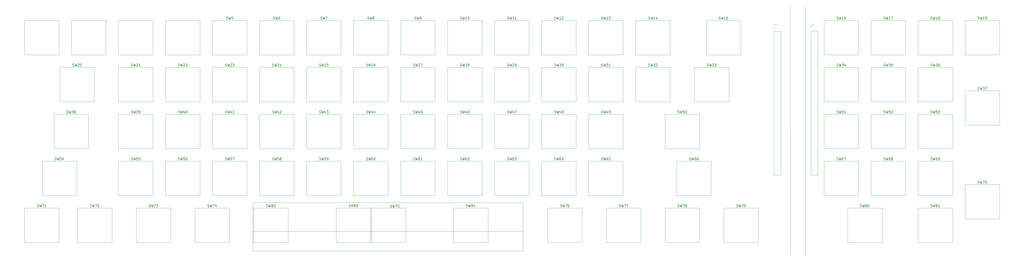
<source format=gbr>
%TF.GenerationSoftware,KiCad,Pcbnew,9.0.0*%
%TF.CreationDate,2025-04-11T18:17:40-05:00*%
%TF.ProjectId,AbbyNormal,41626279-4e6f-4726-9d61-6c2e6b696361,rev?*%
%TF.SameCoordinates,Original*%
%TF.FileFunction,Legend,Top*%
%TF.FilePolarity,Positive*%
%FSLAX46Y46*%
G04 Gerber Fmt 4.6, Leading zero omitted, Abs format (unit mm)*
G04 Created by KiCad (PCBNEW 9.0.0) date 2025-04-11 18:17:40*
%MOMM*%
%LPD*%
G01*
G04 APERTURE LIST*
%ADD10C,0.100000*%
%ADD11C,0.150000*%
%ADD12C,0.120000*%
G04 APERTURE END LIST*
D10*
X140100000Y-160000000D02*
X249600000Y-160000000D01*
X249600000Y-168000000D01*
X140100000Y-168000000D01*
X140100000Y-160000000D01*
X140100000Y-148300000D02*
X249600000Y-148300000D01*
X249600000Y-168000000D01*
X140100000Y-168000000D01*
X140100000Y-148300000D01*
X358000000Y-68600000D02*
X358020000Y-169870000D01*
X364000000Y-68600000D02*
X364000000Y-169800000D01*
D11*
X414900476Y-150013200D02*
X415043333Y-150060819D01*
X415043333Y-150060819D02*
X415281428Y-150060819D01*
X415281428Y-150060819D02*
X415376666Y-150013200D01*
X415376666Y-150013200D02*
X415424285Y-149965580D01*
X415424285Y-149965580D02*
X415471904Y-149870342D01*
X415471904Y-149870342D02*
X415471904Y-149775104D01*
X415471904Y-149775104D02*
X415424285Y-149679866D01*
X415424285Y-149679866D02*
X415376666Y-149632247D01*
X415376666Y-149632247D02*
X415281428Y-149584628D01*
X415281428Y-149584628D02*
X415090952Y-149537009D01*
X415090952Y-149537009D02*
X414995714Y-149489390D01*
X414995714Y-149489390D02*
X414948095Y-149441771D01*
X414948095Y-149441771D02*
X414900476Y-149346533D01*
X414900476Y-149346533D02*
X414900476Y-149251295D01*
X414900476Y-149251295D02*
X414948095Y-149156057D01*
X414948095Y-149156057D02*
X414995714Y-149108438D01*
X414995714Y-149108438D02*
X415090952Y-149060819D01*
X415090952Y-149060819D02*
X415329047Y-149060819D01*
X415329047Y-149060819D02*
X415471904Y-149108438D01*
X415805238Y-149060819D02*
X416043333Y-150060819D01*
X416043333Y-150060819D02*
X416233809Y-149346533D01*
X416233809Y-149346533D02*
X416424285Y-150060819D01*
X416424285Y-150060819D02*
X416662381Y-149060819D01*
X417186190Y-149489390D02*
X417090952Y-149441771D01*
X417090952Y-149441771D02*
X417043333Y-149394152D01*
X417043333Y-149394152D02*
X416995714Y-149298914D01*
X416995714Y-149298914D02*
X416995714Y-149251295D01*
X416995714Y-149251295D02*
X417043333Y-149156057D01*
X417043333Y-149156057D02*
X417090952Y-149108438D01*
X417090952Y-149108438D02*
X417186190Y-149060819D01*
X417186190Y-149060819D02*
X417376666Y-149060819D01*
X417376666Y-149060819D02*
X417471904Y-149108438D01*
X417471904Y-149108438D02*
X417519523Y-149156057D01*
X417519523Y-149156057D02*
X417567142Y-149251295D01*
X417567142Y-149251295D02*
X417567142Y-149298914D01*
X417567142Y-149298914D02*
X417519523Y-149394152D01*
X417519523Y-149394152D02*
X417471904Y-149441771D01*
X417471904Y-149441771D02*
X417376666Y-149489390D01*
X417376666Y-149489390D02*
X417186190Y-149489390D01*
X417186190Y-149489390D02*
X417090952Y-149537009D01*
X417090952Y-149537009D02*
X417043333Y-149584628D01*
X417043333Y-149584628D02*
X416995714Y-149679866D01*
X416995714Y-149679866D02*
X416995714Y-149870342D01*
X416995714Y-149870342D02*
X417043333Y-149965580D01*
X417043333Y-149965580D02*
X417090952Y-150013200D01*
X417090952Y-150013200D02*
X417186190Y-150060819D01*
X417186190Y-150060819D02*
X417376666Y-150060819D01*
X417376666Y-150060819D02*
X417471904Y-150013200D01*
X417471904Y-150013200D02*
X417519523Y-149965580D01*
X417519523Y-149965580D02*
X417567142Y-149870342D01*
X417567142Y-149870342D02*
X417567142Y-149679866D01*
X417567142Y-149679866D02*
X417519523Y-149584628D01*
X417519523Y-149584628D02*
X417471904Y-149537009D01*
X417471904Y-149537009D02*
X417376666Y-149489390D01*
X418519523Y-150060819D02*
X417948095Y-150060819D01*
X418233809Y-150060819D02*
X418233809Y-149060819D01*
X418233809Y-149060819D02*
X418138571Y-149203676D01*
X418138571Y-149203676D02*
X418043333Y-149298914D01*
X418043333Y-149298914D02*
X417948095Y-149346533D01*
X226631726Y-150013200D02*
X226774583Y-150060819D01*
X226774583Y-150060819D02*
X227012678Y-150060819D01*
X227012678Y-150060819D02*
X227107916Y-150013200D01*
X227107916Y-150013200D02*
X227155535Y-149965580D01*
X227155535Y-149965580D02*
X227203154Y-149870342D01*
X227203154Y-149870342D02*
X227203154Y-149775104D01*
X227203154Y-149775104D02*
X227155535Y-149679866D01*
X227155535Y-149679866D02*
X227107916Y-149632247D01*
X227107916Y-149632247D02*
X227012678Y-149584628D01*
X227012678Y-149584628D02*
X226822202Y-149537009D01*
X226822202Y-149537009D02*
X226726964Y-149489390D01*
X226726964Y-149489390D02*
X226679345Y-149441771D01*
X226679345Y-149441771D02*
X226631726Y-149346533D01*
X226631726Y-149346533D02*
X226631726Y-149251295D01*
X226631726Y-149251295D02*
X226679345Y-149156057D01*
X226679345Y-149156057D02*
X226726964Y-149108438D01*
X226726964Y-149108438D02*
X226822202Y-149060819D01*
X226822202Y-149060819D02*
X227060297Y-149060819D01*
X227060297Y-149060819D02*
X227203154Y-149108438D01*
X227536488Y-149060819D02*
X227774583Y-150060819D01*
X227774583Y-150060819D02*
X227965059Y-149346533D01*
X227965059Y-149346533D02*
X228155535Y-150060819D01*
X228155535Y-150060819D02*
X228393631Y-149060819D01*
X228917440Y-149489390D02*
X228822202Y-149441771D01*
X228822202Y-149441771D02*
X228774583Y-149394152D01*
X228774583Y-149394152D02*
X228726964Y-149298914D01*
X228726964Y-149298914D02*
X228726964Y-149251295D01*
X228726964Y-149251295D02*
X228774583Y-149156057D01*
X228774583Y-149156057D02*
X228822202Y-149108438D01*
X228822202Y-149108438D02*
X228917440Y-149060819D01*
X228917440Y-149060819D02*
X229107916Y-149060819D01*
X229107916Y-149060819D02*
X229203154Y-149108438D01*
X229203154Y-149108438D02*
X229250773Y-149156057D01*
X229250773Y-149156057D02*
X229298392Y-149251295D01*
X229298392Y-149251295D02*
X229298392Y-149298914D01*
X229298392Y-149298914D02*
X229250773Y-149394152D01*
X229250773Y-149394152D02*
X229203154Y-149441771D01*
X229203154Y-149441771D02*
X229107916Y-149489390D01*
X229107916Y-149489390D02*
X228917440Y-149489390D01*
X228917440Y-149489390D02*
X228822202Y-149537009D01*
X228822202Y-149537009D02*
X228774583Y-149584628D01*
X228774583Y-149584628D02*
X228726964Y-149679866D01*
X228726964Y-149679866D02*
X228726964Y-149870342D01*
X228726964Y-149870342D02*
X228774583Y-149965580D01*
X228774583Y-149965580D02*
X228822202Y-150013200D01*
X228822202Y-150013200D02*
X228917440Y-150060819D01*
X228917440Y-150060819D02*
X229107916Y-150060819D01*
X229107916Y-150060819D02*
X229203154Y-150013200D01*
X229203154Y-150013200D02*
X229250773Y-149965580D01*
X229250773Y-149965580D02*
X229298392Y-149870342D01*
X229298392Y-149870342D02*
X229298392Y-149679866D01*
X229298392Y-149679866D02*
X229250773Y-149584628D01*
X229250773Y-149584628D02*
X229203154Y-149537009D01*
X229203154Y-149537009D02*
X229107916Y-149489390D01*
X230155535Y-149394152D02*
X230155535Y-150060819D01*
X229917440Y-149013200D02*
X229679345Y-149727485D01*
X229679345Y-149727485D02*
X230298392Y-149727485D01*
X195850476Y-150187200D02*
X195993333Y-150234819D01*
X195993333Y-150234819D02*
X196231428Y-150234819D01*
X196231428Y-150234819D02*
X196326666Y-150187200D01*
X196326666Y-150187200D02*
X196374285Y-150139580D01*
X196374285Y-150139580D02*
X196421904Y-150044342D01*
X196421904Y-150044342D02*
X196421904Y-149949104D01*
X196421904Y-149949104D02*
X196374285Y-149853866D01*
X196374285Y-149853866D02*
X196326666Y-149806247D01*
X196326666Y-149806247D02*
X196231428Y-149758628D01*
X196231428Y-149758628D02*
X196040952Y-149711009D01*
X196040952Y-149711009D02*
X195945714Y-149663390D01*
X195945714Y-149663390D02*
X195898095Y-149615771D01*
X195898095Y-149615771D02*
X195850476Y-149520533D01*
X195850476Y-149520533D02*
X195850476Y-149425295D01*
X195850476Y-149425295D02*
X195898095Y-149330057D01*
X195898095Y-149330057D02*
X195945714Y-149282438D01*
X195945714Y-149282438D02*
X196040952Y-149234819D01*
X196040952Y-149234819D02*
X196279047Y-149234819D01*
X196279047Y-149234819D02*
X196421904Y-149282438D01*
X196755238Y-149234819D02*
X196993333Y-150234819D01*
X196993333Y-150234819D02*
X197183809Y-149520533D01*
X197183809Y-149520533D02*
X197374285Y-150234819D01*
X197374285Y-150234819D02*
X197612381Y-149234819D01*
X197898095Y-149234819D02*
X198564761Y-149234819D01*
X198564761Y-149234819D02*
X198136190Y-150234819D01*
X199421904Y-149234819D02*
X198945714Y-149234819D01*
X198945714Y-149234819D02*
X198898095Y-149711009D01*
X198898095Y-149711009D02*
X198945714Y-149663390D01*
X198945714Y-149663390D02*
X199040952Y-149615771D01*
X199040952Y-149615771D02*
X199279047Y-149615771D01*
X199279047Y-149615771D02*
X199374285Y-149663390D01*
X199374285Y-149663390D02*
X199421904Y-149711009D01*
X199421904Y-149711009D02*
X199469523Y-149806247D01*
X199469523Y-149806247D02*
X199469523Y-150044342D01*
X199469523Y-150044342D02*
X199421904Y-150139580D01*
X199421904Y-150139580D02*
X199374285Y-150187200D01*
X199374285Y-150187200D02*
X199279047Y-150234819D01*
X199279047Y-150234819D02*
X199040952Y-150234819D01*
X199040952Y-150234819D02*
X198945714Y-150187200D01*
X198945714Y-150187200D02*
X198898095Y-150139580D01*
X179047226Y-150004250D02*
X179190083Y-150051869D01*
X179190083Y-150051869D02*
X179428178Y-150051869D01*
X179428178Y-150051869D02*
X179523416Y-150004250D01*
X179523416Y-150004250D02*
X179571035Y-149956630D01*
X179571035Y-149956630D02*
X179618654Y-149861392D01*
X179618654Y-149861392D02*
X179618654Y-149766154D01*
X179618654Y-149766154D02*
X179571035Y-149670916D01*
X179571035Y-149670916D02*
X179523416Y-149623297D01*
X179523416Y-149623297D02*
X179428178Y-149575678D01*
X179428178Y-149575678D02*
X179237702Y-149528059D01*
X179237702Y-149528059D02*
X179142464Y-149480440D01*
X179142464Y-149480440D02*
X179094845Y-149432821D01*
X179094845Y-149432821D02*
X179047226Y-149337583D01*
X179047226Y-149337583D02*
X179047226Y-149242345D01*
X179047226Y-149242345D02*
X179094845Y-149147107D01*
X179094845Y-149147107D02*
X179142464Y-149099488D01*
X179142464Y-149099488D02*
X179237702Y-149051869D01*
X179237702Y-149051869D02*
X179475797Y-149051869D01*
X179475797Y-149051869D02*
X179618654Y-149099488D01*
X179951988Y-149051869D02*
X180190083Y-150051869D01*
X180190083Y-150051869D02*
X180380559Y-149337583D01*
X180380559Y-149337583D02*
X180571035Y-150051869D01*
X180571035Y-150051869D02*
X180809131Y-149051869D01*
X181332940Y-149480440D02*
X181237702Y-149432821D01*
X181237702Y-149432821D02*
X181190083Y-149385202D01*
X181190083Y-149385202D02*
X181142464Y-149289964D01*
X181142464Y-149289964D02*
X181142464Y-149242345D01*
X181142464Y-149242345D02*
X181190083Y-149147107D01*
X181190083Y-149147107D02*
X181237702Y-149099488D01*
X181237702Y-149099488D02*
X181332940Y-149051869D01*
X181332940Y-149051869D02*
X181523416Y-149051869D01*
X181523416Y-149051869D02*
X181618654Y-149099488D01*
X181618654Y-149099488D02*
X181666273Y-149147107D01*
X181666273Y-149147107D02*
X181713892Y-149242345D01*
X181713892Y-149242345D02*
X181713892Y-149289964D01*
X181713892Y-149289964D02*
X181666273Y-149385202D01*
X181666273Y-149385202D02*
X181618654Y-149432821D01*
X181618654Y-149432821D02*
X181523416Y-149480440D01*
X181523416Y-149480440D02*
X181332940Y-149480440D01*
X181332940Y-149480440D02*
X181237702Y-149528059D01*
X181237702Y-149528059D02*
X181190083Y-149575678D01*
X181190083Y-149575678D02*
X181142464Y-149670916D01*
X181142464Y-149670916D02*
X181142464Y-149861392D01*
X181142464Y-149861392D02*
X181190083Y-149956630D01*
X181190083Y-149956630D02*
X181237702Y-150004250D01*
X181237702Y-150004250D02*
X181332940Y-150051869D01*
X181332940Y-150051869D02*
X181523416Y-150051869D01*
X181523416Y-150051869D02*
X181618654Y-150004250D01*
X181618654Y-150004250D02*
X181666273Y-149956630D01*
X181666273Y-149956630D02*
X181713892Y-149861392D01*
X181713892Y-149861392D02*
X181713892Y-149670916D01*
X181713892Y-149670916D02*
X181666273Y-149575678D01*
X181666273Y-149575678D02*
X181618654Y-149528059D01*
X181618654Y-149528059D02*
X181523416Y-149480440D01*
X182047226Y-149051869D02*
X182666273Y-149051869D01*
X182666273Y-149051869D02*
X182332940Y-149432821D01*
X182332940Y-149432821D02*
X182475797Y-149432821D01*
X182475797Y-149432821D02*
X182571035Y-149480440D01*
X182571035Y-149480440D02*
X182618654Y-149528059D01*
X182618654Y-149528059D02*
X182666273Y-149623297D01*
X182666273Y-149623297D02*
X182666273Y-149861392D01*
X182666273Y-149861392D02*
X182618654Y-149956630D01*
X182618654Y-149956630D02*
X182571035Y-150004250D01*
X182571035Y-150004250D02*
X182475797Y-150051869D01*
X182475797Y-150051869D02*
X182190083Y-150051869D01*
X182190083Y-150051869D02*
X182094845Y-150004250D01*
X182094845Y-150004250D02*
X182047226Y-149956630D01*
X145675226Y-150033200D02*
X145818083Y-150080819D01*
X145818083Y-150080819D02*
X146056178Y-150080819D01*
X146056178Y-150080819D02*
X146151416Y-150033200D01*
X146151416Y-150033200D02*
X146199035Y-149985580D01*
X146199035Y-149985580D02*
X146246654Y-149890342D01*
X146246654Y-149890342D02*
X146246654Y-149795104D01*
X146246654Y-149795104D02*
X146199035Y-149699866D01*
X146199035Y-149699866D02*
X146151416Y-149652247D01*
X146151416Y-149652247D02*
X146056178Y-149604628D01*
X146056178Y-149604628D02*
X145865702Y-149557009D01*
X145865702Y-149557009D02*
X145770464Y-149509390D01*
X145770464Y-149509390D02*
X145722845Y-149461771D01*
X145722845Y-149461771D02*
X145675226Y-149366533D01*
X145675226Y-149366533D02*
X145675226Y-149271295D01*
X145675226Y-149271295D02*
X145722845Y-149176057D01*
X145722845Y-149176057D02*
X145770464Y-149128438D01*
X145770464Y-149128438D02*
X145865702Y-149080819D01*
X145865702Y-149080819D02*
X146103797Y-149080819D01*
X146103797Y-149080819D02*
X146246654Y-149128438D01*
X146579988Y-149080819D02*
X146818083Y-150080819D01*
X146818083Y-150080819D02*
X147008559Y-149366533D01*
X147008559Y-149366533D02*
X147199035Y-150080819D01*
X147199035Y-150080819D02*
X147437131Y-149080819D01*
X147960940Y-149509390D02*
X147865702Y-149461771D01*
X147865702Y-149461771D02*
X147818083Y-149414152D01*
X147818083Y-149414152D02*
X147770464Y-149318914D01*
X147770464Y-149318914D02*
X147770464Y-149271295D01*
X147770464Y-149271295D02*
X147818083Y-149176057D01*
X147818083Y-149176057D02*
X147865702Y-149128438D01*
X147865702Y-149128438D02*
X147960940Y-149080819D01*
X147960940Y-149080819D02*
X148151416Y-149080819D01*
X148151416Y-149080819D02*
X148246654Y-149128438D01*
X148246654Y-149128438D02*
X148294273Y-149176057D01*
X148294273Y-149176057D02*
X148341892Y-149271295D01*
X148341892Y-149271295D02*
X148341892Y-149318914D01*
X148341892Y-149318914D02*
X148294273Y-149414152D01*
X148294273Y-149414152D02*
X148246654Y-149461771D01*
X148246654Y-149461771D02*
X148151416Y-149509390D01*
X148151416Y-149509390D02*
X147960940Y-149509390D01*
X147960940Y-149509390D02*
X147865702Y-149557009D01*
X147865702Y-149557009D02*
X147818083Y-149604628D01*
X147818083Y-149604628D02*
X147770464Y-149699866D01*
X147770464Y-149699866D02*
X147770464Y-149890342D01*
X147770464Y-149890342D02*
X147818083Y-149985580D01*
X147818083Y-149985580D02*
X147865702Y-150033200D01*
X147865702Y-150033200D02*
X147960940Y-150080819D01*
X147960940Y-150080819D02*
X148151416Y-150080819D01*
X148151416Y-150080819D02*
X148246654Y-150033200D01*
X148246654Y-150033200D02*
X148294273Y-149985580D01*
X148294273Y-149985580D02*
X148341892Y-149890342D01*
X148341892Y-149890342D02*
X148341892Y-149699866D01*
X148341892Y-149699866D02*
X148294273Y-149604628D01*
X148294273Y-149604628D02*
X148246654Y-149557009D01*
X148246654Y-149557009D02*
X148151416Y-149509390D01*
X148722845Y-149176057D02*
X148770464Y-149128438D01*
X148770464Y-149128438D02*
X148865702Y-149080819D01*
X148865702Y-149080819D02*
X149103797Y-149080819D01*
X149103797Y-149080819D02*
X149199035Y-149128438D01*
X149199035Y-149128438D02*
X149246654Y-149176057D01*
X149246654Y-149176057D02*
X149294273Y-149271295D01*
X149294273Y-149271295D02*
X149294273Y-149366533D01*
X149294273Y-149366533D02*
X149246654Y-149509390D01*
X149246654Y-149509390D02*
X148675226Y-150080819D01*
X148675226Y-150080819D02*
X149294273Y-150080819D01*
X386325476Y-150013200D02*
X386468333Y-150060819D01*
X386468333Y-150060819D02*
X386706428Y-150060819D01*
X386706428Y-150060819D02*
X386801666Y-150013200D01*
X386801666Y-150013200D02*
X386849285Y-149965580D01*
X386849285Y-149965580D02*
X386896904Y-149870342D01*
X386896904Y-149870342D02*
X386896904Y-149775104D01*
X386896904Y-149775104D02*
X386849285Y-149679866D01*
X386849285Y-149679866D02*
X386801666Y-149632247D01*
X386801666Y-149632247D02*
X386706428Y-149584628D01*
X386706428Y-149584628D02*
X386515952Y-149537009D01*
X386515952Y-149537009D02*
X386420714Y-149489390D01*
X386420714Y-149489390D02*
X386373095Y-149441771D01*
X386373095Y-149441771D02*
X386325476Y-149346533D01*
X386325476Y-149346533D02*
X386325476Y-149251295D01*
X386325476Y-149251295D02*
X386373095Y-149156057D01*
X386373095Y-149156057D02*
X386420714Y-149108438D01*
X386420714Y-149108438D02*
X386515952Y-149060819D01*
X386515952Y-149060819D02*
X386754047Y-149060819D01*
X386754047Y-149060819D02*
X386896904Y-149108438D01*
X387230238Y-149060819D02*
X387468333Y-150060819D01*
X387468333Y-150060819D02*
X387658809Y-149346533D01*
X387658809Y-149346533D02*
X387849285Y-150060819D01*
X387849285Y-150060819D02*
X388087381Y-149060819D01*
X388611190Y-149489390D02*
X388515952Y-149441771D01*
X388515952Y-149441771D02*
X388468333Y-149394152D01*
X388468333Y-149394152D02*
X388420714Y-149298914D01*
X388420714Y-149298914D02*
X388420714Y-149251295D01*
X388420714Y-149251295D02*
X388468333Y-149156057D01*
X388468333Y-149156057D02*
X388515952Y-149108438D01*
X388515952Y-149108438D02*
X388611190Y-149060819D01*
X388611190Y-149060819D02*
X388801666Y-149060819D01*
X388801666Y-149060819D02*
X388896904Y-149108438D01*
X388896904Y-149108438D02*
X388944523Y-149156057D01*
X388944523Y-149156057D02*
X388992142Y-149251295D01*
X388992142Y-149251295D02*
X388992142Y-149298914D01*
X388992142Y-149298914D02*
X388944523Y-149394152D01*
X388944523Y-149394152D02*
X388896904Y-149441771D01*
X388896904Y-149441771D02*
X388801666Y-149489390D01*
X388801666Y-149489390D02*
X388611190Y-149489390D01*
X388611190Y-149489390D02*
X388515952Y-149537009D01*
X388515952Y-149537009D02*
X388468333Y-149584628D01*
X388468333Y-149584628D02*
X388420714Y-149679866D01*
X388420714Y-149679866D02*
X388420714Y-149870342D01*
X388420714Y-149870342D02*
X388468333Y-149965580D01*
X388468333Y-149965580D02*
X388515952Y-150013200D01*
X388515952Y-150013200D02*
X388611190Y-150060819D01*
X388611190Y-150060819D02*
X388801666Y-150060819D01*
X388801666Y-150060819D02*
X388896904Y-150013200D01*
X388896904Y-150013200D02*
X388944523Y-149965580D01*
X388944523Y-149965580D02*
X388992142Y-149870342D01*
X388992142Y-149870342D02*
X388992142Y-149679866D01*
X388992142Y-149679866D02*
X388944523Y-149584628D01*
X388944523Y-149584628D02*
X388896904Y-149537009D01*
X388896904Y-149537009D02*
X388801666Y-149489390D01*
X389611190Y-149060819D02*
X389706428Y-149060819D01*
X389706428Y-149060819D02*
X389801666Y-149108438D01*
X389801666Y-149108438D02*
X389849285Y-149156057D01*
X389849285Y-149156057D02*
X389896904Y-149251295D01*
X389896904Y-149251295D02*
X389944523Y-149441771D01*
X389944523Y-149441771D02*
X389944523Y-149679866D01*
X389944523Y-149679866D02*
X389896904Y-149870342D01*
X389896904Y-149870342D02*
X389849285Y-149965580D01*
X389849285Y-149965580D02*
X389801666Y-150013200D01*
X389801666Y-150013200D02*
X389706428Y-150060819D01*
X389706428Y-150060819D02*
X389611190Y-150060819D01*
X389611190Y-150060819D02*
X389515952Y-150013200D01*
X389515952Y-150013200D02*
X389468333Y-149965580D01*
X389468333Y-149965580D02*
X389420714Y-149870342D01*
X389420714Y-149870342D02*
X389373095Y-149679866D01*
X389373095Y-149679866D02*
X389373095Y-149441771D01*
X389373095Y-149441771D02*
X389420714Y-149251295D01*
X389420714Y-149251295D02*
X389468333Y-149156057D01*
X389468333Y-149156057D02*
X389515952Y-149108438D01*
X389515952Y-149108438D02*
X389611190Y-149060819D01*
X312356726Y-150013200D02*
X312499583Y-150060819D01*
X312499583Y-150060819D02*
X312737678Y-150060819D01*
X312737678Y-150060819D02*
X312832916Y-150013200D01*
X312832916Y-150013200D02*
X312880535Y-149965580D01*
X312880535Y-149965580D02*
X312928154Y-149870342D01*
X312928154Y-149870342D02*
X312928154Y-149775104D01*
X312928154Y-149775104D02*
X312880535Y-149679866D01*
X312880535Y-149679866D02*
X312832916Y-149632247D01*
X312832916Y-149632247D02*
X312737678Y-149584628D01*
X312737678Y-149584628D02*
X312547202Y-149537009D01*
X312547202Y-149537009D02*
X312451964Y-149489390D01*
X312451964Y-149489390D02*
X312404345Y-149441771D01*
X312404345Y-149441771D02*
X312356726Y-149346533D01*
X312356726Y-149346533D02*
X312356726Y-149251295D01*
X312356726Y-149251295D02*
X312404345Y-149156057D01*
X312404345Y-149156057D02*
X312451964Y-149108438D01*
X312451964Y-149108438D02*
X312547202Y-149060819D01*
X312547202Y-149060819D02*
X312785297Y-149060819D01*
X312785297Y-149060819D02*
X312928154Y-149108438D01*
X313261488Y-149060819D02*
X313499583Y-150060819D01*
X313499583Y-150060819D02*
X313690059Y-149346533D01*
X313690059Y-149346533D02*
X313880535Y-150060819D01*
X313880535Y-150060819D02*
X314118631Y-149060819D01*
X314404345Y-149060819D02*
X315071011Y-149060819D01*
X315071011Y-149060819D02*
X314642440Y-150060819D01*
X315594821Y-149489390D02*
X315499583Y-149441771D01*
X315499583Y-149441771D02*
X315451964Y-149394152D01*
X315451964Y-149394152D02*
X315404345Y-149298914D01*
X315404345Y-149298914D02*
X315404345Y-149251295D01*
X315404345Y-149251295D02*
X315451964Y-149156057D01*
X315451964Y-149156057D02*
X315499583Y-149108438D01*
X315499583Y-149108438D02*
X315594821Y-149060819D01*
X315594821Y-149060819D02*
X315785297Y-149060819D01*
X315785297Y-149060819D02*
X315880535Y-149108438D01*
X315880535Y-149108438D02*
X315928154Y-149156057D01*
X315928154Y-149156057D02*
X315975773Y-149251295D01*
X315975773Y-149251295D02*
X315975773Y-149298914D01*
X315975773Y-149298914D02*
X315928154Y-149394152D01*
X315928154Y-149394152D02*
X315880535Y-149441771D01*
X315880535Y-149441771D02*
X315785297Y-149489390D01*
X315785297Y-149489390D02*
X315594821Y-149489390D01*
X315594821Y-149489390D02*
X315499583Y-149537009D01*
X315499583Y-149537009D02*
X315451964Y-149584628D01*
X315451964Y-149584628D02*
X315404345Y-149679866D01*
X315404345Y-149679866D02*
X315404345Y-149870342D01*
X315404345Y-149870342D02*
X315451964Y-149965580D01*
X315451964Y-149965580D02*
X315499583Y-150013200D01*
X315499583Y-150013200D02*
X315594821Y-150060819D01*
X315594821Y-150060819D02*
X315785297Y-150060819D01*
X315785297Y-150060819D02*
X315880535Y-150013200D01*
X315880535Y-150013200D02*
X315928154Y-149965580D01*
X315928154Y-149965580D02*
X315975773Y-149870342D01*
X315975773Y-149870342D02*
X315975773Y-149679866D01*
X315975773Y-149679866D02*
X315928154Y-149584628D01*
X315928154Y-149584628D02*
X315880535Y-149537009D01*
X315880535Y-149537009D02*
X315785297Y-149489390D01*
X288544226Y-150013200D02*
X288687083Y-150060819D01*
X288687083Y-150060819D02*
X288925178Y-150060819D01*
X288925178Y-150060819D02*
X289020416Y-150013200D01*
X289020416Y-150013200D02*
X289068035Y-149965580D01*
X289068035Y-149965580D02*
X289115654Y-149870342D01*
X289115654Y-149870342D02*
X289115654Y-149775104D01*
X289115654Y-149775104D02*
X289068035Y-149679866D01*
X289068035Y-149679866D02*
X289020416Y-149632247D01*
X289020416Y-149632247D02*
X288925178Y-149584628D01*
X288925178Y-149584628D02*
X288734702Y-149537009D01*
X288734702Y-149537009D02*
X288639464Y-149489390D01*
X288639464Y-149489390D02*
X288591845Y-149441771D01*
X288591845Y-149441771D02*
X288544226Y-149346533D01*
X288544226Y-149346533D02*
X288544226Y-149251295D01*
X288544226Y-149251295D02*
X288591845Y-149156057D01*
X288591845Y-149156057D02*
X288639464Y-149108438D01*
X288639464Y-149108438D02*
X288734702Y-149060819D01*
X288734702Y-149060819D02*
X288972797Y-149060819D01*
X288972797Y-149060819D02*
X289115654Y-149108438D01*
X289448988Y-149060819D02*
X289687083Y-150060819D01*
X289687083Y-150060819D02*
X289877559Y-149346533D01*
X289877559Y-149346533D02*
X290068035Y-150060819D01*
X290068035Y-150060819D02*
X290306131Y-149060819D01*
X290591845Y-149060819D02*
X291258511Y-149060819D01*
X291258511Y-149060819D02*
X290829940Y-150060819D01*
X291544226Y-149060819D02*
X292210892Y-149060819D01*
X292210892Y-149060819D02*
X291782321Y-150060819D01*
X376800476Y-73813200D02*
X376943333Y-73860819D01*
X376943333Y-73860819D02*
X377181428Y-73860819D01*
X377181428Y-73860819D02*
X377276666Y-73813200D01*
X377276666Y-73813200D02*
X377324285Y-73765580D01*
X377324285Y-73765580D02*
X377371904Y-73670342D01*
X377371904Y-73670342D02*
X377371904Y-73575104D01*
X377371904Y-73575104D02*
X377324285Y-73479866D01*
X377324285Y-73479866D02*
X377276666Y-73432247D01*
X377276666Y-73432247D02*
X377181428Y-73384628D01*
X377181428Y-73384628D02*
X376990952Y-73337009D01*
X376990952Y-73337009D02*
X376895714Y-73289390D01*
X376895714Y-73289390D02*
X376848095Y-73241771D01*
X376848095Y-73241771D02*
X376800476Y-73146533D01*
X376800476Y-73146533D02*
X376800476Y-73051295D01*
X376800476Y-73051295D02*
X376848095Y-72956057D01*
X376848095Y-72956057D02*
X376895714Y-72908438D01*
X376895714Y-72908438D02*
X376990952Y-72860819D01*
X376990952Y-72860819D02*
X377229047Y-72860819D01*
X377229047Y-72860819D02*
X377371904Y-72908438D01*
X377705238Y-72860819D02*
X377943333Y-73860819D01*
X377943333Y-73860819D02*
X378133809Y-73146533D01*
X378133809Y-73146533D02*
X378324285Y-73860819D01*
X378324285Y-73860819D02*
X378562381Y-72860819D01*
X379467142Y-73860819D02*
X378895714Y-73860819D01*
X379181428Y-73860819D02*
X379181428Y-72860819D01*
X379181428Y-72860819D02*
X379086190Y-73003676D01*
X379086190Y-73003676D02*
X378990952Y-73098914D01*
X378990952Y-73098914D02*
X378895714Y-73146533D01*
X380324285Y-72860819D02*
X380133809Y-72860819D01*
X380133809Y-72860819D02*
X380038571Y-72908438D01*
X380038571Y-72908438D02*
X379990952Y-72956057D01*
X379990952Y-72956057D02*
X379895714Y-73098914D01*
X379895714Y-73098914D02*
X379848095Y-73289390D01*
X379848095Y-73289390D02*
X379848095Y-73670342D01*
X379848095Y-73670342D02*
X379895714Y-73765580D01*
X379895714Y-73765580D02*
X379943333Y-73813200D01*
X379943333Y-73813200D02*
X380038571Y-73860819D01*
X380038571Y-73860819D02*
X380229047Y-73860819D01*
X380229047Y-73860819D02*
X380324285Y-73813200D01*
X380324285Y-73813200D02*
X380371904Y-73765580D01*
X380371904Y-73765580D02*
X380419523Y-73670342D01*
X380419523Y-73670342D02*
X380419523Y-73432247D01*
X380419523Y-73432247D02*
X380371904Y-73337009D01*
X380371904Y-73337009D02*
X380324285Y-73289390D01*
X380324285Y-73289390D02*
X380229047Y-73241771D01*
X380229047Y-73241771D02*
X380038571Y-73241771D01*
X380038571Y-73241771D02*
X379943333Y-73289390D01*
X379943333Y-73289390D02*
X379895714Y-73337009D01*
X379895714Y-73337009D02*
X379848095Y-73432247D01*
X433950476Y-102388200D02*
X434093333Y-102435819D01*
X434093333Y-102435819D02*
X434331428Y-102435819D01*
X434331428Y-102435819D02*
X434426666Y-102388200D01*
X434426666Y-102388200D02*
X434474285Y-102340580D01*
X434474285Y-102340580D02*
X434521904Y-102245342D01*
X434521904Y-102245342D02*
X434521904Y-102150104D01*
X434521904Y-102150104D02*
X434474285Y-102054866D01*
X434474285Y-102054866D02*
X434426666Y-102007247D01*
X434426666Y-102007247D02*
X434331428Y-101959628D01*
X434331428Y-101959628D02*
X434140952Y-101912009D01*
X434140952Y-101912009D02*
X434045714Y-101864390D01*
X434045714Y-101864390D02*
X433998095Y-101816771D01*
X433998095Y-101816771D02*
X433950476Y-101721533D01*
X433950476Y-101721533D02*
X433950476Y-101626295D01*
X433950476Y-101626295D02*
X433998095Y-101531057D01*
X433998095Y-101531057D02*
X434045714Y-101483438D01*
X434045714Y-101483438D02*
X434140952Y-101435819D01*
X434140952Y-101435819D02*
X434379047Y-101435819D01*
X434379047Y-101435819D02*
X434521904Y-101483438D01*
X434855238Y-101435819D02*
X435093333Y-102435819D01*
X435093333Y-102435819D02*
X435283809Y-101721533D01*
X435283809Y-101721533D02*
X435474285Y-102435819D01*
X435474285Y-102435819D02*
X435712381Y-101435819D01*
X435998095Y-101435819D02*
X436617142Y-101435819D01*
X436617142Y-101435819D02*
X436283809Y-101816771D01*
X436283809Y-101816771D02*
X436426666Y-101816771D01*
X436426666Y-101816771D02*
X436521904Y-101864390D01*
X436521904Y-101864390D02*
X436569523Y-101912009D01*
X436569523Y-101912009D02*
X436617142Y-102007247D01*
X436617142Y-102007247D02*
X436617142Y-102245342D01*
X436617142Y-102245342D02*
X436569523Y-102340580D01*
X436569523Y-102340580D02*
X436521904Y-102388200D01*
X436521904Y-102388200D02*
X436426666Y-102435819D01*
X436426666Y-102435819D02*
X436140952Y-102435819D01*
X436140952Y-102435819D02*
X436045714Y-102388200D01*
X436045714Y-102388200D02*
X435998095Y-102340580D01*
X436950476Y-101435819D02*
X437617142Y-101435819D01*
X437617142Y-101435819D02*
X437188571Y-102435819D01*
X395850476Y-73813200D02*
X395993333Y-73860819D01*
X395993333Y-73860819D02*
X396231428Y-73860819D01*
X396231428Y-73860819D02*
X396326666Y-73813200D01*
X396326666Y-73813200D02*
X396374285Y-73765580D01*
X396374285Y-73765580D02*
X396421904Y-73670342D01*
X396421904Y-73670342D02*
X396421904Y-73575104D01*
X396421904Y-73575104D02*
X396374285Y-73479866D01*
X396374285Y-73479866D02*
X396326666Y-73432247D01*
X396326666Y-73432247D02*
X396231428Y-73384628D01*
X396231428Y-73384628D02*
X396040952Y-73337009D01*
X396040952Y-73337009D02*
X395945714Y-73289390D01*
X395945714Y-73289390D02*
X395898095Y-73241771D01*
X395898095Y-73241771D02*
X395850476Y-73146533D01*
X395850476Y-73146533D02*
X395850476Y-73051295D01*
X395850476Y-73051295D02*
X395898095Y-72956057D01*
X395898095Y-72956057D02*
X395945714Y-72908438D01*
X395945714Y-72908438D02*
X396040952Y-72860819D01*
X396040952Y-72860819D02*
X396279047Y-72860819D01*
X396279047Y-72860819D02*
X396421904Y-72908438D01*
X396755238Y-72860819D02*
X396993333Y-73860819D01*
X396993333Y-73860819D02*
X397183809Y-73146533D01*
X397183809Y-73146533D02*
X397374285Y-73860819D01*
X397374285Y-73860819D02*
X397612381Y-72860819D01*
X398517142Y-73860819D02*
X397945714Y-73860819D01*
X398231428Y-73860819D02*
X398231428Y-72860819D01*
X398231428Y-72860819D02*
X398136190Y-73003676D01*
X398136190Y-73003676D02*
X398040952Y-73098914D01*
X398040952Y-73098914D02*
X397945714Y-73146533D01*
X398850476Y-72860819D02*
X399517142Y-72860819D01*
X399517142Y-72860819D02*
X399088571Y-73860819D01*
X414900476Y-92863200D02*
X415043333Y-92910819D01*
X415043333Y-92910819D02*
X415281428Y-92910819D01*
X415281428Y-92910819D02*
X415376666Y-92863200D01*
X415376666Y-92863200D02*
X415424285Y-92815580D01*
X415424285Y-92815580D02*
X415471904Y-92720342D01*
X415471904Y-92720342D02*
X415471904Y-92625104D01*
X415471904Y-92625104D02*
X415424285Y-92529866D01*
X415424285Y-92529866D02*
X415376666Y-92482247D01*
X415376666Y-92482247D02*
X415281428Y-92434628D01*
X415281428Y-92434628D02*
X415090952Y-92387009D01*
X415090952Y-92387009D02*
X414995714Y-92339390D01*
X414995714Y-92339390D02*
X414948095Y-92291771D01*
X414948095Y-92291771D02*
X414900476Y-92196533D01*
X414900476Y-92196533D02*
X414900476Y-92101295D01*
X414900476Y-92101295D02*
X414948095Y-92006057D01*
X414948095Y-92006057D02*
X414995714Y-91958438D01*
X414995714Y-91958438D02*
X415090952Y-91910819D01*
X415090952Y-91910819D02*
X415329047Y-91910819D01*
X415329047Y-91910819D02*
X415471904Y-91958438D01*
X415805238Y-91910819D02*
X416043333Y-92910819D01*
X416043333Y-92910819D02*
X416233809Y-92196533D01*
X416233809Y-92196533D02*
X416424285Y-92910819D01*
X416424285Y-92910819D02*
X416662381Y-91910819D01*
X416948095Y-91910819D02*
X417567142Y-91910819D01*
X417567142Y-91910819D02*
X417233809Y-92291771D01*
X417233809Y-92291771D02*
X417376666Y-92291771D01*
X417376666Y-92291771D02*
X417471904Y-92339390D01*
X417471904Y-92339390D02*
X417519523Y-92387009D01*
X417519523Y-92387009D02*
X417567142Y-92482247D01*
X417567142Y-92482247D02*
X417567142Y-92720342D01*
X417567142Y-92720342D02*
X417519523Y-92815580D01*
X417519523Y-92815580D02*
X417471904Y-92863200D01*
X417471904Y-92863200D02*
X417376666Y-92910819D01*
X417376666Y-92910819D02*
X417090952Y-92910819D01*
X417090952Y-92910819D02*
X416995714Y-92863200D01*
X416995714Y-92863200D02*
X416948095Y-92815580D01*
X418424285Y-91910819D02*
X418233809Y-91910819D01*
X418233809Y-91910819D02*
X418138571Y-91958438D01*
X418138571Y-91958438D02*
X418090952Y-92006057D01*
X418090952Y-92006057D02*
X417995714Y-92148914D01*
X417995714Y-92148914D02*
X417948095Y-92339390D01*
X417948095Y-92339390D02*
X417948095Y-92720342D01*
X417948095Y-92720342D02*
X417995714Y-92815580D01*
X417995714Y-92815580D02*
X418043333Y-92863200D01*
X418043333Y-92863200D02*
X418138571Y-92910819D01*
X418138571Y-92910819D02*
X418329047Y-92910819D01*
X418329047Y-92910819D02*
X418424285Y-92863200D01*
X418424285Y-92863200D02*
X418471904Y-92815580D01*
X418471904Y-92815580D02*
X418519523Y-92720342D01*
X418519523Y-92720342D02*
X418519523Y-92482247D01*
X418519523Y-92482247D02*
X418471904Y-92387009D01*
X418471904Y-92387009D02*
X418424285Y-92339390D01*
X418424285Y-92339390D02*
X418329047Y-92291771D01*
X418329047Y-92291771D02*
X418138571Y-92291771D01*
X418138571Y-92291771D02*
X418043333Y-92339390D01*
X418043333Y-92339390D02*
X417995714Y-92387009D01*
X417995714Y-92387009D02*
X417948095Y-92482247D01*
X414900476Y-73813200D02*
X415043333Y-73860819D01*
X415043333Y-73860819D02*
X415281428Y-73860819D01*
X415281428Y-73860819D02*
X415376666Y-73813200D01*
X415376666Y-73813200D02*
X415424285Y-73765580D01*
X415424285Y-73765580D02*
X415471904Y-73670342D01*
X415471904Y-73670342D02*
X415471904Y-73575104D01*
X415471904Y-73575104D02*
X415424285Y-73479866D01*
X415424285Y-73479866D02*
X415376666Y-73432247D01*
X415376666Y-73432247D02*
X415281428Y-73384628D01*
X415281428Y-73384628D02*
X415090952Y-73337009D01*
X415090952Y-73337009D02*
X414995714Y-73289390D01*
X414995714Y-73289390D02*
X414948095Y-73241771D01*
X414948095Y-73241771D02*
X414900476Y-73146533D01*
X414900476Y-73146533D02*
X414900476Y-73051295D01*
X414900476Y-73051295D02*
X414948095Y-72956057D01*
X414948095Y-72956057D02*
X414995714Y-72908438D01*
X414995714Y-72908438D02*
X415090952Y-72860819D01*
X415090952Y-72860819D02*
X415329047Y-72860819D01*
X415329047Y-72860819D02*
X415471904Y-72908438D01*
X415805238Y-72860819D02*
X416043333Y-73860819D01*
X416043333Y-73860819D02*
X416233809Y-73146533D01*
X416233809Y-73146533D02*
X416424285Y-73860819D01*
X416424285Y-73860819D02*
X416662381Y-72860819D01*
X417567142Y-73860819D02*
X416995714Y-73860819D01*
X417281428Y-73860819D02*
X417281428Y-72860819D01*
X417281428Y-72860819D02*
X417186190Y-73003676D01*
X417186190Y-73003676D02*
X417090952Y-73098914D01*
X417090952Y-73098914D02*
X416995714Y-73146533D01*
X418138571Y-73289390D02*
X418043333Y-73241771D01*
X418043333Y-73241771D02*
X417995714Y-73194152D01*
X417995714Y-73194152D02*
X417948095Y-73098914D01*
X417948095Y-73098914D02*
X417948095Y-73051295D01*
X417948095Y-73051295D02*
X417995714Y-72956057D01*
X417995714Y-72956057D02*
X418043333Y-72908438D01*
X418043333Y-72908438D02*
X418138571Y-72860819D01*
X418138571Y-72860819D02*
X418329047Y-72860819D01*
X418329047Y-72860819D02*
X418424285Y-72908438D01*
X418424285Y-72908438D02*
X418471904Y-72956057D01*
X418471904Y-72956057D02*
X418519523Y-73051295D01*
X418519523Y-73051295D02*
X418519523Y-73098914D01*
X418519523Y-73098914D02*
X418471904Y-73194152D01*
X418471904Y-73194152D02*
X418424285Y-73241771D01*
X418424285Y-73241771D02*
X418329047Y-73289390D01*
X418329047Y-73289390D02*
X418138571Y-73289390D01*
X418138571Y-73289390D02*
X418043333Y-73337009D01*
X418043333Y-73337009D02*
X417995714Y-73384628D01*
X417995714Y-73384628D02*
X417948095Y-73479866D01*
X417948095Y-73479866D02*
X417948095Y-73670342D01*
X417948095Y-73670342D02*
X417995714Y-73765580D01*
X417995714Y-73765580D02*
X418043333Y-73813200D01*
X418043333Y-73813200D02*
X418138571Y-73860819D01*
X418138571Y-73860819D02*
X418329047Y-73860819D01*
X418329047Y-73860819D02*
X418424285Y-73813200D01*
X418424285Y-73813200D02*
X418471904Y-73765580D01*
X418471904Y-73765580D02*
X418519523Y-73670342D01*
X418519523Y-73670342D02*
X418519523Y-73479866D01*
X418519523Y-73479866D02*
X418471904Y-73384628D01*
X418471904Y-73384628D02*
X418424285Y-73337009D01*
X418424285Y-73337009D02*
X418329047Y-73289390D01*
X395850476Y-130963200D02*
X395993333Y-131010819D01*
X395993333Y-131010819D02*
X396231428Y-131010819D01*
X396231428Y-131010819D02*
X396326666Y-130963200D01*
X396326666Y-130963200D02*
X396374285Y-130915580D01*
X396374285Y-130915580D02*
X396421904Y-130820342D01*
X396421904Y-130820342D02*
X396421904Y-130725104D01*
X396421904Y-130725104D02*
X396374285Y-130629866D01*
X396374285Y-130629866D02*
X396326666Y-130582247D01*
X396326666Y-130582247D02*
X396231428Y-130534628D01*
X396231428Y-130534628D02*
X396040952Y-130487009D01*
X396040952Y-130487009D02*
X395945714Y-130439390D01*
X395945714Y-130439390D02*
X395898095Y-130391771D01*
X395898095Y-130391771D02*
X395850476Y-130296533D01*
X395850476Y-130296533D02*
X395850476Y-130201295D01*
X395850476Y-130201295D02*
X395898095Y-130106057D01*
X395898095Y-130106057D02*
X395945714Y-130058438D01*
X395945714Y-130058438D02*
X396040952Y-130010819D01*
X396040952Y-130010819D02*
X396279047Y-130010819D01*
X396279047Y-130010819D02*
X396421904Y-130058438D01*
X396755238Y-130010819D02*
X396993333Y-131010819D01*
X396993333Y-131010819D02*
X397183809Y-130296533D01*
X397183809Y-130296533D02*
X397374285Y-131010819D01*
X397374285Y-131010819D02*
X397612381Y-130010819D01*
X398421904Y-130010819D02*
X398231428Y-130010819D01*
X398231428Y-130010819D02*
X398136190Y-130058438D01*
X398136190Y-130058438D02*
X398088571Y-130106057D01*
X398088571Y-130106057D02*
X397993333Y-130248914D01*
X397993333Y-130248914D02*
X397945714Y-130439390D01*
X397945714Y-130439390D02*
X397945714Y-130820342D01*
X397945714Y-130820342D02*
X397993333Y-130915580D01*
X397993333Y-130915580D02*
X398040952Y-130963200D01*
X398040952Y-130963200D02*
X398136190Y-131010819D01*
X398136190Y-131010819D02*
X398326666Y-131010819D01*
X398326666Y-131010819D02*
X398421904Y-130963200D01*
X398421904Y-130963200D02*
X398469523Y-130915580D01*
X398469523Y-130915580D02*
X398517142Y-130820342D01*
X398517142Y-130820342D02*
X398517142Y-130582247D01*
X398517142Y-130582247D02*
X398469523Y-130487009D01*
X398469523Y-130487009D02*
X398421904Y-130439390D01*
X398421904Y-130439390D02*
X398326666Y-130391771D01*
X398326666Y-130391771D02*
X398136190Y-130391771D01*
X398136190Y-130391771D02*
X398040952Y-130439390D01*
X398040952Y-130439390D02*
X397993333Y-130487009D01*
X397993333Y-130487009D02*
X397945714Y-130582247D01*
X399088571Y-130439390D02*
X398993333Y-130391771D01*
X398993333Y-130391771D02*
X398945714Y-130344152D01*
X398945714Y-130344152D02*
X398898095Y-130248914D01*
X398898095Y-130248914D02*
X398898095Y-130201295D01*
X398898095Y-130201295D02*
X398945714Y-130106057D01*
X398945714Y-130106057D02*
X398993333Y-130058438D01*
X398993333Y-130058438D02*
X399088571Y-130010819D01*
X399088571Y-130010819D02*
X399279047Y-130010819D01*
X399279047Y-130010819D02*
X399374285Y-130058438D01*
X399374285Y-130058438D02*
X399421904Y-130106057D01*
X399421904Y-130106057D02*
X399469523Y-130201295D01*
X399469523Y-130201295D02*
X399469523Y-130248914D01*
X399469523Y-130248914D02*
X399421904Y-130344152D01*
X399421904Y-130344152D02*
X399374285Y-130391771D01*
X399374285Y-130391771D02*
X399279047Y-130439390D01*
X399279047Y-130439390D02*
X399088571Y-130439390D01*
X399088571Y-130439390D02*
X398993333Y-130487009D01*
X398993333Y-130487009D02*
X398945714Y-130534628D01*
X398945714Y-130534628D02*
X398898095Y-130629866D01*
X398898095Y-130629866D02*
X398898095Y-130820342D01*
X398898095Y-130820342D02*
X398945714Y-130915580D01*
X398945714Y-130915580D02*
X398993333Y-130963200D01*
X398993333Y-130963200D02*
X399088571Y-131010819D01*
X399088571Y-131010819D02*
X399279047Y-131010819D01*
X399279047Y-131010819D02*
X399374285Y-130963200D01*
X399374285Y-130963200D02*
X399421904Y-130915580D01*
X399421904Y-130915580D02*
X399469523Y-130820342D01*
X399469523Y-130820342D02*
X399469523Y-130629866D01*
X399469523Y-130629866D02*
X399421904Y-130534628D01*
X399421904Y-130534628D02*
X399374285Y-130487009D01*
X399374285Y-130487009D02*
X399279047Y-130439390D01*
X433950476Y-140488200D02*
X434093333Y-140535819D01*
X434093333Y-140535819D02*
X434331428Y-140535819D01*
X434331428Y-140535819D02*
X434426666Y-140488200D01*
X434426666Y-140488200D02*
X434474285Y-140440580D01*
X434474285Y-140440580D02*
X434521904Y-140345342D01*
X434521904Y-140345342D02*
X434521904Y-140250104D01*
X434521904Y-140250104D02*
X434474285Y-140154866D01*
X434474285Y-140154866D02*
X434426666Y-140107247D01*
X434426666Y-140107247D02*
X434331428Y-140059628D01*
X434331428Y-140059628D02*
X434140952Y-140012009D01*
X434140952Y-140012009D02*
X434045714Y-139964390D01*
X434045714Y-139964390D02*
X433998095Y-139916771D01*
X433998095Y-139916771D02*
X433950476Y-139821533D01*
X433950476Y-139821533D02*
X433950476Y-139726295D01*
X433950476Y-139726295D02*
X433998095Y-139631057D01*
X433998095Y-139631057D02*
X434045714Y-139583438D01*
X434045714Y-139583438D02*
X434140952Y-139535819D01*
X434140952Y-139535819D02*
X434379047Y-139535819D01*
X434379047Y-139535819D02*
X434521904Y-139583438D01*
X434855238Y-139535819D02*
X435093333Y-140535819D01*
X435093333Y-140535819D02*
X435283809Y-139821533D01*
X435283809Y-139821533D02*
X435474285Y-140535819D01*
X435474285Y-140535819D02*
X435712381Y-139535819D01*
X435998095Y-139535819D02*
X436664761Y-139535819D01*
X436664761Y-139535819D02*
X436236190Y-140535819D01*
X437236190Y-139535819D02*
X437331428Y-139535819D01*
X437331428Y-139535819D02*
X437426666Y-139583438D01*
X437426666Y-139583438D02*
X437474285Y-139631057D01*
X437474285Y-139631057D02*
X437521904Y-139726295D01*
X437521904Y-139726295D02*
X437569523Y-139916771D01*
X437569523Y-139916771D02*
X437569523Y-140154866D01*
X437569523Y-140154866D02*
X437521904Y-140345342D01*
X437521904Y-140345342D02*
X437474285Y-140440580D01*
X437474285Y-140440580D02*
X437426666Y-140488200D01*
X437426666Y-140488200D02*
X437331428Y-140535819D01*
X437331428Y-140535819D02*
X437236190Y-140535819D01*
X437236190Y-140535819D02*
X437140952Y-140488200D01*
X437140952Y-140488200D02*
X437093333Y-140440580D01*
X437093333Y-140440580D02*
X437045714Y-140345342D01*
X437045714Y-140345342D02*
X436998095Y-140154866D01*
X436998095Y-140154866D02*
X436998095Y-139916771D01*
X436998095Y-139916771D02*
X437045714Y-139726295D01*
X437045714Y-139726295D02*
X437093333Y-139631057D01*
X437093333Y-139631057D02*
X437140952Y-139583438D01*
X437140952Y-139583438D02*
X437236190Y-139535819D01*
X414900476Y-130963200D02*
X415043333Y-131010819D01*
X415043333Y-131010819D02*
X415281428Y-131010819D01*
X415281428Y-131010819D02*
X415376666Y-130963200D01*
X415376666Y-130963200D02*
X415424285Y-130915580D01*
X415424285Y-130915580D02*
X415471904Y-130820342D01*
X415471904Y-130820342D02*
X415471904Y-130725104D01*
X415471904Y-130725104D02*
X415424285Y-130629866D01*
X415424285Y-130629866D02*
X415376666Y-130582247D01*
X415376666Y-130582247D02*
X415281428Y-130534628D01*
X415281428Y-130534628D02*
X415090952Y-130487009D01*
X415090952Y-130487009D02*
X414995714Y-130439390D01*
X414995714Y-130439390D02*
X414948095Y-130391771D01*
X414948095Y-130391771D02*
X414900476Y-130296533D01*
X414900476Y-130296533D02*
X414900476Y-130201295D01*
X414900476Y-130201295D02*
X414948095Y-130106057D01*
X414948095Y-130106057D02*
X414995714Y-130058438D01*
X414995714Y-130058438D02*
X415090952Y-130010819D01*
X415090952Y-130010819D02*
X415329047Y-130010819D01*
X415329047Y-130010819D02*
X415471904Y-130058438D01*
X415805238Y-130010819D02*
X416043333Y-131010819D01*
X416043333Y-131010819D02*
X416233809Y-130296533D01*
X416233809Y-130296533D02*
X416424285Y-131010819D01*
X416424285Y-131010819D02*
X416662381Y-130010819D01*
X417471904Y-130010819D02*
X417281428Y-130010819D01*
X417281428Y-130010819D02*
X417186190Y-130058438D01*
X417186190Y-130058438D02*
X417138571Y-130106057D01*
X417138571Y-130106057D02*
X417043333Y-130248914D01*
X417043333Y-130248914D02*
X416995714Y-130439390D01*
X416995714Y-130439390D02*
X416995714Y-130820342D01*
X416995714Y-130820342D02*
X417043333Y-130915580D01*
X417043333Y-130915580D02*
X417090952Y-130963200D01*
X417090952Y-130963200D02*
X417186190Y-131010819D01*
X417186190Y-131010819D02*
X417376666Y-131010819D01*
X417376666Y-131010819D02*
X417471904Y-130963200D01*
X417471904Y-130963200D02*
X417519523Y-130915580D01*
X417519523Y-130915580D02*
X417567142Y-130820342D01*
X417567142Y-130820342D02*
X417567142Y-130582247D01*
X417567142Y-130582247D02*
X417519523Y-130487009D01*
X417519523Y-130487009D02*
X417471904Y-130439390D01*
X417471904Y-130439390D02*
X417376666Y-130391771D01*
X417376666Y-130391771D02*
X417186190Y-130391771D01*
X417186190Y-130391771D02*
X417090952Y-130439390D01*
X417090952Y-130439390D02*
X417043333Y-130487009D01*
X417043333Y-130487009D02*
X416995714Y-130582247D01*
X418043333Y-131010819D02*
X418233809Y-131010819D01*
X418233809Y-131010819D02*
X418329047Y-130963200D01*
X418329047Y-130963200D02*
X418376666Y-130915580D01*
X418376666Y-130915580D02*
X418471904Y-130772723D01*
X418471904Y-130772723D02*
X418519523Y-130582247D01*
X418519523Y-130582247D02*
X418519523Y-130201295D01*
X418519523Y-130201295D02*
X418471904Y-130106057D01*
X418471904Y-130106057D02*
X418424285Y-130058438D01*
X418424285Y-130058438D02*
X418329047Y-130010819D01*
X418329047Y-130010819D02*
X418138571Y-130010819D01*
X418138571Y-130010819D02*
X418043333Y-130058438D01*
X418043333Y-130058438D02*
X417995714Y-130106057D01*
X417995714Y-130106057D02*
X417948095Y-130201295D01*
X417948095Y-130201295D02*
X417948095Y-130439390D01*
X417948095Y-130439390D02*
X417995714Y-130534628D01*
X417995714Y-130534628D02*
X418043333Y-130582247D01*
X418043333Y-130582247D02*
X418138571Y-130629866D01*
X418138571Y-130629866D02*
X418329047Y-130629866D01*
X418329047Y-130629866D02*
X418424285Y-130582247D01*
X418424285Y-130582247D02*
X418471904Y-130534628D01*
X418471904Y-130534628D02*
X418519523Y-130439390D01*
X395850476Y-111913200D02*
X395993333Y-111960819D01*
X395993333Y-111960819D02*
X396231428Y-111960819D01*
X396231428Y-111960819D02*
X396326666Y-111913200D01*
X396326666Y-111913200D02*
X396374285Y-111865580D01*
X396374285Y-111865580D02*
X396421904Y-111770342D01*
X396421904Y-111770342D02*
X396421904Y-111675104D01*
X396421904Y-111675104D02*
X396374285Y-111579866D01*
X396374285Y-111579866D02*
X396326666Y-111532247D01*
X396326666Y-111532247D02*
X396231428Y-111484628D01*
X396231428Y-111484628D02*
X396040952Y-111437009D01*
X396040952Y-111437009D02*
X395945714Y-111389390D01*
X395945714Y-111389390D02*
X395898095Y-111341771D01*
X395898095Y-111341771D02*
X395850476Y-111246533D01*
X395850476Y-111246533D02*
X395850476Y-111151295D01*
X395850476Y-111151295D02*
X395898095Y-111056057D01*
X395898095Y-111056057D02*
X395945714Y-111008438D01*
X395945714Y-111008438D02*
X396040952Y-110960819D01*
X396040952Y-110960819D02*
X396279047Y-110960819D01*
X396279047Y-110960819D02*
X396421904Y-111008438D01*
X396755238Y-110960819D02*
X396993333Y-111960819D01*
X396993333Y-111960819D02*
X397183809Y-111246533D01*
X397183809Y-111246533D02*
X397374285Y-111960819D01*
X397374285Y-111960819D02*
X397612381Y-110960819D01*
X398469523Y-110960819D02*
X397993333Y-110960819D01*
X397993333Y-110960819D02*
X397945714Y-111437009D01*
X397945714Y-111437009D02*
X397993333Y-111389390D01*
X397993333Y-111389390D02*
X398088571Y-111341771D01*
X398088571Y-111341771D02*
X398326666Y-111341771D01*
X398326666Y-111341771D02*
X398421904Y-111389390D01*
X398421904Y-111389390D02*
X398469523Y-111437009D01*
X398469523Y-111437009D02*
X398517142Y-111532247D01*
X398517142Y-111532247D02*
X398517142Y-111770342D01*
X398517142Y-111770342D02*
X398469523Y-111865580D01*
X398469523Y-111865580D02*
X398421904Y-111913200D01*
X398421904Y-111913200D02*
X398326666Y-111960819D01*
X398326666Y-111960819D02*
X398088571Y-111960819D01*
X398088571Y-111960819D02*
X397993333Y-111913200D01*
X397993333Y-111913200D02*
X397945714Y-111865580D01*
X398898095Y-111056057D02*
X398945714Y-111008438D01*
X398945714Y-111008438D02*
X399040952Y-110960819D01*
X399040952Y-110960819D02*
X399279047Y-110960819D01*
X399279047Y-110960819D02*
X399374285Y-111008438D01*
X399374285Y-111008438D02*
X399421904Y-111056057D01*
X399421904Y-111056057D02*
X399469523Y-111151295D01*
X399469523Y-111151295D02*
X399469523Y-111246533D01*
X399469523Y-111246533D02*
X399421904Y-111389390D01*
X399421904Y-111389390D02*
X398850476Y-111960819D01*
X398850476Y-111960819D02*
X399469523Y-111960819D01*
X414900476Y-111913200D02*
X415043333Y-111960819D01*
X415043333Y-111960819D02*
X415281428Y-111960819D01*
X415281428Y-111960819D02*
X415376666Y-111913200D01*
X415376666Y-111913200D02*
X415424285Y-111865580D01*
X415424285Y-111865580D02*
X415471904Y-111770342D01*
X415471904Y-111770342D02*
X415471904Y-111675104D01*
X415471904Y-111675104D02*
X415424285Y-111579866D01*
X415424285Y-111579866D02*
X415376666Y-111532247D01*
X415376666Y-111532247D02*
X415281428Y-111484628D01*
X415281428Y-111484628D02*
X415090952Y-111437009D01*
X415090952Y-111437009D02*
X414995714Y-111389390D01*
X414995714Y-111389390D02*
X414948095Y-111341771D01*
X414948095Y-111341771D02*
X414900476Y-111246533D01*
X414900476Y-111246533D02*
X414900476Y-111151295D01*
X414900476Y-111151295D02*
X414948095Y-111056057D01*
X414948095Y-111056057D02*
X414995714Y-111008438D01*
X414995714Y-111008438D02*
X415090952Y-110960819D01*
X415090952Y-110960819D02*
X415329047Y-110960819D01*
X415329047Y-110960819D02*
X415471904Y-111008438D01*
X415805238Y-110960819D02*
X416043333Y-111960819D01*
X416043333Y-111960819D02*
X416233809Y-111246533D01*
X416233809Y-111246533D02*
X416424285Y-111960819D01*
X416424285Y-111960819D02*
X416662381Y-110960819D01*
X417519523Y-110960819D02*
X417043333Y-110960819D01*
X417043333Y-110960819D02*
X416995714Y-111437009D01*
X416995714Y-111437009D02*
X417043333Y-111389390D01*
X417043333Y-111389390D02*
X417138571Y-111341771D01*
X417138571Y-111341771D02*
X417376666Y-111341771D01*
X417376666Y-111341771D02*
X417471904Y-111389390D01*
X417471904Y-111389390D02*
X417519523Y-111437009D01*
X417519523Y-111437009D02*
X417567142Y-111532247D01*
X417567142Y-111532247D02*
X417567142Y-111770342D01*
X417567142Y-111770342D02*
X417519523Y-111865580D01*
X417519523Y-111865580D02*
X417471904Y-111913200D01*
X417471904Y-111913200D02*
X417376666Y-111960819D01*
X417376666Y-111960819D02*
X417138571Y-111960819D01*
X417138571Y-111960819D02*
X417043333Y-111913200D01*
X417043333Y-111913200D02*
X416995714Y-111865580D01*
X417900476Y-110960819D02*
X418519523Y-110960819D01*
X418519523Y-110960819D02*
X418186190Y-111341771D01*
X418186190Y-111341771D02*
X418329047Y-111341771D01*
X418329047Y-111341771D02*
X418424285Y-111389390D01*
X418424285Y-111389390D02*
X418471904Y-111437009D01*
X418471904Y-111437009D02*
X418519523Y-111532247D01*
X418519523Y-111532247D02*
X418519523Y-111770342D01*
X418519523Y-111770342D02*
X418471904Y-111865580D01*
X418471904Y-111865580D02*
X418424285Y-111913200D01*
X418424285Y-111913200D02*
X418329047Y-111960819D01*
X418329047Y-111960819D02*
X418043333Y-111960819D01*
X418043333Y-111960819D02*
X417948095Y-111913200D01*
X417948095Y-111913200D02*
X417900476Y-111865580D01*
X376800476Y-130963200D02*
X376943333Y-131010819D01*
X376943333Y-131010819D02*
X377181428Y-131010819D01*
X377181428Y-131010819D02*
X377276666Y-130963200D01*
X377276666Y-130963200D02*
X377324285Y-130915580D01*
X377324285Y-130915580D02*
X377371904Y-130820342D01*
X377371904Y-130820342D02*
X377371904Y-130725104D01*
X377371904Y-130725104D02*
X377324285Y-130629866D01*
X377324285Y-130629866D02*
X377276666Y-130582247D01*
X377276666Y-130582247D02*
X377181428Y-130534628D01*
X377181428Y-130534628D02*
X376990952Y-130487009D01*
X376990952Y-130487009D02*
X376895714Y-130439390D01*
X376895714Y-130439390D02*
X376848095Y-130391771D01*
X376848095Y-130391771D02*
X376800476Y-130296533D01*
X376800476Y-130296533D02*
X376800476Y-130201295D01*
X376800476Y-130201295D02*
X376848095Y-130106057D01*
X376848095Y-130106057D02*
X376895714Y-130058438D01*
X376895714Y-130058438D02*
X376990952Y-130010819D01*
X376990952Y-130010819D02*
X377229047Y-130010819D01*
X377229047Y-130010819D02*
X377371904Y-130058438D01*
X377705238Y-130010819D02*
X377943333Y-131010819D01*
X377943333Y-131010819D02*
X378133809Y-130296533D01*
X378133809Y-130296533D02*
X378324285Y-131010819D01*
X378324285Y-131010819D02*
X378562381Y-130010819D01*
X379371904Y-130010819D02*
X379181428Y-130010819D01*
X379181428Y-130010819D02*
X379086190Y-130058438D01*
X379086190Y-130058438D02*
X379038571Y-130106057D01*
X379038571Y-130106057D02*
X378943333Y-130248914D01*
X378943333Y-130248914D02*
X378895714Y-130439390D01*
X378895714Y-130439390D02*
X378895714Y-130820342D01*
X378895714Y-130820342D02*
X378943333Y-130915580D01*
X378943333Y-130915580D02*
X378990952Y-130963200D01*
X378990952Y-130963200D02*
X379086190Y-131010819D01*
X379086190Y-131010819D02*
X379276666Y-131010819D01*
X379276666Y-131010819D02*
X379371904Y-130963200D01*
X379371904Y-130963200D02*
X379419523Y-130915580D01*
X379419523Y-130915580D02*
X379467142Y-130820342D01*
X379467142Y-130820342D02*
X379467142Y-130582247D01*
X379467142Y-130582247D02*
X379419523Y-130487009D01*
X379419523Y-130487009D02*
X379371904Y-130439390D01*
X379371904Y-130439390D02*
X379276666Y-130391771D01*
X379276666Y-130391771D02*
X379086190Y-130391771D01*
X379086190Y-130391771D02*
X378990952Y-130439390D01*
X378990952Y-130439390D02*
X378943333Y-130487009D01*
X378943333Y-130487009D02*
X378895714Y-130582247D01*
X379800476Y-130010819D02*
X380467142Y-130010819D01*
X380467142Y-130010819D02*
X380038571Y-131010819D01*
X376800476Y-92863200D02*
X376943333Y-92910819D01*
X376943333Y-92910819D02*
X377181428Y-92910819D01*
X377181428Y-92910819D02*
X377276666Y-92863200D01*
X377276666Y-92863200D02*
X377324285Y-92815580D01*
X377324285Y-92815580D02*
X377371904Y-92720342D01*
X377371904Y-92720342D02*
X377371904Y-92625104D01*
X377371904Y-92625104D02*
X377324285Y-92529866D01*
X377324285Y-92529866D02*
X377276666Y-92482247D01*
X377276666Y-92482247D02*
X377181428Y-92434628D01*
X377181428Y-92434628D02*
X376990952Y-92387009D01*
X376990952Y-92387009D02*
X376895714Y-92339390D01*
X376895714Y-92339390D02*
X376848095Y-92291771D01*
X376848095Y-92291771D02*
X376800476Y-92196533D01*
X376800476Y-92196533D02*
X376800476Y-92101295D01*
X376800476Y-92101295D02*
X376848095Y-92006057D01*
X376848095Y-92006057D02*
X376895714Y-91958438D01*
X376895714Y-91958438D02*
X376990952Y-91910819D01*
X376990952Y-91910819D02*
X377229047Y-91910819D01*
X377229047Y-91910819D02*
X377371904Y-91958438D01*
X377705238Y-91910819D02*
X377943333Y-92910819D01*
X377943333Y-92910819D02*
X378133809Y-92196533D01*
X378133809Y-92196533D02*
X378324285Y-92910819D01*
X378324285Y-92910819D02*
X378562381Y-91910819D01*
X378848095Y-91910819D02*
X379467142Y-91910819D01*
X379467142Y-91910819D02*
X379133809Y-92291771D01*
X379133809Y-92291771D02*
X379276666Y-92291771D01*
X379276666Y-92291771D02*
X379371904Y-92339390D01*
X379371904Y-92339390D02*
X379419523Y-92387009D01*
X379419523Y-92387009D02*
X379467142Y-92482247D01*
X379467142Y-92482247D02*
X379467142Y-92720342D01*
X379467142Y-92720342D02*
X379419523Y-92815580D01*
X379419523Y-92815580D02*
X379371904Y-92863200D01*
X379371904Y-92863200D02*
X379276666Y-92910819D01*
X379276666Y-92910819D02*
X378990952Y-92910819D01*
X378990952Y-92910819D02*
X378895714Y-92863200D01*
X378895714Y-92863200D02*
X378848095Y-92815580D01*
X380324285Y-92244152D02*
X380324285Y-92910819D01*
X380086190Y-91863200D02*
X379848095Y-92577485D01*
X379848095Y-92577485D02*
X380467142Y-92577485D01*
X433950476Y-73813200D02*
X434093333Y-73860819D01*
X434093333Y-73860819D02*
X434331428Y-73860819D01*
X434331428Y-73860819D02*
X434426666Y-73813200D01*
X434426666Y-73813200D02*
X434474285Y-73765580D01*
X434474285Y-73765580D02*
X434521904Y-73670342D01*
X434521904Y-73670342D02*
X434521904Y-73575104D01*
X434521904Y-73575104D02*
X434474285Y-73479866D01*
X434474285Y-73479866D02*
X434426666Y-73432247D01*
X434426666Y-73432247D02*
X434331428Y-73384628D01*
X434331428Y-73384628D02*
X434140952Y-73337009D01*
X434140952Y-73337009D02*
X434045714Y-73289390D01*
X434045714Y-73289390D02*
X433998095Y-73241771D01*
X433998095Y-73241771D02*
X433950476Y-73146533D01*
X433950476Y-73146533D02*
X433950476Y-73051295D01*
X433950476Y-73051295D02*
X433998095Y-72956057D01*
X433998095Y-72956057D02*
X434045714Y-72908438D01*
X434045714Y-72908438D02*
X434140952Y-72860819D01*
X434140952Y-72860819D02*
X434379047Y-72860819D01*
X434379047Y-72860819D02*
X434521904Y-72908438D01*
X434855238Y-72860819D02*
X435093333Y-73860819D01*
X435093333Y-73860819D02*
X435283809Y-73146533D01*
X435283809Y-73146533D02*
X435474285Y-73860819D01*
X435474285Y-73860819D02*
X435712381Y-72860819D01*
X436617142Y-73860819D02*
X436045714Y-73860819D01*
X436331428Y-73860819D02*
X436331428Y-72860819D01*
X436331428Y-72860819D02*
X436236190Y-73003676D01*
X436236190Y-73003676D02*
X436140952Y-73098914D01*
X436140952Y-73098914D02*
X436045714Y-73146533D01*
X437093333Y-73860819D02*
X437283809Y-73860819D01*
X437283809Y-73860819D02*
X437379047Y-73813200D01*
X437379047Y-73813200D02*
X437426666Y-73765580D01*
X437426666Y-73765580D02*
X437521904Y-73622723D01*
X437521904Y-73622723D02*
X437569523Y-73432247D01*
X437569523Y-73432247D02*
X437569523Y-73051295D01*
X437569523Y-73051295D02*
X437521904Y-72956057D01*
X437521904Y-72956057D02*
X437474285Y-72908438D01*
X437474285Y-72908438D02*
X437379047Y-72860819D01*
X437379047Y-72860819D02*
X437188571Y-72860819D01*
X437188571Y-72860819D02*
X437093333Y-72908438D01*
X437093333Y-72908438D02*
X437045714Y-72956057D01*
X437045714Y-72956057D02*
X436998095Y-73051295D01*
X436998095Y-73051295D02*
X436998095Y-73289390D01*
X436998095Y-73289390D02*
X437045714Y-73384628D01*
X437045714Y-73384628D02*
X437093333Y-73432247D01*
X437093333Y-73432247D02*
X437188571Y-73479866D01*
X437188571Y-73479866D02*
X437379047Y-73479866D01*
X437379047Y-73479866D02*
X437474285Y-73432247D01*
X437474285Y-73432247D02*
X437521904Y-73384628D01*
X437521904Y-73384628D02*
X437569523Y-73289390D01*
X376800476Y-111913200D02*
X376943333Y-111960819D01*
X376943333Y-111960819D02*
X377181428Y-111960819D01*
X377181428Y-111960819D02*
X377276666Y-111913200D01*
X377276666Y-111913200D02*
X377324285Y-111865580D01*
X377324285Y-111865580D02*
X377371904Y-111770342D01*
X377371904Y-111770342D02*
X377371904Y-111675104D01*
X377371904Y-111675104D02*
X377324285Y-111579866D01*
X377324285Y-111579866D02*
X377276666Y-111532247D01*
X377276666Y-111532247D02*
X377181428Y-111484628D01*
X377181428Y-111484628D02*
X376990952Y-111437009D01*
X376990952Y-111437009D02*
X376895714Y-111389390D01*
X376895714Y-111389390D02*
X376848095Y-111341771D01*
X376848095Y-111341771D02*
X376800476Y-111246533D01*
X376800476Y-111246533D02*
X376800476Y-111151295D01*
X376800476Y-111151295D02*
X376848095Y-111056057D01*
X376848095Y-111056057D02*
X376895714Y-111008438D01*
X376895714Y-111008438D02*
X376990952Y-110960819D01*
X376990952Y-110960819D02*
X377229047Y-110960819D01*
X377229047Y-110960819D02*
X377371904Y-111008438D01*
X377705238Y-110960819D02*
X377943333Y-111960819D01*
X377943333Y-111960819D02*
X378133809Y-111246533D01*
X378133809Y-111246533D02*
X378324285Y-111960819D01*
X378324285Y-111960819D02*
X378562381Y-110960819D01*
X379419523Y-110960819D02*
X378943333Y-110960819D01*
X378943333Y-110960819D02*
X378895714Y-111437009D01*
X378895714Y-111437009D02*
X378943333Y-111389390D01*
X378943333Y-111389390D02*
X379038571Y-111341771D01*
X379038571Y-111341771D02*
X379276666Y-111341771D01*
X379276666Y-111341771D02*
X379371904Y-111389390D01*
X379371904Y-111389390D02*
X379419523Y-111437009D01*
X379419523Y-111437009D02*
X379467142Y-111532247D01*
X379467142Y-111532247D02*
X379467142Y-111770342D01*
X379467142Y-111770342D02*
X379419523Y-111865580D01*
X379419523Y-111865580D02*
X379371904Y-111913200D01*
X379371904Y-111913200D02*
X379276666Y-111960819D01*
X379276666Y-111960819D02*
X379038571Y-111960819D01*
X379038571Y-111960819D02*
X378943333Y-111913200D01*
X378943333Y-111913200D02*
X378895714Y-111865580D01*
X380419523Y-111960819D02*
X379848095Y-111960819D01*
X380133809Y-111960819D02*
X380133809Y-110960819D01*
X380133809Y-110960819D02*
X380038571Y-111103676D01*
X380038571Y-111103676D02*
X379943333Y-111198914D01*
X379943333Y-111198914D02*
X379848095Y-111246533D01*
X395850476Y-92863200D02*
X395993333Y-92910819D01*
X395993333Y-92910819D02*
X396231428Y-92910819D01*
X396231428Y-92910819D02*
X396326666Y-92863200D01*
X396326666Y-92863200D02*
X396374285Y-92815580D01*
X396374285Y-92815580D02*
X396421904Y-92720342D01*
X396421904Y-92720342D02*
X396421904Y-92625104D01*
X396421904Y-92625104D02*
X396374285Y-92529866D01*
X396374285Y-92529866D02*
X396326666Y-92482247D01*
X396326666Y-92482247D02*
X396231428Y-92434628D01*
X396231428Y-92434628D02*
X396040952Y-92387009D01*
X396040952Y-92387009D02*
X395945714Y-92339390D01*
X395945714Y-92339390D02*
X395898095Y-92291771D01*
X395898095Y-92291771D02*
X395850476Y-92196533D01*
X395850476Y-92196533D02*
X395850476Y-92101295D01*
X395850476Y-92101295D02*
X395898095Y-92006057D01*
X395898095Y-92006057D02*
X395945714Y-91958438D01*
X395945714Y-91958438D02*
X396040952Y-91910819D01*
X396040952Y-91910819D02*
X396279047Y-91910819D01*
X396279047Y-91910819D02*
X396421904Y-91958438D01*
X396755238Y-91910819D02*
X396993333Y-92910819D01*
X396993333Y-92910819D02*
X397183809Y-92196533D01*
X397183809Y-92196533D02*
X397374285Y-92910819D01*
X397374285Y-92910819D02*
X397612381Y-91910819D01*
X397898095Y-91910819D02*
X398517142Y-91910819D01*
X398517142Y-91910819D02*
X398183809Y-92291771D01*
X398183809Y-92291771D02*
X398326666Y-92291771D01*
X398326666Y-92291771D02*
X398421904Y-92339390D01*
X398421904Y-92339390D02*
X398469523Y-92387009D01*
X398469523Y-92387009D02*
X398517142Y-92482247D01*
X398517142Y-92482247D02*
X398517142Y-92720342D01*
X398517142Y-92720342D02*
X398469523Y-92815580D01*
X398469523Y-92815580D02*
X398421904Y-92863200D01*
X398421904Y-92863200D02*
X398326666Y-92910819D01*
X398326666Y-92910819D02*
X398040952Y-92910819D01*
X398040952Y-92910819D02*
X397945714Y-92863200D01*
X397945714Y-92863200D02*
X397898095Y-92815580D01*
X399421904Y-91910819D02*
X398945714Y-91910819D01*
X398945714Y-91910819D02*
X398898095Y-92387009D01*
X398898095Y-92387009D02*
X398945714Y-92339390D01*
X398945714Y-92339390D02*
X399040952Y-92291771D01*
X399040952Y-92291771D02*
X399279047Y-92291771D01*
X399279047Y-92291771D02*
X399374285Y-92339390D01*
X399374285Y-92339390D02*
X399421904Y-92387009D01*
X399421904Y-92387009D02*
X399469523Y-92482247D01*
X399469523Y-92482247D02*
X399469523Y-92720342D01*
X399469523Y-92720342D02*
X399421904Y-92815580D01*
X399421904Y-92815580D02*
X399374285Y-92863200D01*
X399374285Y-92863200D02*
X399279047Y-92910819D01*
X399279047Y-92910819D02*
X399040952Y-92910819D01*
X399040952Y-92910819D02*
X398945714Y-92863200D01*
X398945714Y-92863200D02*
X398898095Y-92815580D01*
X262350476Y-92863200D02*
X262493333Y-92910819D01*
X262493333Y-92910819D02*
X262731428Y-92910819D01*
X262731428Y-92910819D02*
X262826666Y-92863200D01*
X262826666Y-92863200D02*
X262874285Y-92815580D01*
X262874285Y-92815580D02*
X262921904Y-92720342D01*
X262921904Y-92720342D02*
X262921904Y-92625104D01*
X262921904Y-92625104D02*
X262874285Y-92529866D01*
X262874285Y-92529866D02*
X262826666Y-92482247D01*
X262826666Y-92482247D02*
X262731428Y-92434628D01*
X262731428Y-92434628D02*
X262540952Y-92387009D01*
X262540952Y-92387009D02*
X262445714Y-92339390D01*
X262445714Y-92339390D02*
X262398095Y-92291771D01*
X262398095Y-92291771D02*
X262350476Y-92196533D01*
X262350476Y-92196533D02*
X262350476Y-92101295D01*
X262350476Y-92101295D02*
X262398095Y-92006057D01*
X262398095Y-92006057D02*
X262445714Y-91958438D01*
X262445714Y-91958438D02*
X262540952Y-91910819D01*
X262540952Y-91910819D02*
X262779047Y-91910819D01*
X262779047Y-91910819D02*
X262921904Y-91958438D01*
X263255238Y-91910819D02*
X263493333Y-92910819D01*
X263493333Y-92910819D02*
X263683809Y-92196533D01*
X263683809Y-92196533D02*
X263874285Y-92910819D01*
X263874285Y-92910819D02*
X264112381Y-91910819D01*
X264398095Y-91910819D02*
X265017142Y-91910819D01*
X265017142Y-91910819D02*
X264683809Y-92291771D01*
X264683809Y-92291771D02*
X264826666Y-92291771D01*
X264826666Y-92291771D02*
X264921904Y-92339390D01*
X264921904Y-92339390D02*
X264969523Y-92387009D01*
X264969523Y-92387009D02*
X265017142Y-92482247D01*
X265017142Y-92482247D02*
X265017142Y-92720342D01*
X265017142Y-92720342D02*
X264969523Y-92815580D01*
X264969523Y-92815580D02*
X264921904Y-92863200D01*
X264921904Y-92863200D02*
X264826666Y-92910819D01*
X264826666Y-92910819D02*
X264540952Y-92910819D01*
X264540952Y-92910819D02*
X264445714Y-92863200D01*
X264445714Y-92863200D02*
X264398095Y-92815580D01*
X265636190Y-91910819D02*
X265731428Y-91910819D01*
X265731428Y-91910819D02*
X265826666Y-91958438D01*
X265826666Y-91958438D02*
X265874285Y-92006057D01*
X265874285Y-92006057D02*
X265921904Y-92101295D01*
X265921904Y-92101295D02*
X265969523Y-92291771D01*
X265969523Y-92291771D02*
X265969523Y-92529866D01*
X265969523Y-92529866D02*
X265921904Y-92720342D01*
X265921904Y-92720342D02*
X265874285Y-92815580D01*
X265874285Y-92815580D02*
X265826666Y-92863200D01*
X265826666Y-92863200D02*
X265731428Y-92910819D01*
X265731428Y-92910819D02*
X265636190Y-92910819D01*
X265636190Y-92910819D02*
X265540952Y-92863200D01*
X265540952Y-92863200D02*
X265493333Y-92815580D01*
X265493333Y-92815580D02*
X265445714Y-92720342D01*
X265445714Y-92720342D02*
X265398095Y-92529866D01*
X265398095Y-92529866D02*
X265398095Y-92291771D01*
X265398095Y-92291771D02*
X265445714Y-92101295D01*
X265445714Y-92101295D02*
X265493333Y-92006057D01*
X265493333Y-92006057D02*
X265540952Y-91958438D01*
X265540952Y-91958438D02*
X265636190Y-91910819D01*
X90900476Y-111913200D02*
X91043333Y-111960819D01*
X91043333Y-111960819D02*
X91281428Y-111960819D01*
X91281428Y-111960819D02*
X91376666Y-111913200D01*
X91376666Y-111913200D02*
X91424285Y-111865580D01*
X91424285Y-111865580D02*
X91471904Y-111770342D01*
X91471904Y-111770342D02*
X91471904Y-111675104D01*
X91471904Y-111675104D02*
X91424285Y-111579866D01*
X91424285Y-111579866D02*
X91376666Y-111532247D01*
X91376666Y-111532247D02*
X91281428Y-111484628D01*
X91281428Y-111484628D02*
X91090952Y-111437009D01*
X91090952Y-111437009D02*
X90995714Y-111389390D01*
X90995714Y-111389390D02*
X90948095Y-111341771D01*
X90948095Y-111341771D02*
X90900476Y-111246533D01*
X90900476Y-111246533D02*
X90900476Y-111151295D01*
X90900476Y-111151295D02*
X90948095Y-111056057D01*
X90948095Y-111056057D02*
X90995714Y-111008438D01*
X90995714Y-111008438D02*
X91090952Y-110960819D01*
X91090952Y-110960819D02*
X91329047Y-110960819D01*
X91329047Y-110960819D02*
X91471904Y-111008438D01*
X91805238Y-110960819D02*
X92043333Y-111960819D01*
X92043333Y-111960819D02*
X92233809Y-111246533D01*
X92233809Y-111246533D02*
X92424285Y-111960819D01*
X92424285Y-111960819D02*
X92662381Y-110960819D01*
X92948095Y-110960819D02*
X93567142Y-110960819D01*
X93567142Y-110960819D02*
X93233809Y-111341771D01*
X93233809Y-111341771D02*
X93376666Y-111341771D01*
X93376666Y-111341771D02*
X93471904Y-111389390D01*
X93471904Y-111389390D02*
X93519523Y-111437009D01*
X93519523Y-111437009D02*
X93567142Y-111532247D01*
X93567142Y-111532247D02*
X93567142Y-111770342D01*
X93567142Y-111770342D02*
X93519523Y-111865580D01*
X93519523Y-111865580D02*
X93471904Y-111913200D01*
X93471904Y-111913200D02*
X93376666Y-111960819D01*
X93376666Y-111960819D02*
X93090952Y-111960819D01*
X93090952Y-111960819D02*
X92995714Y-111913200D01*
X92995714Y-111913200D02*
X92948095Y-111865580D01*
X94043333Y-111960819D02*
X94233809Y-111960819D01*
X94233809Y-111960819D02*
X94329047Y-111913200D01*
X94329047Y-111913200D02*
X94376666Y-111865580D01*
X94376666Y-111865580D02*
X94471904Y-111722723D01*
X94471904Y-111722723D02*
X94519523Y-111532247D01*
X94519523Y-111532247D02*
X94519523Y-111151295D01*
X94519523Y-111151295D02*
X94471904Y-111056057D01*
X94471904Y-111056057D02*
X94424285Y-111008438D01*
X94424285Y-111008438D02*
X94329047Y-110960819D01*
X94329047Y-110960819D02*
X94138571Y-110960819D01*
X94138571Y-110960819D02*
X94043333Y-111008438D01*
X94043333Y-111008438D02*
X93995714Y-111056057D01*
X93995714Y-111056057D02*
X93948095Y-111151295D01*
X93948095Y-111151295D02*
X93948095Y-111389390D01*
X93948095Y-111389390D02*
X93995714Y-111484628D01*
X93995714Y-111484628D02*
X94043333Y-111532247D01*
X94043333Y-111532247D02*
X94138571Y-111579866D01*
X94138571Y-111579866D02*
X94329047Y-111579866D01*
X94329047Y-111579866D02*
X94424285Y-111532247D01*
X94424285Y-111532247D02*
X94471904Y-111484628D01*
X94471904Y-111484628D02*
X94519523Y-111389390D01*
X262350476Y-111913200D02*
X262493333Y-111960819D01*
X262493333Y-111960819D02*
X262731428Y-111960819D01*
X262731428Y-111960819D02*
X262826666Y-111913200D01*
X262826666Y-111913200D02*
X262874285Y-111865580D01*
X262874285Y-111865580D02*
X262921904Y-111770342D01*
X262921904Y-111770342D02*
X262921904Y-111675104D01*
X262921904Y-111675104D02*
X262874285Y-111579866D01*
X262874285Y-111579866D02*
X262826666Y-111532247D01*
X262826666Y-111532247D02*
X262731428Y-111484628D01*
X262731428Y-111484628D02*
X262540952Y-111437009D01*
X262540952Y-111437009D02*
X262445714Y-111389390D01*
X262445714Y-111389390D02*
X262398095Y-111341771D01*
X262398095Y-111341771D02*
X262350476Y-111246533D01*
X262350476Y-111246533D02*
X262350476Y-111151295D01*
X262350476Y-111151295D02*
X262398095Y-111056057D01*
X262398095Y-111056057D02*
X262445714Y-111008438D01*
X262445714Y-111008438D02*
X262540952Y-110960819D01*
X262540952Y-110960819D02*
X262779047Y-110960819D01*
X262779047Y-110960819D02*
X262921904Y-111008438D01*
X263255238Y-110960819D02*
X263493333Y-111960819D01*
X263493333Y-111960819D02*
X263683809Y-111246533D01*
X263683809Y-111246533D02*
X263874285Y-111960819D01*
X263874285Y-111960819D02*
X264112381Y-110960819D01*
X264921904Y-111294152D02*
X264921904Y-111960819D01*
X264683809Y-110913200D02*
X264445714Y-111627485D01*
X264445714Y-111627485D02*
X265064761Y-111627485D01*
X265588571Y-111389390D02*
X265493333Y-111341771D01*
X265493333Y-111341771D02*
X265445714Y-111294152D01*
X265445714Y-111294152D02*
X265398095Y-111198914D01*
X265398095Y-111198914D02*
X265398095Y-111151295D01*
X265398095Y-111151295D02*
X265445714Y-111056057D01*
X265445714Y-111056057D02*
X265493333Y-111008438D01*
X265493333Y-111008438D02*
X265588571Y-110960819D01*
X265588571Y-110960819D02*
X265779047Y-110960819D01*
X265779047Y-110960819D02*
X265874285Y-111008438D01*
X265874285Y-111008438D02*
X265921904Y-111056057D01*
X265921904Y-111056057D02*
X265969523Y-111151295D01*
X265969523Y-111151295D02*
X265969523Y-111198914D01*
X265969523Y-111198914D02*
X265921904Y-111294152D01*
X265921904Y-111294152D02*
X265874285Y-111341771D01*
X265874285Y-111341771D02*
X265779047Y-111389390D01*
X265779047Y-111389390D02*
X265588571Y-111389390D01*
X265588571Y-111389390D02*
X265493333Y-111437009D01*
X265493333Y-111437009D02*
X265445714Y-111484628D01*
X265445714Y-111484628D02*
X265398095Y-111579866D01*
X265398095Y-111579866D02*
X265398095Y-111770342D01*
X265398095Y-111770342D02*
X265445714Y-111865580D01*
X265445714Y-111865580D02*
X265493333Y-111913200D01*
X265493333Y-111913200D02*
X265588571Y-111960819D01*
X265588571Y-111960819D02*
X265779047Y-111960819D01*
X265779047Y-111960819D02*
X265874285Y-111913200D01*
X265874285Y-111913200D02*
X265921904Y-111865580D01*
X265921904Y-111865580D02*
X265969523Y-111770342D01*
X265969523Y-111770342D02*
X265969523Y-111579866D01*
X265969523Y-111579866D02*
X265921904Y-111484628D01*
X265921904Y-111484628D02*
X265874285Y-111437009D01*
X265874285Y-111437009D02*
X265779047Y-111389390D01*
X109950476Y-111913200D02*
X110093333Y-111960819D01*
X110093333Y-111960819D02*
X110331428Y-111960819D01*
X110331428Y-111960819D02*
X110426666Y-111913200D01*
X110426666Y-111913200D02*
X110474285Y-111865580D01*
X110474285Y-111865580D02*
X110521904Y-111770342D01*
X110521904Y-111770342D02*
X110521904Y-111675104D01*
X110521904Y-111675104D02*
X110474285Y-111579866D01*
X110474285Y-111579866D02*
X110426666Y-111532247D01*
X110426666Y-111532247D02*
X110331428Y-111484628D01*
X110331428Y-111484628D02*
X110140952Y-111437009D01*
X110140952Y-111437009D02*
X110045714Y-111389390D01*
X110045714Y-111389390D02*
X109998095Y-111341771D01*
X109998095Y-111341771D02*
X109950476Y-111246533D01*
X109950476Y-111246533D02*
X109950476Y-111151295D01*
X109950476Y-111151295D02*
X109998095Y-111056057D01*
X109998095Y-111056057D02*
X110045714Y-111008438D01*
X110045714Y-111008438D02*
X110140952Y-110960819D01*
X110140952Y-110960819D02*
X110379047Y-110960819D01*
X110379047Y-110960819D02*
X110521904Y-111008438D01*
X110855238Y-110960819D02*
X111093333Y-111960819D01*
X111093333Y-111960819D02*
X111283809Y-111246533D01*
X111283809Y-111246533D02*
X111474285Y-111960819D01*
X111474285Y-111960819D02*
X111712381Y-110960819D01*
X112521904Y-111294152D02*
X112521904Y-111960819D01*
X112283809Y-110913200D02*
X112045714Y-111627485D01*
X112045714Y-111627485D02*
X112664761Y-111627485D01*
X113236190Y-110960819D02*
X113331428Y-110960819D01*
X113331428Y-110960819D02*
X113426666Y-111008438D01*
X113426666Y-111008438D02*
X113474285Y-111056057D01*
X113474285Y-111056057D02*
X113521904Y-111151295D01*
X113521904Y-111151295D02*
X113569523Y-111341771D01*
X113569523Y-111341771D02*
X113569523Y-111579866D01*
X113569523Y-111579866D02*
X113521904Y-111770342D01*
X113521904Y-111770342D02*
X113474285Y-111865580D01*
X113474285Y-111865580D02*
X113426666Y-111913200D01*
X113426666Y-111913200D02*
X113331428Y-111960819D01*
X113331428Y-111960819D02*
X113236190Y-111960819D01*
X113236190Y-111960819D02*
X113140952Y-111913200D01*
X113140952Y-111913200D02*
X113093333Y-111865580D01*
X113093333Y-111865580D02*
X113045714Y-111770342D01*
X113045714Y-111770342D02*
X112998095Y-111579866D01*
X112998095Y-111579866D02*
X112998095Y-111341771D01*
X112998095Y-111341771D02*
X113045714Y-111151295D01*
X113045714Y-111151295D02*
X113093333Y-111056057D01*
X113093333Y-111056057D02*
X113140952Y-111008438D01*
X113140952Y-111008438D02*
X113236190Y-110960819D01*
X129000476Y-130963200D02*
X129143333Y-131010819D01*
X129143333Y-131010819D02*
X129381428Y-131010819D01*
X129381428Y-131010819D02*
X129476666Y-130963200D01*
X129476666Y-130963200D02*
X129524285Y-130915580D01*
X129524285Y-130915580D02*
X129571904Y-130820342D01*
X129571904Y-130820342D02*
X129571904Y-130725104D01*
X129571904Y-130725104D02*
X129524285Y-130629866D01*
X129524285Y-130629866D02*
X129476666Y-130582247D01*
X129476666Y-130582247D02*
X129381428Y-130534628D01*
X129381428Y-130534628D02*
X129190952Y-130487009D01*
X129190952Y-130487009D02*
X129095714Y-130439390D01*
X129095714Y-130439390D02*
X129048095Y-130391771D01*
X129048095Y-130391771D02*
X129000476Y-130296533D01*
X129000476Y-130296533D02*
X129000476Y-130201295D01*
X129000476Y-130201295D02*
X129048095Y-130106057D01*
X129048095Y-130106057D02*
X129095714Y-130058438D01*
X129095714Y-130058438D02*
X129190952Y-130010819D01*
X129190952Y-130010819D02*
X129429047Y-130010819D01*
X129429047Y-130010819D02*
X129571904Y-130058438D01*
X129905238Y-130010819D02*
X130143333Y-131010819D01*
X130143333Y-131010819D02*
X130333809Y-130296533D01*
X130333809Y-130296533D02*
X130524285Y-131010819D01*
X130524285Y-131010819D02*
X130762381Y-130010819D01*
X131619523Y-130010819D02*
X131143333Y-130010819D01*
X131143333Y-130010819D02*
X131095714Y-130487009D01*
X131095714Y-130487009D02*
X131143333Y-130439390D01*
X131143333Y-130439390D02*
X131238571Y-130391771D01*
X131238571Y-130391771D02*
X131476666Y-130391771D01*
X131476666Y-130391771D02*
X131571904Y-130439390D01*
X131571904Y-130439390D02*
X131619523Y-130487009D01*
X131619523Y-130487009D02*
X131667142Y-130582247D01*
X131667142Y-130582247D02*
X131667142Y-130820342D01*
X131667142Y-130820342D02*
X131619523Y-130915580D01*
X131619523Y-130915580D02*
X131571904Y-130963200D01*
X131571904Y-130963200D02*
X131476666Y-131010819D01*
X131476666Y-131010819D02*
X131238571Y-131010819D01*
X131238571Y-131010819D02*
X131143333Y-130963200D01*
X131143333Y-130963200D02*
X131095714Y-130915580D01*
X132000476Y-130010819D02*
X132667142Y-130010819D01*
X132667142Y-130010819D02*
X132238571Y-131010819D01*
X121856726Y-150013200D02*
X121999583Y-150060819D01*
X121999583Y-150060819D02*
X122237678Y-150060819D01*
X122237678Y-150060819D02*
X122332916Y-150013200D01*
X122332916Y-150013200D02*
X122380535Y-149965580D01*
X122380535Y-149965580D02*
X122428154Y-149870342D01*
X122428154Y-149870342D02*
X122428154Y-149775104D01*
X122428154Y-149775104D02*
X122380535Y-149679866D01*
X122380535Y-149679866D02*
X122332916Y-149632247D01*
X122332916Y-149632247D02*
X122237678Y-149584628D01*
X122237678Y-149584628D02*
X122047202Y-149537009D01*
X122047202Y-149537009D02*
X121951964Y-149489390D01*
X121951964Y-149489390D02*
X121904345Y-149441771D01*
X121904345Y-149441771D02*
X121856726Y-149346533D01*
X121856726Y-149346533D02*
X121856726Y-149251295D01*
X121856726Y-149251295D02*
X121904345Y-149156057D01*
X121904345Y-149156057D02*
X121951964Y-149108438D01*
X121951964Y-149108438D02*
X122047202Y-149060819D01*
X122047202Y-149060819D02*
X122285297Y-149060819D01*
X122285297Y-149060819D02*
X122428154Y-149108438D01*
X122761488Y-149060819D02*
X122999583Y-150060819D01*
X122999583Y-150060819D02*
X123190059Y-149346533D01*
X123190059Y-149346533D02*
X123380535Y-150060819D01*
X123380535Y-150060819D02*
X123618631Y-149060819D01*
X123904345Y-149060819D02*
X124571011Y-149060819D01*
X124571011Y-149060819D02*
X124142440Y-150060819D01*
X125380535Y-149394152D02*
X125380535Y-150060819D01*
X125142440Y-149013200D02*
X124904345Y-149727485D01*
X124904345Y-149727485D02*
X125523392Y-149727485D01*
X186150476Y-92863200D02*
X186293333Y-92910819D01*
X186293333Y-92910819D02*
X186531428Y-92910819D01*
X186531428Y-92910819D02*
X186626666Y-92863200D01*
X186626666Y-92863200D02*
X186674285Y-92815580D01*
X186674285Y-92815580D02*
X186721904Y-92720342D01*
X186721904Y-92720342D02*
X186721904Y-92625104D01*
X186721904Y-92625104D02*
X186674285Y-92529866D01*
X186674285Y-92529866D02*
X186626666Y-92482247D01*
X186626666Y-92482247D02*
X186531428Y-92434628D01*
X186531428Y-92434628D02*
X186340952Y-92387009D01*
X186340952Y-92387009D02*
X186245714Y-92339390D01*
X186245714Y-92339390D02*
X186198095Y-92291771D01*
X186198095Y-92291771D02*
X186150476Y-92196533D01*
X186150476Y-92196533D02*
X186150476Y-92101295D01*
X186150476Y-92101295D02*
X186198095Y-92006057D01*
X186198095Y-92006057D02*
X186245714Y-91958438D01*
X186245714Y-91958438D02*
X186340952Y-91910819D01*
X186340952Y-91910819D02*
X186579047Y-91910819D01*
X186579047Y-91910819D02*
X186721904Y-91958438D01*
X187055238Y-91910819D02*
X187293333Y-92910819D01*
X187293333Y-92910819D02*
X187483809Y-92196533D01*
X187483809Y-92196533D02*
X187674285Y-92910819D01*
X187674285Y-92910819D02*
X187912381Y-91910819D01*
X188245714Y-92006057D02*
X188293333Y-91958438D01*
X188293333Y-91958438D02*
X188388571Y-91910819D01*
X188388571Y-91910819D02*
X188626666Y-91910819D01*
X188626666Y-91910819D02*
X188721904Y-91958438D01*
X188721904Y-91958438D02*
X188769523Y-92006057D01*
X188769523Y-92006057D02*
X188817142Y-92101295D01*
X188817142Y-92101295D02*
X188817142Y-92196533D01*
X188817142Y-92196533D02*
X188769523Y-92339390D01*
X188769523Y-92339390D02*
X188198095Y-92910819D01*
X188198095Y-92910819D02*
X188817142Y-92910819D01*
X189674285Y-91910819D02*
X189483809Y-91910819D01*
X189483809Y-91910819D02*
X189388571Y-91958438D01*
X189388571Y-91958438D02*
X189340952Y-92006057D01*
X189340952Y-92006057D02*
X189245714Y-92148914D01*
X189245714Y-92148914D02*
X189198095Y-92339390D01*
X189198095Y-92339390D02*
X189198095Y-92720342D01*
X189198095Y-92720342D02*
X189245714Y-92815580D01*
X189245714Y-92815580D02*
X189293333Y-92863200D01*
X189293333Y-92863200D02*
X189388571Y-92910819D01*
X189388571Y-92910819D02*
X189579047Y-92910819D01*
X189579047Y-92910819D02*
X189674285Y-92863200D01*
X189674285Y-92863200D02*
X189721904Y-92815580D01*
X189721904Y-92815580D02*
X189769523Y-92720342D01*
X189769523Y-92720342D02*
X189769523Y-92482247D01*
X189769523Y-92482247D02*
X189721904Y-92387009D01*
X189721904Y-92387009D02*
X189674285Y-92339390D01*
X189674285Y-92339390D02*
X189579047Y-92291771D01*
X189579047Y-92291771D02*
X189388571Y-92291771D01*
X189388571Y-92291771D02*
X189293333Y-92339390D01*
X189293333Y-92339390D02*
X189245714Y-92387009D01*
X189245714Y-92387009D02*
X189198095Y-92482247D01*
X336169226Y-150013200D02*
X336312083Y-150060819D01*
X336312083Y-150060819D02*
X336550178Y-150060819D01*
X336550178Y-150060819D02*
X336645416Y-150013200D01*
X336645416Y-150013200D02*
X336693035Y-149965580D01*
X336693035Y-149965580D02*
X336740654Y-149870342D01*
X336740654Y-149870342D02*
X336740654Y-149775104D01*
X336740654Y-149775104D02*
X336693035Y-149679866D01*
X336693035Y-149679866D02*
X336645416Y-149632247D01*
X336645416Y-149632247D02*
X336550178Y-149584628D01*
X336550178Y-149584628D02*
X336359702Y-149537009D01*
X336359702Y-149537009D02*
X336264464Y-149489390D01*
X336264464Y-149489390D02*
X336216845Y-149441771D01*
X336216845Y-149441771D02*
X336169226Y-149346533D01*
X336169226Y-149346533D02*
X336169226Y-149251295D01*
X336169226Y-149251295D02*
X336216845Y-149156057D01*
X336216845Y-149156057D02*
X336264464Y-149108438D01*
X336264464Y-149108438D02*
X336359702Y-149060819D01*
X336359702Y-149060819D02*
X336597797Y-149060819D01*
X336597797Y-149060819D02*
X336740654Y-149108438D01*
X337073988Y-149060819D02*
X337312083Y-150060819D01*
X337312083Y-150060819D02*
X337502559Y-149346533D01*
X337502559Y-149346533D02*
X337693035Y-150060819D01*
X337693035Y-150060819D02*
X337931131Y-149060819D01*
X338216845Y-149060819D02*
X338883511Y-149060819D01*
X338883511Y-149060819D02*
X338454940Y-150060819D01*
X339312083Y-150060819D02*
X339502559Y-150060819D01*
X339502559Y-150060819D02*
X339597797Y-150013200D01*
X339597797Y-150013200D02*
X339645416Y-149965580D01*
X339645416Y-149965580D02*
X339740654Y-149822723D01*
X339740654Y-149822723D02*
X339788273Y-149632247D01*
X339788273Y-149632247D02*
X339788273Y-149251295D01*
X339788273Y-149251295D02*
X339740654Y-149156057D01*
X339740654Y-149156057D02*
X339693035Y-149108438D01*
X339693035Y-149108438D02*
X339597797Y-149060819D01*
X339597797Y-149060819D02*
X339407321Y-149060819D01*
X339407321Y-149060819D02*
X339312083Y-149108438D01*
X339312083Y-149108438D02*
X339264464Y-149156057D01*
X339264464Y-149156057D02*
X339216845Y-149251295D01*
X339216845Y-149251295D02*
X339216845Y-149489390D01*
X339216845Y-149489390D02*
X339264464Y-149584628D01*
X339264464Y-149584628D02*
X339312083Y-149632247D01*
X339312083Y-149632247D02*
X339407321Y-149679866D01*
X339407321Y-149679866D02*
X339597797Y-149679866D01*
X339597797Y-149679866D02*
X339693035Y-149632247D01*
X339693035Y-149632247D02*
X339740654Y-149584628D01*
X339740654Y-149584628D02*
X339788273Y-149489390D01*
X167576667Y-73813200D02*
X167719524Y-73860819D01*
X167719524Y-73860819D02*
X167957619Y-73860819D01*
X167957619Y-73860819D02*
X168052857Y-73813200D01*
X168052857Y-73813200D02*
X168100476Y-73765580D01*
X168100476Y-73765580D02*
X168148095Y-73670342D01*
X168148095Y-73670342D02*
X168148095Y-73575104D01*
X168148095Y-73575104D02*
X168100476Y-73479866D01*
X168100476Y-73479866D02*
X168052857Y-73432247D01*
X168052857Y-73432247D02*
X167957619Y-73384628D01*
X167957619Y-73384628D02*
X167767143Y-73337009D01*
X167767143Y-73337009D02*
X167671905Y-73289390D01*
X167671905Y-73289390D02*
X167624286Y-73241771D01*
X167624286Y-73241771D02*
X167576667Y-73146533D01*
X167576667Y-73146533D02*
X167576667Y-73051295D01*
X167576667Y-73051295D02*
X167624286Y-72956057D01*
X167624286Y-72956057D02*
X167671905Y-72908438D01*
X167671905Y-72908438D02*
X167767143Y-72860819D01*
X167767143Y-72860819D02*
X168005238Y-72860819D01*
X168005238Y-72860819D02*
X168148095Y-72908438D01*
X168481429Y-72860819D02*
X168719524Y-73860819D01*
X168719524Y-73860819D02*
X168910000Y-73146533D01*
X168910000Y-73146533D02*
X169100476Y-73860819D01*
X169100476Y-73860819D02*
X169338572Y-72860819D01*
X169624286Y-72860819D02*
X170290952Y-72860819D01*
X170290952Y-72860819D02*
X169862381Y-73860819D01*
X300450476Y-92863200D02*
X300593333Y-92910819D01*
X300593333Y-92910819D02*
X300831428Y-92910819D01*
X300831428Y-92910819D02*
X300926666Y-92863200D01*
X300926666Y-92863200D02*
X300974285Y-92815580D01*
X300974285Y-92815580D02*
X301021904Y-92720342D01*
X301021904Y-92720342D02*
X301021904Y-92625104D01*
X301021904Y-92625104D02*
X300974285Y-92529866D01*
X300974285Y-92529866D02*
X300926666Y-92482247D01*
X300926666Y-92482247D02*
X300831428Y-92434628D01*
X300831428Y-92434628D02*
X300640952Y-92387009D01*
X300640952Y-92387009D02*
X300545714Y-92339390D01*
X300545714Y-92339390D02*
X300498095Y-92291771D01*
X300498095Y-92291771D02*
X300450476Y-92196533D01*
X300450476Y-92196533D02*
X300450476Y-92101295D01*
X300450476Y-92101295D02*
X300498095Y-92006057D01*
X300498095Y-92006057D02*
X300545714Y-91958438D01*
X300545714Y-91958438D02*
X300640952Y-91910819D01*
X300640952Y-91910819D02*
X300879047Y-91910819D01*
X300879047Y-91910819D02*
X301021904Y-91958438D01*
X301355238Y-91910819D02*
X301593333Y-92910819D01*
X301593333Y-92910819D02*
X301783809Y-92196533D01*
X301783809Y-92196533D02*
X301974285Y-92910819D01*
X301974285Y-92910819D02*
X302212381Y-91910819D01*
X302498095Y-91910819D02*
X303117142Y-91910819D01*
X303117142Y-91910819D02*
X302783809Y-92291771D01*
X302783809Y-92291771D02*
X302926666Y-92291771D01*
X302926666Y-92291771D02*
X303021904Y-92339390D01*
X303021904Y-92339390D02*
X303069523Y-92387009D01*
X303069523Y-92387009D02*
X303117142Y-92482247D01*
X303117142Y-92482247D02*
X303117142Y-92720342D01*
X303117142Y-92720342D02*
X303069523Y-92815580D01*
X303069523Y-92815580D02*
X303021904Y-92863200D01*
X303021904Y-92863200D02*
X302926666Y-92910819D01*
X302926666Y-92910819D02*
X302640952Y-92910819D01*
X302640952Y-92910819D02*
X302545714Y-92863200D01*
X302545714Y-92863200D02*
X302498095Y-92815580D01*
X303498095Y-92006057D02*
X303545714Y-91958438D01*
X303545714Y-91958438D02*
X303640952Y-91910819D01*
X303640952Y-91910819D02*
X303879047Y-91910819D01*
X303879047Y-91910819D02*
X303974285Y-91958438D01*
X303974285Y-91958438D02*
X304021904Y-92006057D01*
X304021904Y-92006057D02*
X304069523Y-92101295D01*
X304069523Y-92101295D02*
X304069523Y-92196533D01*
X304069523Y-92196533D02*
X304021904Y-92339390D01*
X304021904Y-92339390D02*
X303450476Y-92910819D01*
X303450476Y-92910819D02*
X304069523Y-92910819D01*
X167100476Y-92863200D02*
X167243333Y-92910819D01*
X167243333Y-92910819D02*
X167481428Y-92910819D01*
X167481428Y-92910819D02*
X167576666Y-92863200D01*
X167576666Y-92863200D02*
X167624285Y-92815580D01*
X167624285Y-92815580D02*
X167671904Y-92720342D01*
X167671904Y-92720342D02*
X167671904Y-92625104D01*
X167671904Y-92625104D02*
X167624285Y-92529866D01*
X167624285Y-92529866D02*
X167576666Y-92482247D01*
X167576666Y-92482247D02*
X167481428Y-92434628D01*
X167481428Y-92434628D02*
X167290952Y-92387009D01*
X167290952Y-92387009D02*
X167195714Y-92339390D01*
X167195714Y-92339390D02*
X167148095Y-92291771D01*
X167148095Y-92291771D02*
X167100476Y-92196533D01*
X167100476Y-92196533D02*
X167100476Y-92101295D01*
X167100476Y-92101295D02*
X167148095Y-92006057D01*
X167148095Y-92006057D02*
X167195714Y-91958438D01*
X167195714Y-91958438D02*
X167290952Y-91910819D01*
X167290952Y-91910819D02*
X167529047Y-91910819D01*
X167529047Y-91910819D02*
X167671904Y-91958438D01*
X168005238Y-91910819D02*
X168243333Y-92910819D01*
X168243333Y-92910819D02*
X168433809Y-92196533D01*
X168433809Y-92196533D02*
X168624285Y-92910819D01*
X168624285Y-92910819D02*
X168862381Y-91910819D01*
X169195714Y-92006057D02*
X169243333Y-91958438D01*
X169243333Y-91958438D02*
X169338571Y-91910819D01*
X169338571Y-91910819D02*
X169576666Y-91910819D01*
X169576666Y-91910819D02*
X169671904Y-91958438D01*
X169671904Y-91958438D02*
X169719523Y-92006057D01*
X169719523Y-92006057D02*
X169767142Y-92101295D01*
X169767142Y-92101295D02*
X169767142Y-92196533D01*
X169767142Y-92196533D02*
X169719523Y-92339390D01*
X169719523Y-92339390D02*
X169148095Y-92910819D01*
X169148095Y-92910819D02*
X169767142Y-92910819D01*
X170671904Y-91910819D02*
X170195714Y-91910819D01*
X170195714Y-91910819D02*
X170148095Y-92387009D01*
X170148095Y-92387009D02*
X170195714Y-92339390D01*
X170195714Y-92339390D02*
X170290952Y-92291771D01*
X170290952Y-92291771D02*
X170529047Y-92291771D01*
X170529047Y-92291771D02*
X170624285Y-92339390D01*
X170624285Y-92339390D02*
X170671904Y-92387009D01*
X170671904Y-92387009D02*
X170719523Y-92482247D01*
X170719523Y-92482247D02*
X170719523Y-92720342D01*
X170719523Y-92720342D02*
X170671904Y-92815580D01*
X170671904Y-92815580D02*
X170624285Y-92863200D01*
X170624285Y-92863200D02*
X170529047Y-92910819D01*
X170529047Y-92910819D02*
X170290952Y-92910819D01*
X170290952Y-92910819D02*
X170195714Y-92863200D01*
X170195714Y-92863200D02*
X170148095Y-92815580D01*
X64706726Y-111913200D02*
X64849583Y-111960819D01*
X64849583Y-111960819D02*
X65087678Y-111960819D01*
X65087678Y-111960819D02*
X65182916Y-111913200D01*
X65182916Y-111913200D02*
X65230535Y-111865580D01*
X65230535Y-111865580D02*
X65278154Y-111770342D01*
X65278154Y-111770342D02*
X65278154Y-111675104D01*
X65278154Y-111675104D02*
X65230535Y-111579866D01*
X65230535Y-111579866D02*
X65182916Y-111532247D01*
X65182916Y-111532247D02*
X65087678Y-111484628D01*
X65087678Y-111484628D02*
X64897202Y-111437009D01*
X64897202Y-111437009D02*
X64801964Y-111389390D01*
X64801964Y-111389390D02*
X64754345Y-111341771D01*
X64754345Y-111341771D02*
X64706726Y-111246533D01*
X64706726Y-111246533D02*
X64706726Y-111151295D01*
X64706726Y-111151295D02*
X64754345Y-111056057D01*
X64754345Y-111056057D02*
X64801964Y-111008438D01*
X64801964Y-111008438D02*
X64897202Y-110960819D01*
X64897202Y-110960819D02*
X65135297Y-110960819D01*
X65135297Y-110960819D02*
X65278154Y-111008438D01*
X65611488Y-110960819D02*
X65849583Y-111960819D01*
X65849583Y-111960819D02*
X66040059Y-111246533D01*
X66040059Y-111246533D02*
X66230535Y-111960819D01*
X66230535Y-111960819D02*
X66468631Y-110960819D01*
X66754345Y-110960819D02*
X67373392Y-110960819D01*
X67373392Y-110960819D02*
X67040059Y-111341771D01*
X67040059Y-111341771D02*
X67182916Y-111341771D01*
X67182916Y-111341771D02*
X67278154Y-111389390D01*
X67278154Y-111389390D02*
X67325773Y-111437009D01*
X67325773Y-111437009D02*
X67373392Y-111532247D01*
X67373392Y-111532247D02*
X67373392Y-111770342D01*
X67373392Y-111770342D02*
X67325773Y-111865580D01*
X67325773Y-111865580D02*
X67278154Y-111913200D01*
X67278154Y-111913200D02*
X67182916Y-111960819D01*
X67182916Y-111960819D02*
X66897202Y-111960819D01*
X66897202Y-111960819D02*
X66801964Y-111913200D01*
X66801964Y-111913200D02*
X66754345Y-111865580D01*
X67944821Y-111389390D02*
X67849583Y-111341771D01*
X67849583Y-111341771D02*
X67801964Y-111294152D01*
X67801964Y-111294152D02*
X67754345Y-111198914D01*
X67754345Y-111198914D02*
X67754345Y-111151295D01*
X67754345Y-111151295D02*
X67801964Y-111056057D01*
X67801964Y-111056057D02*
X67849583Y-111008438D01*
X67849583Y-111008438D02*
X67944821Y-110960819D01*
X67944821Y-110960819D02*
X68135297Y-110960819D01*
X68135297Y-110960819D02*
X68230535Y-111008438D01*
X68230535Y-111008438D02*
X68278154Y-111056057D01*
X68278154Y-111056057D02*
X68325773Y-111151295D01*
X68325773Y-111151295D02*
X68325773Y-111198914D01*
X68325773Y-111198914D02*
X68278154Y-111294152D01*
X68278154Y-111294152D02*
X68230535Y-111341771D01*
X68230535Y-111341771D02*
X68135297Y-111389390D01*
X68135297Y-111389390D02*
X67944821Y-111389390D01*
X67944821Y-111389390D02*
X67849583Y-111437009D01*
X67849583Y-111437009D02*
X67801964Y-111484628D01*
X67801964Y-111484628D02*
X67754345Y-111579866D01*
X67754345Y-111579866D02*
X67754345Y-111770342D01*
X67754345Y-111770342D02*
X67801964Y-111865580D01*
X67801964Y-111865580D02*
X67849583Y-111913200D01*
X67849583Y-111913200D02*
X67944821Y-111960819D01*
X67944821Y-111960819D02*
X68135297Y-111960819D01*
X68135297Y-111960819D02*
X68230535Y-111913200D01*
X68230535Y-111913200D02*
X68278154Y-111865580D01*
X68278154Y-111865580D02*
X68325773Y-111770342D01*
X68325773Y-111770342D02*
X68325773Y-111579866D01*
X68325773Y-111579866D02*
X68278154Y-111484628D01*
X68278154Y-111484628D02*
X68230535Y-111437009D01*
X68230535Y-111437009D02*
X68135297Y-111389390D01*
X90900476Y-130963200D02*
X91043333Y-131010819D01*
X91043333Y-131010819D02*
X91281428Y-131010819D01*
X91281428Y-131010819D02*
X91376666Y-130963200D01*
X91376666Y-130963200D02*
X91424285Y-130915580D01*
X91424285Y-130915580D02*
X91471904Y-130820342D01*
X91471904Y-130820342D02*
X91471904Y-130725104D01*
X91471904Y-130725104D02*
X91424285Y-130629866D01*
X91424285Y-130629866D02*
X91376666Y-130582247D01*
X91376666Y-130582247D02*
X91281428Y-130534628D01*
X91281428Y-130534628D02*
X91090952Y-130487009D01*
X91090952Y-130487009D02*
X90995714Y-130439390D01*
X90995714Y-130439390D02*
X90948095Y-130391771D01*
X90948095Y-130391771D02*
X90900476Y-130296533D01*
X90900476Y-130296533D02*
X90900476Y-130201295D01*
X90900476Y-130201295D02*
X90948095Y-130106057D01*
X90948095Y-130106057D02*
X90995714Y-130058438D01*
X90995714Y-130058438D02*
X91090952Y-130010819D01*
X91090952Y-130010819D02*
X91329047Y-130010819D01*
X91329047Y-130010819D02*
X91471904Y-130058438D01*
X91805238Y-130010819D02*
X92043333Y-131010819D01*
X92043333Y-131010819D02*
X92233809Y-130296533D01*
X92233809Y-130296533D02*
X92424285Y-131010819D01*
X92424285Y-131010819D02*
X92662381Y-130010819D01*
X93519523Y-130010819D02*
X93043333Y-130010819D01*
X93043333Y-130010819D02*
X92995714Y-130487009D01*
X92995714Y-130487009D02*
X93043333Y-130439390D01*
X93043333Y-130439390D02*
X93138571Y-130391771D01*
X93138571Y-130391771D02*
X93376666Y-130391771D01*
X93376666Y-130391771D02*
X93471904Y-130439390D01*
X93471904Y-130439390D02*
X93519523Y-130487009D01*
X93519523Y-130487009D02*
X93567142Y-130582247D01*
X93567142Y-130582247D02*
X93567142Y-130820342D01*
X93567142Y-130820342D02*
X93519523Y-130915580D01*
X93519523Y-130915580D02*
X93471904Y-130963200D01*
X93471904Y-130963200D02*
X93376666Y-131010819D01*
X93376666Y-131010819D02*
X93138571Y-131010819D01*
X93138571Y-131010819D02*
X93043333Y-130963200D01*
X93043333Y-130963200D02*
X92995714Y-130915580D01*
X94471904Y-130010819D02*
X93995714Y-130010819D01*
X93995714Y-130010819D02*
X93948095Y-130487009D01*
X93948095Y-130487009D02*
X93995714Y-130439390D01*
X93995714Y-130439390D02*
X94090952Y-130391771D01*
X94090952Y-130391771D02*
X94329047Y-130391771D01*
X94329047Y-130391771D02*
X94424285Y-130439390D01*
X94424285Y-130439390D02*
X94471904Y-130487009D01*
X94471904Y-130487009D02*
X94519523Y-130582247D01*
X94519523Y-130582247D02*
X94519523Y-130820342D01*
X94519523Y-130820342D02*
X94471904Y-130915580D01*
X94471904Y-130915580D02*
X94424285Y-130963200D01*
X94424285Y-130963200D02*
X94329047Y-131010819D01*
X94329047Y-131010819D02*
X94090952Y-131010819D01*
X94090952Y-131010819D02*
X93995714Y-130963200D01*
X93995714Y-130963200D02*
X93948095Y-130915580D01*
X52800476Y-150013200D02*
X52943333Y-150060819D01*
X52943333Y-150060819D02*
X53181428Y-150060819D01*
X53181428Y-150060819D02*
X53276666Y-150013200D01*
X53276666Y-150013200D02*
X53324285Y-149965580D01*
X53324285Y-149965580D02*
X53371904Y-149870342D01*
X53371904Y-149870342D02*
X53371904Y-149775104D01*
X53371904Y-149775104D02*
X53324285Y-149679866D01*
X53324285Y-149679866D02*
X53276666Y-149632247D01*
X53276666Y-149632247D02*
X53181428Y-149584628D01*
X53181428Y-149584628D02*
X52990952Y-149537009D01*
X52990952Y-149537009D02*
X52895714Y-149489390D01*
X52895714Y-149489390D02*
X52848095Y-149441771D01*
X52848095Y-149441771D02*
X52800476Y-149346533D01*
X52800476Y-149346533D02*
X52800476Y-149251295D01*
X52800476Y-149251295D02*
X52848095Y-149156057D01*
X52848095Y-149156057D02*
X52895714Y-149108438D01*
X52895714Y-149108438D02*
X52990952Y-149060819D01*
X52990952Y-149060819D02*
X53229047Y-149060819D01*
X53229047Y-149060819D02*
X53371904Y-149108438D01*
X53705238Y-149060819D02*
X53943333Y-150060819D01*
X53943333Y-150060819D02*
X54133809Y-149346533D01*
X54133809Y-149346533D02*
X54324285Y-150060819D01*
X54324285Y-150060819D02*
X54562381Y-149060819D01*
X54848095Y-149060819D02*
X55514761Y-149060819D01*
X55514761Y-149060819D02*
X55086190Y-150060819D01*
X56419523Y-150060819D02*
X55848095Y-150060819D01*
X56133809Y-150060819D02*
X56133809Y-149060819D01*
X56133809Y-149060819D02*
X56038571Y-149203676D01*
X56038571Y-149203676D02*
X55943333Y-149298914D01*
X55943333Y-149298914D02*
X55848095Y-149346533D01*
X129000476Y-92863200D02*
X129143333Y-92910819D01*
X129143333Y-92910819D02*
X129381428Y-92910819D01*
X129381428Y-92910819D02*
X129476666Y-92863200D01*
X129476666Y-92863200D02*
X129524285Y-92815580D01*
X129524285Y-92815580D02*
X129571904Y-92720342D01*
X129571904Y-92720342D02*
X129571904Y-92625104D01*
X129571904Y-92625104D02*
X129524285Y-92529866D01*
X129524285Y-92529866D02*
X129476666Y-92482247D01*
X129476666Y-92482247D02*
X129381428Y-92434628D01*
X129381428Y-92434628D02*
X129190952Y-92387009D01*
X129190952Y-92387009D02*
X129095714Y-92339390D01*
X129095714Y-92339390D02*
X129048095Y-92291771D01*
X129048095Y-92291771D02*
X129000476Y-92196533D01*
X129000476Y-92196533D02*
X129000476Y-92101295D01*
X129000476Y-92101295D02*
X129048095Y-92006057D01*
X129048095Y-92006057D02*
X129095714Y-91958438D01*
X129095714Y-91958438D02*
X129190952Y-91910819D01*
X129190952Y-91910819D02*
X129429047Y-91910819D01*
X129429047Y-91910819D02*
X129571904Y-91958438D01*
X129905238Y-91910819D02*
X130143333Y-92910819D01*
X130143333Y-92910819D02*
X130333809Y-92196533D01*
X130333809Y-92196533D02*
X130524285Y-92910819D01*
X130524285Y-92910819D02*
X130762381Y-91910819D01*
X131095714Y-92006057D02*
X131143333Y-91958438D01*
X131143333Y-91958438D02*
X131238571Y-91910819D01*
X131238571Y-91910819D02*
X131476666Y-91910819D01*
X131476666Y-91910819D02*
X131571904Y-91958438D01*
X131571904Y-91958438D02*
X131619523Y-92006057D01*
X131619523Y-92006057D02*
X131667142Y-92101295D01*
X131667142Y-92101295D02*
X131667142Y-92196533D01*
X131667142Y-92196533D02*
X131619523Y-92339390D01*
X131619523Y-92339390D02*
X131048095Y-92910819D01*
X131048095Y-92910819D02*
X131667142Y-92910819D01*
X132000476Y-91910819D02*
X132619523Y-91910819D01*
X132619523Y-91910819D02*
X132286190Y-92291771D01*
X132286190Y-92291771D02*
X132429047Y-92291771D01*
X132429047Y-92291771D02*
X132524285Y-92339390D01*
X132524285Y-92339390D02*
X132571904Y-92387009D01*
X132571904Y-92387009D02*
X132619523Y-92482247D01*
X132619523Y-92482247D02*
X132619523Y-92720342D01*
X132619523Y-92720342D02*
X132571904Y-92815580D01*
X132571904Y-92815580D02*
X132524285Y-92863200D01*
X132524285Y-92863200D02*
X132429047Y-92910819D01*
X132429047Y-92910819D02*
X132143333Y-92910819D01*
X132143333Y-92910819D02*
X132048095Y-92863200D01*
X132048095Y-92863200D02*
X132000476Y-92815580D01*
X186150476Y-111913200D02*
X186293333Y-111960819D01*
X186293333Y-111960819D02*
X186531428Y-111960819D01*
X186531428Y-111960819D02*
X186626666Y-111913200D01*
X186626666Y-111913200D02*
X186674285Y-111865580D01*
X186674285Y-111865580D02*
X186721904Y-111770342D01*
X186721904Y-111770342D02*
X186721904Y-111675104D01*
X186721904Y-111675104D02*
X186674285Y-111579866D01*
X186674285Y-111579866D02*
X186626666Y-111532247D01*
X186626666Y-111532247D02*
X186531428Y-111484628D01*
X186531428Y-111484628D02*
X186340952Y-111437009D01*
X186340952Y-111437009D02*
X186245714Y-111389390D01*
X186245714Y-111389390D02*
X186198095Y-111341771D01*
X186198095Y-111341771D02*
X186150476Y-111246533D01*
X186150476Y-111246533D02*
X186150476Y-111151295D01*
X186150476Y-111151295D02*
X186198095Y-111056057D01*
X186198095Y-111056057D02*
X186245714Y-111008438D01*
X186245714Y-111008438D02*
X186340952Y-110960819D01*
X186340952Y-110960819D02*
X186579047Y-110960819D01*
X186579047Y-110960819D02*
X186721904Y-111008438D01*
X187055238Y-110960819D02*
X187293333Y-111960819D01*
X187293333Y-111960819D02*
X187483809Y-111246533D01*
X187483809Y-111246533D02*
X187674285Y-111960819D01*
X187674285Y-111960819D02*
X187912381Y-110960819D01*
X188721904Y-111294152D02*
X188721904Y-111960819D01*
X188483809Y-110913200D02*
X188245714Y-111627485D01*
X188245714Y-111627485D02*
X188864761Y-111627485D01*
X189674285Y-111294152D02*
X189674285Y-111960819D01*
X189436190Y-110913200D02*
X189198095Y-111627485D01*
X189198095Y-111627485D02*
X189817142Y-111627485D01*
X148050476Y-130963200D02*
X148193333Y-131010819D01*
X148193333Y-131010819D02*
X148431428Y-131010819D01*
X148431428Y-131010819D02*
X148526666Y-130963200D01*
X148526666Y-130963200D02*
X148574285Y-130915580D01*
X148574285Y-130915580D02*
X148621904Y-130820342D01*
X148621904Y-130820342D02*
X148621904Y-130725104D01*
X148621904Y-130725104D02*
X148574285Y-130629866D01*
X148574285Y-130629866D02*
X148526666Y-130582247D01*
X148526666Y-130582247D02*
X148431428Y-130534628D01*
X148431428Y-130534628D02*
X148240952Y-130487009D01*
X148240952Y-130487009D02*
X148145714Y-130439390D01*
X148145714Y-130439390D02*
X148098095Y-130391771D01*
X148098095Y-130391771D02*
X148050476Y-130296533D01*
X148050476Y-130296533D02*
X148050476Y-130201295D01*
X148050476Y-130201295D02*
X148098095Y-130106057D01*
X148098095Y-130106057D02*
X148145714Y-130058438D01*
X148145714Y-130058438D02*
X148240952Y-130010819D01*
X148240952Y-130010819D02*
X148479047Y-130010819D01*
X148479047Y-130010819D02*
X148621904Y-130058438D01*
X148955238Y-130010819D02*
X149193333Y-131010819D01*
X149193333Y-131010819D02*
X149383809Y-130296533D01*
X149383809Y-130296533D02*
X149574285Y-131010819D01*
X149574285Y-131010819D02*
X149812381Y-130010819D01*
X150669523Y-130010819D02*
X150193333Y-130010819D01*
X150193333Y-130010819D02*
X150145714Y-130487009D01*
X150145714Y-130487009D02*
X150193333Y-130439390D01*
X150193333Y-130439390D02*
X150288571Y-130391771D01*
X150288571Y-130391771D02*
X150526666Y-130391771D01*
X150526666Y-130391771D02*
X150621904Y-130439390D01*
X150621904Y-130439390D02*
X150669523Y-130487009D01*
X150669523Y-130487009D02*
X150717142Y-130582247D01*
X150717142Y-130582247D02*
X150717142Y-130820342D01*
X150717142Y-130820342D02*
X150669523Y-130915580D01*
X150669523Y-130915580D02*
X150621904Y-130963200D01*
X150621904Y-130963200D02*
X150526666Y-131010819D01*
X150526666Y-131010819D02*
X150288571Y-131010819D01*
X150288571Y-131010819D02*
X150193333Y-130963200D01*
X150193333Y-130963200D02*
X150145714Y-130915580D01*
X151288571Y-130439390D02*
X151193333Y-130391771D01*
X151193333Y-130391771D02*
X151145714Y-130344152D01*
X151145714Y-130344152D02*
X151098095Y-130248914D01*
X151098095Y-130248914D02*
X151098095Y-130201295D01*
X151098095Y-130201295D02*
X151145714Y-130106057D01*
X151145714Y-130106057D02*
X151193333Y-130058438D01*
X151193333Y-130058438D02*
X151288571Y-130010819D01*
X151288571Y-130010819D02*
X151479047Y-130010819D01*
X151479047Y-130010819D02*
X151574285Y-130058438D01*
X151574285Y-130058438D02*
X151621904Y-130106057D01*
X151621904Y-130106057D02*
X151669523Y-130201295D01*
X151669523Y-130201295D02*
X151669523Y-130248914D01*
X151669523Y-130248914D02*
X151621904Y-130344152D01*
X151621904Y-130344152D02*
X151574285Y-130391771D01*
X151574285Y-130391771D02*
X151479047Y-130439390D01*
X151479047Y-130439390D02*
X151288571Y-130439390D01*
X151288571Y-130439390D02*
X151193333Y-130487009D01*
X151193333Y-130487009D02*
X151145714Y-130534628D01*
X151145714Y-130534628D02*
X151098095Y-130629866D01*
X151098095Y-130629866D02*
X151098095Y-130820342D01*
X151098095Y-130820342D02*
X151145714Y-130915580D01*
X151145714Y-130915580D02*
X151193333Y-130963200D01*
X151193333Y-130963200D02*
X151288571Y-131010819D01*
X151288571Y-131010819D02*
X151479047Y-131010819D01*
X151479047Y-131010819D02*
X151574285Y-130963200D01*
X151574285Y-130963200D02*
X151621904Y-130915580D01*
X151621904Y-130915580D02*
X151669523Y-130820342D01*
X151669523Y-130820342D02*
X151669523Y-130629866D01*
X151669523Y-130629866D02*
X151621904Y-130534628D01*
X151621904Y-130534628D02*
X151574285Y-130487009D01*
X151574285Y-130487009D02*
X151479047Y-130439390D01*
X129476667Y-73813200D02*
X129619524Y-73860819D01*
X129619524Y-73860819D02*
X129857619Y-73860819D01*
X129857619Y-73860819D02*
X129952857Y-73813200D01*
X129952857Y-73813200D02*
X130000476Y-73765580D01*
X130000476Y-73765580D02*
X130048095Y-73670342D01*
X130048095Y-73670342D02*
X130048095Y-73575104D01*
X130048095Y-73575104D02*
X130000476Y-73479866D01*
X130000476Y-73479866D02*
X129952857Y-73432247D01*
X129952857Y-73432247D02*
X129857619Y-73384628D01*
X129857619Y-73384628D02*
X129667143Y-73337009D01*
X129667143Y-73337009D02*
X129571905Y-73289390D01*
X129571905Y-73289390D02*
X129524286Y-73241771D01*
X129524286Y-73241771D02*
X129476667Y-73146533D01*
X129476667Y-73146533D02*
X129476667Y-73051295D01*
X129476667Y-73051295D02*
X129524286Y-72956057D01*
X129524286Y-72956057D02*
X129571905Y-72908438D01*
X129571905Y-72908438D02*
X129667143Y-72860819D01*
X129667143Y-72860819D02*
X129905238Y-72860819D01*
X129905238Y-72860819D02*
X130048095Y-72908438D01*
X130381429Y-72860819D02*
X130619524Y-73860819D01*
X130619524Y-73860819D02*
X130810000Y-73146533D01*
X130810000Y-73146533D02*
X131000476Y-73860819D01*
X131000476Y-73860819D02*
X131238572Y-72860819D01*
X132095714Y-72860819D02*
X131619524Y-72860819D01*
X131619524Y-72860819D02*
X131571905Y-73337009D01*
X131571905Y-73337009D02*
X131619524Y-73289390D01*
X131619524Y-73289390D02*
X131714762Y-73241771D01*
X131714762Y-73241771D02*
X131952857Y-73241771D01*
X131952857Y-73241771D02*
X132048095Y-73289390D01*
X132048095Y-73289390D02*
X132095714Y-73337009D01*
X132095714Y-73337009D02*
X132143333Y-73432247D01*
X132143333Y-73432247D02*
X132143333Y-73670342D01*
X132143333Y-73670342D02*
X132095714Y-73765580D01*
X132095714Y-73765580D02*
X132048095Y-73813200D01*
X132048095Y-73813200D02*
X131952857Y-73860819D01*
X131952857Y-73860819D02*
X131714762Y-73860819D01*
X131714762Y-73860819D02*
X131619524Y-73813200D01*
X131619524Y-73813200D02*
X131571905Y-73765580D01*
X224250476Y-111913200D02*
X224393333Y-111960819D01*
X224393333Y-111960819D02*
X224631428Y-111960819D01*
X224631428Y-111960819D02*
X224726666Y-111913200D01*
X224726666Y-111913200D02*
X224774285Y-111865580D01*
X224774285Y-111865580D02*
X224821904Y-111770342D01*
X224821904Y-111770342D02*
X224821904Y-111675104D01*
X224821904Y-111675104D02*
X224774285Y-111579866D01*
X224774285Y-111579866D02*
X224726666Y-111532247D01*
X224726666Y-111532247D02*
X224631428Y-111484628D01*
X224631428Y-111484628D02*
X224440952Y-111437009D01*
X224440952Y-111437009D02*
X224345714Y-111389390D01*
X224345714Y-111389390D02*
X224298095Y-111341771D01*
X224298095Y-111341771D02*
X224250476Y-111246533D01*
X224250476Y-111246533D02*
X224250476Y-111151295D01*
X224250476Y-111151295D02*
X224298095Y-111056057D01*
X224298095Y-111056057D02*
X224345714Y-111008438D01*
X224345714Y-111008438D02*
X224440952Y-110960819D01*
X224440952Y-110960819D02*
X224679047Y-110960819D01*
X224679047Y-110960819D02*
X224821904Y-111008438D01*
X225155238Y-110960819D02*
X225393333Y-111960819D01*
X225393333Y-111960819D02*
X225583809Y-111246533D01*
X225583809Y-111246533D02*
X225774285Y-111960819D01*
X225774285Y-111960819D02*
X226012381Y-110960819D01*
X226821904Y-111294152D02*
X226821904Y-111960819D01*
X226583809Y-110913200D02*
X226345714Y-111627485D01*
X226345714Y-111627485D02*
X226964761Y-111627485D01*
X227774285Y-110960819D02*
X227583809Y-110960819D01*
X227583809Y-110960819D02*
X227488571Y-111008438D01*
X227488571Y-111008438D02*
X227440952Y-111056057D01*
X227440952Y-111056057D02*
X227345714Y-111198914D01*
X227345714Y-111198914D02*
X227298095Y-111389390D01*
X227298095Y-111389390D02*
X227298095Y-111770342D01*
X227298095Y-111770342D02*
X227345714Y-111865580D01*
X227345714Y-111865580D02*
X227393333Y-111913200D01*
X227393333Y-111913200D02*
X227488571Y-111960819D01*
X227488571Y-111960819D02*
X227679047Y-111960819D01*
X227679047Y-111960819D02*
X227774285Y-111913200D01*
X227774285Y-111913200D02*
X227821904Y-111865580D01*
X227821904Y-111865580D02*
X227869523Y-111770342D01*
X227869523Y-111770342D02*
X227869523Y-111532247D01*
X227869523Y-111532247D02*
X227821904Y-111437009D01*
X227821904Y-111437009D02*
X227774285Y-111389390D01*
X227774285Y-111389390D02*
X227679047Y-111341771D01*
X227679047Y-111341771D02*
X227488571Y-111341771D01*
X227488571Y-111341771D02*
X227393333Y-111389390D01*
X227393333Y-111389390D02*
X227345714Y-111437009D01*
X227345714Y-111437009D02*
X227298095Y-111532247D01*
X281400476Y-92863200D02*
X281543333Y-92910819D01*
X281543333Y-92910819D02*
X281781428Y-92910819D01*
X281781428Y-92910819D02*
X281876666Y-92863200D01*
X281876666Y-92863200D02*
X281924285Y-92815580D01*
X281924285Y-92815580D02*
X281971904Y-92720342D01*
X281971904Y-92720342D02*
X281971904Y-92625104D01*
X281971904Y-92625104D02*
X281924285Y-92529866D01*
X281924285Y-92529866D02*
X281876666Y-92482247D01*
X281876666Y-92482247D02*
X281781428Y-92434628D01*
X281781428Y-92434628D02*
X281590952Y-92387009D01*
X281590952Y-92387009D02*
X281495714Y-92339390D01*
X281495714Y-92339390D02*
X281448095Y-92291771D01*
X281448095Y-92291771D02*
X281400476Y-92196533D01*
X281400476Y-92196533D02*
X281400476Y-92101295D01*
X281400476Y-92101295D02*
X281448095Y-92006057D01*
X281448095Y-92006057D02*
X281495714Y-91958438D01*
X281495714Y-91958438D02*
X281590952Y-91910819D01*
X281590952Y-91910819D02*
X281829047Y-91910819D01*
X281829047Y-91910819D02*
X281971904Y-91958438D01*
X282305238Y-91910819D02*
X282543333Y-92910819D01*
X282543333Y-92910819D02*
X282733809Y-92196533D01*
X282733809Y-92196533D02*
X282924285Y-92910819D01*
X282924285Y-92910819D02*
X283162381Y-91910819D01*
X283448095Y-91910819D02*
X284067142Y-91910819D01*
X284067142Y-91910819D02*
X283733809Y-92291771D01*
X283733809Y-92291771D02*
X283876666Y-92291771D01*
X283876666Y-92291771D02*
X283971904Y-92339390D01*
X283971904Y-92339390D02*
X284019523Y-92387009D01*
X284019523Y-92387009D02*
X284067142Y-92482247D01*
X284067142Y-92482247D02*
X284067142Y-92720342D01*
X284067142Y-92720342D02*
X284019523Y-92815580D01*
X284019523Y-92815580D02*
X283971904Y-92863200D01*
X283971904Y-92863200D02*
X283876666Y-92910819D01*
X283876666Y-92910819D02*
X283590952Y-92910819D01*
X283590952Y-92910819D02*
X283495714Y-92863200D01*
X283495714Y-92863200D02*
X283448095Y-92815580D01*
X285019523Y-92910819D02*
X284448095Y-92910819D01*
X284733809Y-92910819D02*
X284733809Y-91910819D01*
X284733809Y-91910819D02*
X284638571Y-92053676D01*
X284638571Y-92053676D02*
X284543333Y-92148914D01*
X284543333Y-92148914D02*
X284448095Y-92196533D01*
X148526667Y-73813200D02*
X148669524Y-73860819D01*
X148669524Y-73860819D02*
X148907619Y-73860819D01*
X148907619Y-73860819D02*
X149002857Y-73813200D01*
X149002857Y-73813200D02*
X149050476Y-73765580D01*
X149050476Y-73765580D02*
X149098095Y-73670342D01*
X149098095Y-73670342D02*
X149098095Y-73575104D01*
X149098095Y-73575104D02*
X149050476Y-73479866D01*
X149050476Y-73479866D02*
X149002857Y-73432247D01*
X149002857Y-73432247D02*
X148907619Y-73384628D01*
X148907619Y-73384628D02*
X148717143Y-73337009D01*
X148717143Y-73337009D02*
X148621905Y-73289390D01*
X148621905Y-73289390D02*
X148574286Y-73241771D01*
X148574286Y-73241771D02*
X148526667Y-73146533D01*
X148526667Y-73146533D02*
X148526667Y-73051295D01*
X148526667Y-73051295D02*
X148574286Y-72956057D01*
X148574286Y-72956057D02*
X148621905Y-72908438D01*
X148621905Y-72908438D02*
X148717143Y-72860819D01*
X148717143Y-72860819D02*
X148955238Y-72860819D01*
X148955238Y-72860819D02*
X149098095Y-72908438D01*
X149431429Y-72860819D02*
X149669524Y-73860819D01*
X149669524Y-73860819D02*
X149860000Y-73146533D01*
X149860000Y-73146533D02*
X150050476Y-73860819D01*
X150050476Y-73860819D02*
X150288572Y-72860819D01*
X151098095Y-72860819D02*
X150907619Y-72860819D01*
X150907619Y-72860819D02*
X150812381Y-72908438D01*
X150812381Y-72908438D02*
X150764762Y-72956057D01*
X150764762Y-72956057D02*
X150669524Y-73098914D01*
X150669524Y-73098914D02*
X150621905Y-73289390D01*
X150621905Y-73289390D02*
X150621905Y-73670342D01*
X150621905Y-73670342D02*
X150669524Y-73765580D01*
X150669524Y-73765580D02*
X150717143Y-73813200D01*
X150717143Y-73813200D02*
X150812381Y-73860819D01*
X150812381Y-73860819D02*
X151002857Y-73860819D01*
X151002857Y-73860819D02*
X151098095Y-73813200D01*
X151098095Y-73813200D02*
X151145714Y-73765580D01*
X151145714Y-73765580D02*
X151193333Y-73670342D01*
X151193333Y-73670342D02*
X151193333Y-73432247D01*
X151193333Y-73432247D02*
X151145714Y-73337009D01*
X151145714Y-73337009D02*
X151098095Y-73289390D01*
X151098095Y-73289390D02*
X151002857Y-73241771D01*
X151002857Y-73241771D02*
X150812381Y-73241771D01*
X150812381Y-73241771D02*
X150717143Y-73289390D01*
X150717143Y-73289390D02*
X150669524Y-73337009D01*
X150669524Y-73337009D02*
X150621905Y-73432247D01*
X312356726Y-111913200D02*
X312499583Y-111960819D01*
X312499583Y-111960819D02*
X312737678Y-111960819D01*
X312737678Y-111960819D02*
X312832916Y-111913200D01*
X312832916Y-111913200D02*
X312880535Y-111865580D01*
X312880535Y-111865580D02*
X312928154Y-111770342D01*
X312928154Y-111770342D02*
X312928154Y-111675104D01*
X312928154Y-111675104D02*
X312880535Y-111579866D01*
X312880535Y-111579866D02*
X312832916Y-111532247D01*
X312832916Y-111532247D02*
X312737678Y-111484628D01*
X312737678Y-111484628D02*
X312547202Y-111437009D01*
X312547202Y-111437009D02*
X312451964Y-111389390D01*
X312451964Y-111389390D02*
X312404345Y-111341771D01*
X312404345Y-111341771D02*
X312356726Y-111246533D01*
X312356726Y-111246533D02*
X312356726Y-111151295D01*
X312356726Y-111151295D02*
X312404345Y-111056057D01*
X312404345Y-111056057D02*
X312451964Y-111008438D01*
X312451964Y-111008438D02*
X312547202Y-110960819D01*
X312547202Y-110960819D02*
X312785297Y-110960819D01*
X312785297Y-110960819D02*
X312928154Y-111008438D01*
X313261488Y-110960819D02*
X313499583Y-111960819D01*
X313499583Y-111960819D02*
X313690059Y-111246533D01*
X313690059Y-111246533D02*
X313880535Y-111960819D01*
X313880535Y-111960819D02*
X314118631Y-110960819D01*
X314975773Y-110960819D02*
X314499583Y-110960819D01*
X314499583Y-110960819D02*
X314451964Y-111437009D01*
X314451964Y-111437009D02*
X314499583Y-111389390D01*
X314499583Y-111389390D02*
X314594821Y-111341771D01*
X314594821Y-111341771D02*
X314832916Y-111341771D01*
X314832916Y-111341771D02*
X314928154Y-111389390D01*
X314928154Y-111389390D02*
X314975773Y-111437009D01*
X314975773Y-111437009D02*
X315023392Y-111532247D01*
X315023392Y-111532247D02*
X315023392Y-111770342D01*
X315023392Y-111770342D02*
X314975773Y-111865580D01*
X314975773Y-111865580D02*
X314928154Y-111913200D01*
X314928154Y-111913200D02*
X314832916Y-111960819D01*
X314832916Y-111960819D02*
X314594821Y-111960819D01*
X314594821Y-111960819D02*
X314499583Y-111913200D01*
X314499583Y-111913200D02*
X314451964Y-111865580D01*
X315642440Y-110960819D02*
X315737678Y-110960819D01*
X315737678Y-110960819D02*
X315832916Y-111008438D01*
X315832916Y-111008438D02*
X315880535Y-111056057D01*
X315880535Y-111056057D02*
X315928154Y-111151295D01*
X315928154Y-111151295D02*
X315975773Y-111341771D01*
X315975773Y-111341771D02*
X315975773Y-111579866D01*
X315975773Y-111579866D02*
X315928154Y-111770342D01*
X315928154Y-111770342D02*
X315880535Y-111865580D01*
X315880535Y-111865580D02*
X315832916Y-111913200D01*
X315832916Y-111913200D02*
X315737678Y-111960819D01*
X315737678Y-111960819D02*
X315642440Y-111960819D01*
X315642440Y-111960819D02*
X315547202Y-111913200D01*
X315547202Y-111913200D02*
X315499583Y-111865580D01*
X315499583Y-111865580D02*
X315451964Y-111770342D01*
X315451964Y-111770342D02*
X315404345Y-111579866D01*
X315404345Y-111579866D02*
X315404345Y-111341771D01*
X315404345Y-111341771D02*
X315451964Y-111151295D01*
X315451964Y-111151295D02*
X315499583Y-111056057D01*
X315499583Y-111056057D02*
X315547202Y-111008438D01*
X315547202Y-111008438D02*
X315642440Y-110960819D01*
X329025476Y-73813200D02*
X329168333Y-73860819D01*
X329168333Y-73860819D02*
X329406428Y-73860819D01*
X329406428Y-73860819D02*
X329501666Y-73813200D01*
X329501666Y-73813200D02*
X329549285Y-73765580D01*
X329549285Y-73765580D02*
X329596904Y-73670342D01*
X329596904Y-73670342D02*
X329596904Y-73575104D01*
X329596904Y-73575104D02*
X329549285Y-73479866D01*
X329549285Y-73479866D02*
X329501666Y-73432247D01*
X329501666Y-73432247D02*
X329406428Y-73384628D01*
X329406428Y-73384628D02*
X329215952Y-73337009D01*
X329215952Y-73337009D02*
X329120714Y-73289390D01*
X329120714Y-73289390D02*
X329073095Y-73241771D01*
X329073095Y-73241771D02*
X329025476Y-73146533D01*
X329025476Y-73146533D02*
X329025476Y-73051295D01*
X329025476Y-73051295D02*
X329073095Y-72956057D01*
X329073095Y-72956057D02*
X329120714Y-72908438D01*
X329120714Y-72908438D02*
X329215952Y-72860819D01*
X329215952Y-72860819D02*
X329454047Y-72860819D01*
X329454047Y-72860819D02*
X329596904Y-72908438D01*
X329930238Y-72860819D02*
X330168333Y-73860819D01*
X330168333Y-73860819D02*
X330358809Y-73146533D01*
X330358809Y-73146533D02*
X330549285Y-73860819D01*
X330549285Y-73860819D02*
X330787381Y-72860819D01*
X331692142Y-73860819D02*
X331120714Y-73860819D01*
X331406428Y-73860819D02*
X331406428Y-72860819D01*
X331406428Y-72860819D02*
X331311190Y-73003676D01*
X331311190Y-73003676D02*
X331215952Y-73098914D01*
X331215952Y-73098914D02*
X331120714Y-73146533D01*
X332596904Y-72860819D02*
X332120714Y-72860819D01*
X332120714Y-72860819D02*
X332073095Y-73337009D01*
X332073095Y-73337009D02*
X332120714Y-73289390D01*
X332120714Y-73289390D02*
X332215952Y-73241771D01*
X332215952Y-73241771D02*
X332454047Y-73241771D01*
X332454047Y-73241771D02*
X332549285Y-73289390D01*
X332549285Y-73289390D02*
X332596904Y-73337009D01*
X332596904Y-73337009D02*
X332644523Y-73432247D01*
X332644523Y-73432247D02*
X332644523Y-73670342D01*
X332644523Y-73670342D02*
X332596904Y-73765580D01*
X332596904Y-73765580D02*
X332549285Y-73813200D01*
X332549285Y-73813200D02*
X332454047Y-73860819D01*
X332454047Y-73860819D02*
X332215952Y-73860819D01*
X332215952Y-73860819D02*
X332120714Y-73813200D01*
X332120714Y-73813200D02*
X332073095Y-73765580D01*
X129000476Y-111913200D02*
X129143333Y-111960819D01*
X129143333Y-111960819D02*
X129381428Y-111960819D01*
X129381428Y-111960819D02*
X129476666Y-111913200D01*
X129476666Y-111913200D02*
X129524285Y-111865580D01*
X129524285Y-111865580D02*
X129571904Y-111770342D01*
X129571904Y-111770342D02*
X129571904Y-111675104D01*
X129571904Y-111675104D02*
X129524285Y-111579866D01*
X129524285Y-111579866D02*
X129476666Y-111532247D01*
X129476666Y-111532247D02*
X129381428Y-111484628D01*
X129381428Y-111484628D02*
X129190952Y-111437009D01*
X129190952Y-111437009D02*
X129095714Y-111389390D01*
X129095714Y-111389390D02*
X129048095Y-111341771D01*
X129048095Y-111341771D02*
X129000476Y-111246533D01*
X129000476Y-111246533D02*
X129000476Y-111151295D01*
X129000476Y-111151295D02*
X129048095Y-111056057D01*
X129048095Y-111056057D02*
X129095714Y-111008438D01*
X129095714Y-111008438D02*
X129190952Y-110960819D01*
X129190952Y-110960819D02*
X129429047Y-110960819D01*
X129429047Y-110960819D02*
X129571904Y-111008438D01*
X129905238Y-110960819D02*
X130143333Y-111960819D01*
X130143333Y-111960819D02*
X130333809Y-111246533D01*
X130333809Y-111246533D02*
X130524285Y-111960819D01*
X130524285Y-111960819D02*
X130762381Y-110960819D01*
X131571904Y-111294152D02*
X131571904Y-111960819D01*
X131333809Y-110913200D02*
X131095714Y-111627485D01*
X131095714Y-111627485D02*
X131714761Y-111627485D01*
X132619523Y-111960819D02*
X132048095Y-111960819D01*
X132333809Y-111960819D02*
X132333809Y-110960819D01*
X132333809Y-110960819D02*
X132238571Y-111103676D01*
X132238571Y-111103676D02*
X132143333Y-111198914D01*
X132143333Y-111198914D02*
X132048095Y-111246533D01*
X186150476Y-130963200D02*
X186293333Y-131010819D01*
X186293333Y-131010819D02*
X186531428Y-131010819D01*
X186531428Y-131010819D02*
X186626666Y-130963200D01*
X186626666Y-130963200D02*
X186674285Y-130915580D01*
X186674285Y-130915580D02*
X186721904Y-130820342D01*
X186721904Y-130820342D02*
X186721904Y-130725104D01*
X186721904Y-130725104D02*
X186674285Y-130629866D01*
X186674285Y-130629866D02*
X186626666Y-130582247D01*
X186626666Y-130582247D02*
X186531428Y-130534628D01*
X186531428Y-130534628D02*
X186340952Y-130487009D01*
X186340952Y-130487009D02*
X186245714Y-130439390D01*
X186245714Y-130439390D02*
X186198095Y-130391771D01*
X186198095Y-130391771D02*
X186150476Y-130296533D01*
X186150476Y-130296533D02*
X186150476Y-130201295D01*
X186150476Y-130201295D02*
X186198095Y-130106057D01*
X186198095Y-130106057D02*
X186245714Y-130058438D01*
X186245714Y-130058438D02*
X186340952Y-130010819D01*
X186340952Y-130010819D02*
X186579047Y-130010819D01*
X186579047Y-130010819D02*
X186721904Y-130058438D01*
X187055238Y-130010819D02*
X187293333Y-131010819D01*
X187293333Y-131010819D02*
X187483809Y-130296533D01*
X187483809Y-130296533D02*
X187674285Y-131010819D01*
X187674285Y-131010819D02*
X187912381Y-130010819D01*
X188721904Y-130010819D02*
X188531428Y-130010819D01*
X188531428Y-130010819D02*
X188436190Y-130058438D01*
X188436190Y-130058438D02*
X188388571Y-130106057D01*
X188388571Y-130106057D02*
X188293333Y-130248914D01*
X188293333Y-130248914D02*
X188245714Y-130439390D01*
X188245714Y-130439390D02*
X188245714Y-130820342D01*
X188245714Y-130820342D02*
X188293333Y-130915580D01*
X188293333Y-130915580D02*
X188340952Y-130963200D01*
X188340952Y-130963200D02*
X188436190Y-131010819D01*
X188436190Y-131010819D02*
X188626666Y-131010819D01*
X188626666Y-131010819D02*
X188721904Y-130963200D01*
X188721904Y-130963200D02*
X188769523Y-130915580D01*
X188769523Y-130915580D02*
X188817142Y-130820342D01*
X188817142Y-130820342D02*
X188817142Y-130582247D01*
X188817142Y-130582247D02*
X188769523Y-130487009D01*
X188769523Y-130487009D02*
X188721904Y-130439390D01*
X188721904Y-130439390D02*
X188626666Y-130391771D01*
X188626666Y-130391771D02*
X188436190Y-130391771D01*
X188436190Y-130391771D02*
X188340952Y-130439390D01*
X188340952Y-130439390D02*
X188293333Y-130487009D01*
X188293333Y-130487009D02*
X188245714Y-130582247D01*
X189436190Y-130010819D02*
X189531428Y-130010819D01*
X189531428Y-130010819D02*
X189626666Y-130058438D01*
X189626666Y-130058438D02*
X189674285Y-130106057D01*
X189674285Y-130106057D02*
X189721904Y-130201295D01*
X189721904Y-130201295D02*
X189769523Y-130391771D01*
X189769523Y-130391771D02*
X189769523Y-130629866D01*
X189769523Y-130629866D02*
X189721904Y-130820342D01*
X189721904Y-130820342D02*
X189674285Y-130915580D01*
X189674285Y-130915580D02*
X189626666Y-130963200D01*
X189626666Y-130963200D02*
X189531428Y-131010819D01*
X189531428Y-131010819D02*
X189436190Y-131010819D01*
X189436190Y-131010819D02*
X189340952Y-130963200D01*
X189340952Y-130963200D02*
X189293333Y-130915580D01*
X189293333Y-130915580D02*
X189245714Y-130820342D01*
X189245714Y-130820342D02*
X189198095Y-130629866D01*
X189198095Y-130629866D02*
X189198095Y-130391771D01*
X189198095Y-130391771D02*
X189245714Y-130201295D01*
X189245714Y-130201295D02*
X189293333Y-130106057D01*
X189293333Y-130106057D02*
X189340952Y-130058438D01*
X189340952Y-130058438D02*
X189436190Y-130010819D01*
X109950476Y-92863200D02*
X110093333Y-92910819D01*
X110093333Y-92910819D02*
X110331428Y-92910819D01*
X110331428Y-92910819D02*
X110426666Y-92863200D01*
X110426666Y-92863200D02*
X110474285Y-92815580D01*
X110474285Y-92815580D02*
X110521904Y-92720342D01*
X110521904Y-92720342D02*
X110521904Y-92625104D01*
X110521904Y-92625104D02*
X110474285Y-92529866D01*
X110474285Y-92529866D02*
X110426666Y-92482247D01*
X110426666Y-92482247D02*
X110331428Y-92434628D01*
X110331428Y-92434628D02*
X110140952Y-92387009D01*
X110140952Y-92387009D02*
X110045714Y-92339390D01*
X110045714Y-92339390D02*
X109998095Y-92291771D01*
X109998095Y-92291771D02*
X109950476Y-92196533D01*
X109950476Y-92196533D02*
X109950476Y-92101295D01*
X109950476Y-92101295D02*
X109998095Y-92006057D01*
X109998095Y-92006057D02*
X110045714Y-91958438D01*
X110045714Y-91958438D02*
X110140952Y-91910819D01*
X110140952Y-91910819D02*
X110379047Y-91910819D01*
X110379047Y-91910819D02*
X110521904Y-91958438D01*
X110855238Y-91910819D02*
X111093333Y-92910819D01*
X111093333Y-92910819D02*
X111283809Y-92196533D01*
X111283809Y-92196533D02*
X111474285Y-92910819D01*
X111474285Y-92910819D02*
X111712381Y-91910819D01*
X112045714Y-92006057D02*
X112093333Y-91958438D01*
X112093333Y-91958438D02*
X112188571Y-91910819D01*
X112188571Y-91910819D02*
X112426666Y-91910819D01*
X112426666Y-91910819D02*
X112521904Y-91958438D01*
X112521904Y-91958438D02*
X112569523Y-92006057D01*
X112569523Y-92006057D02*
X112617142Y-92101295D01*
X112617142Y-92101295D02*
X112617142Y-92196533D01*
X112617142Y-92196533D02*
X112569523Y-92339390D01*
X112569523Y-92339390D02*
X111998095Y-92910819D01*
X111998095Y-92910819D02*
X112617142Y-92910819D01*
X112998095Y-92006057D02*
X113045714Y-91958438D01*
X113045714Y-91958438D02*
X113140952Y-91910819D01*
X113140952Y-91910819D02*
X113379047Y-91910819D01*
X113379047Y-91910819D02*
X113474285Y-91958438D01*
X113474285Y-91958438D02*
X113521904Y-92006057D01*
X113521904Y-92006057D02*
X113569523Y-92101295D01*
X113569523Y-92101295D02*
X113569523Y-92196533D01*
X113569523Y-92196533D02*
X113521904Y-92339390D01*
X113521904Y-92339390D02*
X112950476Y-92910819D01*
X112950476Y-92910819D02*
X113569523Y-92910819D01*
X224250476Y-73813200D02*
X224393333Y-73860819D01*
X224393333Y-73860819D02*
X224631428Y-73860819D01*
X224631428Y-73860819D02*
X224726666Y-73813200D01*
X224726666Y-73813200D02*
X224774285Y-73765580D01*
X224774285Y-73765580D02*
X224821904Y-73670342D01*
X224821904Y-73670342D02*
X224821904Y-73575104D01*
X224821904Y-73575104D02*
X224774285Y-73479866D01*
X224774285Y-73479866D02*
X224726666Y-73432247D01*
X224726666Y-73432247D02*
X224631428Y-73384628D01*
X224631428Y-73384628D02*
X224440952Y-73337009D01*
X224440952Y-73337009D02*
X224345714Y-73289390D01*
X224345714Y-73289390D02*
X224298095Y-73241771D01*
X224298095Y-73241771D02*
X224250476Y-73146533D01*
X224250476Y-73146533D02*
X224250476Y-73051295D01*
X224250476Y-73051295D02*
X224298095Y-72956057D01*
X224298095Y-72956057D02*
X224345714Y-72908438D01*
X224345714Y-72908438D02*
X224440952Y-72860819D01*
X224440952Y-72860819D02*
X224679047Y-72860819D01*
X224679047Y-72860819D02*
X224821904Y-72908438D01*
X225155238Y-72860819D02*
X225393333Y-73860819D01*
X225393333Y-73860819D02*
X225583809Y-73146533D01*
X225583809Y-73146533D02*
X225774285Y-73860819D01*
X225774285Y-73860819D02*
X226012381Y-72860819D01*
X226917142Y-73860819D02*
X226345714Y-73860819D01*
X226631428Y-73860819D02*
X226631428Y-72860819D01*
X226631428Y-72860819D02*
X226536190Y-73003676D01*
X226536190Y-73003676D02*
X226440952Y-73098914D01*
X226440952Y-73098914D02*
X226345714Y-73146533D01*
X227536190Y-72860819D02*
X227631428Y-72860819D01*
X227631428Y-72860819D02*
X227726666Y-72908438D01*
X227726666Y-72908438D02*
X227774285Y-72956057D01*
X227774285Y-72956057D02*
X227821904Y-73051295D01*
X227821904Y-73051295D02*
X227869523Y-73241771D01*
X227869523Y-73241771D02*
X227869523Y-73479866D01*
X227869523Y-73479866D02*
X227821904Y-73670342D01*
X227821904Y-73670342D02*
X227774285Y-73765580D01*
X227774285Y-73765580D02*
X227726666Y-73813200D01*
X227726666Y-73813200D02*
X227631428Y-73860819D01*
X227631428Y-73860819D02*
X227536190Y-73860819D01*
X227536190Y-73860819D02*
X227440952Y-73813200D01*
X227440952Y-73813200D02*
X227393333Y-73765580D01*
X227393333Y-73765580D02*
X227345714Y-73670342D01*
X227345714Y-73670342D02*
X227298095Y-73479866D01*
X227298095Y-73479866D02*
X227298095Y-73241771D01*
X227298095Y-73241771D02*
X227345714Y-73051295D01*
X227345714Y-73051295D02*
X227393333Y-72956057D01*
X227393333Y-72956057D02*
X227440952Y-72908438D01*
X227440952Y-72908438D02*
X227536190Y-72860819D01*
X324262976Y-92863200D02*
X324405833Y-92910819D01*
X324405833Y-92910819D02*
X324643928Y-92910819D01*
X324643928Y-92910819D02*
X324739166Y-92863200D01*
X324739166Y-92863200D02*
X324786785Y-92815580D01*
X324786785Y-92815580D02*
X324834404Y-92720342D01*
X324834404Y-92720342D02*
X324834404Y-92625104D01*
X324834404Y-92625104D02*
X324786785Y-92529866D01*
X324786785Y-92529866D02*
X324739166Y-92482247D01*
X324739166Y-92482247D02*
X324643928Y-92434628D01*
X324643928Y-92434628D02*
X324453452Y-92387009D01*
X324453452Y-92387009D02*
X324358214Y-92339390D01*
X324358214Y-92339390D02*
X324310595Y-92291771D01*
X324310595Y-92291771D02*
X324262976Y-92196533D01*
X324262976Y-92196533D02*
X324262976Y-92101295D01*
X324262976Y-92101295D02*
X324310595Y-92006057D01*
X324310595Y-92006057D02*
X324358214Y-91958438D01*
X324358214Y-91958438D02*
X324453452Y-91910819D01*
X324453452Y-91910819D02*
X324691547Y-91910819D01*
X324691547Y-91910819D02*
X324834404Y-91958438D01*
X325167738Y-91910819D02*
X325405833Y-92910819D01*
X325405833Y-92910819D02*
X325596309Y-92196533D01*
X325596309Y-92196533D02*
X325786785Y-92910819D01*
X325786785Y-92910819D02*
X326024881Y-91910819D01*
X326310595Y-91910819D02*
X326929642Y-91910819D01*
X326929642Y-91910819D02*
X326596309Y-92291771D01*
X326596309Y-92291771D02*
X326739166Y-92291771D01*
X326739166Y-92291771D02*
X326834404Y-92339390D01*
X326834404Y-92339390D02*
X326882023Y-92387009D01*
X326882023Y-92387009D02*
X326929642Y-92482247D01*
X326929642Y-92482247D02*
X326929642Y-92720342D01*
X326929642Y-92720342D02*
X326882023Y-92815580D01*
X326882023Y-92815580D02*
X326834404Y-92863200D01*
X326834404Y-92863200D02*
X326739166Y-92910819D01*
X326739166Y-92910819D02*
X326453452Y-92910819D01*
X326453452Y-92910819D02*
X326358214Y-92863200D01*
X326358214Y-92863200D02*
X326310595Y-92815580D01*
X327262976Y-91910819D02*
X327882023Y-91910819D01*
X327882023Y-91910819D02*
X327548690Y-92291771D01*
X327548690Y-92291771D02*
X327691547Y-92291771D01*
X327691547Y-92291771D02*
X327786785Y-92339390D01*
X327786785Y-92339390D02*
X327834404Y-92387009D01*
X327834404Y-92387009D02*
X327882023Y-92482247D01*
X327882023Y-92482247D02*
X327882023Y-92720342D01*
X327882023Y-92720342D02*
X327834404Y-92815580D01*
X327834404Y-92815580D02*
X327786785Y-92863200D01*
X327786785Y-92863200D02*
X327691547Y-92910819D01*
X327691547Y-92910819D02*
X327405833Y-92910819D01*
X327405833Y-92910819D02*
X327310595Y-92863200D01*
X327310595Y-92863200D02*
X327262976Y-92815580D01*
X67087976Y-92863200D02*
X67230833Y-92910819D01*
X67230833Y-92910819D02*
X67468928Y-92910819D01*
X67468928Y-92910819D02*
X67564166Y-92863200D01*
X67564166Y-92863200D02*
X67611785Y-92815580D01*
X67611785Y-92815580D02*
X67659404Y-92720342D01*
X67659404Y-92720342D02*
X67659404Y-92625104D01*
X67659404Y-92625104D02*
X67611785Y-92529866D01*
X67611785Y-92529866D02*
X67564166Y-92482247D01*
X67564166Y-92482247D02*
X67468928Y-92434628D01*
X67468928Y-92434628D02*
X67278452Y-92387009D01*
X67278452Y-92387009D02*
X67183214Y-92339390D01*
X67183214Y-92339390D02*
X67135595Y-92291771D01*
X67135595Y-92291771D02*
X67087976Y-92196533D01*
X67087976Y-92196533D02*
X67087976Y-92101295D01*
X67087976Y-92101295D02*
X67135595Y-92006057D01*
X67135595Y-92006057D02*
X67183214Y-91958438D01*
X67183214Y-91958438D02*
X67278452Y-91910819D01*
X67278452Y-91910819D02*
X67516547Y-91910819D01*
X67516547Y-91910819D02*
X67659404Y-91958438D01*
X67992738Y-91910819D02*
X68230833Y-92910819D01*
X68230833Y-92910819D02*
X68421309Y-92196533D01*
X68421309Y-92196533D02*
X68611785Y-92910819D01*
X68611785Y-92910819D02*
X68849881Y-91910819D01*
X69183214Y-92006057D02*
X69230833Y-91958438D01*
X69230833Y-91958438D02*
X69326071Y-91910819D01*
X69326071Y-91910819D02*
X69564166Y-91910819D01*
X69564166Y-91910819D02*
X69659404Y-91958438D01*
X69659404Y-91958438D02*
X69707023Y-92006057D01*
X69707023Y-92006057D02*
X69754642Y-92101295D01*
X69754642Y-92101295D02*
X69754642Y-92196533D01*
X69754642Y-92196533D02*
X69707023Y-92339390D01*
X69707023Y-92339390D02*
X69135595Y-92910819D01*
X69135595Y-92910819D02*
X69754642Y-92910819D01*
X70373690Y-91910819D02*
X70468928Y-91910819D01*
X70468928Y-91910819D02*
X70564166Y-91958438D01*
X70564166Y-91958438D02*
X70611785Y-92006057D01*
X70611785Y-92006057D02*
X70659404Y-92101295D01*
X70659404Y-92101295D02*
X70707023Y-92291771D01*
X70707023Y-92291771D02*
X70707023Y-92529866D01*
X70707023Y-92529866D02*
X70659404Y-92720342D01*
X70659404Y-92720342D02*
X70611785Y-92815580D01*
X70611785Y-92815580D02*
X70564166Y-92863200D01*
X70564166Y-92863200D02*
X70468928Y-92910819D01*
X70468928Y-92910819D02*
X70373690Y-92910819D01*
X70373690Y-92910819D02*
X70278452Y-92863200D01*
X70278452Y-92863200D02*
X70230833Y-92815580D01*
X70230833Y-92815580D02*
X70183214Y-92720342D01*
X70183214Y-92720342D02*
X70135595Y-92529866D01*
X70135595Y-92529866D02*
X70135595Y-92291771D01*
X70135595Y-92291771D02*
X70183214Y-92101295D01*
X70183214Y-92101295D02*
X70230833Y-92006057D01*
X70230833Y-92006057D02*
X70278452Y-91958438D01*
X70278452Y-91958438D02*
X70373690Y-91910819D01*
X243300476Y-92863200D02*
X243443333Y-92910819D01*
X243443333Y-92910819D02*
X243681428Y-92910819D01*
X243681428Y-92910819D02*
X243776666Y-92863200D01*
X243776666Y-92863200D02*
X243824285Y-92815580D01*
X243824285Y-92815580D02*
X243871904Y-92720342D01*
X243871904Y-92720342D02*
X243871904Y-92625104D01*
X243871904Y-92625104D02*
X243824285Y-92529866D01*
X243824285Y-92529866D02*
X243776666Y-92482247D01*
X243776666Y-92482247D02*
X243681428Y-92434628D01*
X243681428Y-92434628D02*
X243490952Y-92387009D01*
X243490952Y-92387009D02*
X243395714Y-92339390D01*
X243395714Y-92339390D02*
X243348095Y-92291771D01*
X243348095Y-92291771D02*
X243300476Y-92196533D01*
X243300476Y-92196533D02*
X243300476Y-92101295D01*
X243300476Y-92101295D02*
X243348095Y-92006057D01*
X243348095Y-92006057D02*
X243395714Y-91958438D01*
X243395714Y-91958438D02*
X243490952Y-91910819D01*
X243490952Y-91910819D02*
X243729047Y-91910819D01*
X243729047Y-91910819D02*
X243871904Y-91958438D01*
X244205238Y-91910819D02*
X244443333Y-92910819D01*
X244443333Y-92910819D02*
X244633809Y-92196533D01*
X244633809Y-92196533D02*
X244824285Y-92910819D01*
X244824285Y-92910819D02*
X245062381Y-91910819D01*
X245395714Y-92006057D02*
X245443333Y-91958438D01*
X245443333Y-91958438D02*
X245538571Y-91910819D01*
X245538571Y-91910819D02*
X245776666Y-91910819D01*
X245776666Y-91910819D02*
X245871904Y-91958438D01*
X245871904Y-91958438D02*
X245919523Y-92006057D01*
X245919523Y-92006057D02*
X245967142Y-92101295D01*
X245967142Y-92101295D02*
X245967142Y-92196533D01*
X245967142Y-92196533D02*
X245919523Y-92339390D01*
X245919523Y-92339390D02*
X245348095Y-92910819D01*
X245348095Y-92910819D02*
X245967142Y-92910819D01*
X246443333Y-92910819D02*
X246633809Y-92910819D01*
X246633809Y-92910819D02*
X246729047Y-92863200D01*
X246729047Y-92863200D02*
X246776666Y-92815580D01*
X246776666Y-92815580D02*
X246871904Y-92672723D01*
X246871904Y-92672723D02*
X246919523Y-92482247D01*
X246919523Y-92482247D02*
X246919523Y-92101295D01*
X246919523Y-92101295D02*
X246871904Y-92006057D01*
X246871904Y-92006057D02*
X246824285Y-91958438D01*
X246824285Y-91958438D02*
X246729047Y-91910819D01*
X246729047Y-91910819D02*
X246538571Y-91910819D01*
X246538571Y-91910819D02*
X246443333Y-91958438D01*
X246443333Y-91958438D02*
X246395714Y-92006057D01*
X246395714Y-92006057D02*
X246348095Y-92101295D01*
X246348095Y-92101295D02*
X246348095Y-92339390D01*
X246348095Y-92339390D02*
X246395714Y-92434628D01*
X246395714Y-92434628D02*
X246443333Y-92482247D01*
X246443333Y-92482247D02*
X246538571Y-92529866D01*
X246538571Y-92529866D02*
X246729047Y-92529866D01*
X246729047Y-92529866D02*
X246824285Y-92482247D01*
X246824285Y-92482247D02*
X246871904Y-92434628D01*
X246871904Y-92434628D02*
X246919523Y-92339390D01*
X167100476Y-111913200D02*
X167243333Y-111960819D01*
X167243333Y-111960819D02*
X167481428Y-111960819D01*
X167481428Y-111960819D02*
X167576666Y-111913200D01*
X167576666Y-111913200D02*
X167624285Y-111865580D01*
X167624285Y-111865580D02*
X167671904Y-111770342D01*
X167671904Y-111770342D02*
X167671904Y-111675104D01*
X167671904Y-111675104D02*
X167624285Y-111579866D01*
X167624285Y-111579866D02*
X167576666Y-111532247D01*
X167576666Y-111532247D02*
X167481428Y-111484628D01*
X167481428Y-111484628D02*
X167290952Y-111437009D01*
X167290952Y-111437009D02*
X167195714Y-111389390D01*
X167195714Y-111389390D02*
X167148095Y-111341771D01*
X167148095Y-111341771D02*
X167100476Y-111246533D01*
X167100476Y-111246533D02*
X167100476Y-111151295D01*
X167100476Y-111151295D02*
X167148095Y-111056057D01*
X167148095Y-111056057D02*
X167195714Y-111008438D01*
X167195714Y-111008438D02*
X167290952Y-110960819D01*
X167290952Y-110960819D02*
X167529047Y-110960819D01*
X167529047Y-110960819D02*
X167671904Y-111008438D01*
X168005238Y-110960819D02*
X168243333Y-111960819D01*
X168243333Y-111960819D02*
X168433809Y-111246533D01*
X168433809Y-111246533D02*
X168624285Y-111960819D01*
X168624285Y-111960819D02*
X168862381Y-110960819D01*
X169671904Y-111294152D02*
X169671904Y-111960819D01*
X169433809Y-110913200D02*
X169195714Y-111627485D01*
X169195714Y-111627485D02*
X169814761Y-111627485D01*
X170100476Y-110960819D02*
X170719523Y-110960819D01*
X170719523Y-110960819D02*
X170386190Y-111341771D01*
X170386190Y-111341771D02*
X170529047Y-111341771D01*
X170529047Y-111341771D02*
X170624285Y-111389390D01*
X170624285Y-111389390D02*
X170671904Y-111437009D01*
X170671904Y-111437009D02*
X170719523Y-111532247D01*
X170719523Y-111532247D02*
X170719523Y-111770342D01*
X170719523Y-111770342D02*
X170671904Y-111865580D01*
X170671904Y-111865580D02*
X170624285Y-111913200D01*
X170624285Y-111913200D02*
X170529047Y-111960819D01*
X170529047Y-111960819D02*
X170243333Y-111960819D01*
X170243333Y-111960819D02*
X170148095Y-111913200D01*
X170148095Y-111913200D02*
X170100476Y-111865580D01*
X167100476Y-130963200D02*
X167243333Y-131010819D01*
X167243333Y-131010819D02*
X167481428Y-131010819D01*
X167481428Y-131010819D02*
X167576666Y-130963200D01*
X167576666Y-130963200D02*
X167624285Y-130915580D01*
X167624285Y-130915580D02*
X167671904Y-130820342D01*
X167671904Y-130820342D02*
X167671904Y-130725104D01*
X167671904Y-130725104D02*
X167624285Y-130629866D01*
X167624285Y-130629866D02*
X167576666Y-130582247D01*
X167576666Y-130582247D02*
X167481428Y-130534628D01*
X167481428Y-130534628D02*
X167290952Y-130487009D01*
X167290952Y-130487009D02*
X167195714Y-130439390D01*
X167195714Y-130439390D02*
X167148095Y-130391771D01*
X167148095Y-130391771D02*
X167100476Y-130296533D01*
X167100476Y-130296533D02*
X167100476Y-130201295D01*
X167100476Y-130201295D02*
X167148095Y-130106057D01*
X167148095Y-130106057D02*
X167195714Y-130058438D01*
X167195714Y-130058438D02*
X167290952Y-130010819D01*
X167290952Y-130010819D02*
X167529047Y-130010819D01*
X167529047Y-130010819D02*
X167671904Y-130058438D01*
X168005238Y-130010819D02*
X168243333Y-131010819D01*
X168243333Y-131010819D02*
X168433809Y-130296533D01*
X168433809Y-130296533D02*
X168624285Y-131010819D01*
X168624285Y-131010819D02*
X168862381Y-130010819D01*
X169719523Y-130010819D02*
X169243333Y-130010819D01*
X169243333Y-130010819D02*
X169195714Y-130487009D01*
X169195714Y-130487009D02*
X169243333Y-130439390D01*
X169243333Y-130439390D02*
X169338571Y-130391771D01*
X169338571Y-130391771D02*
X169576666Y-130391771D01*
X169576666Y-130391771D02*
X169671904Y-130439390D01*
X169671904Y-130439390D02*
X169719523Y-130487009D01*
X169719523Y-130487009D02*
X169767142Y-130582247D01*
X169767142Y-130582247D02*
X169767142Y-130820342D01*
X169767142Y-130820342D02*
X169719523Y-130915580D01*
X169719523Y-130915580D02*
X169671904Y-130963200D01*
X169671904Y-130963200D02*
X169576666Y-131010819D01*
X169576666Y-131010819D02*
X169338571Y-131010819D01*
X169338571Y-131010819D02*
X169243333Y-130963200D01*
X169243333Y-130963200D02*
X169195714Y-130915580D01*
X170243333Y-131010819D02*
X170433809Y-131010819D01*
X170433809Y-131010819D02*
X170529047Y-130963200D01*
X170529047Y-130963200D02*
X170576666Y-130915580D01*
X170576666Y-130915580D02*
X170671904Y-130772723D01*
X170671904Y-130772723D02*
X170719523Y-130582247D01*
X170719523Y-130582247D02*
X170719523Y-130201295D01*
X170719523Y-130201295D02*
X170671904Y-130106057D01*
X170671904Y-130106057D02*
X170624285Y-130058438D01*
X170624285Y-130058438D02*
X170529047Y-130010819D01*
X170529047Y-130010819D02*
X170338571Y-130010819D01*
X170338571Y-130010819D02*
X170243333Y-130058438D01*
X170243333Y-130058438D02*
X170195714Y-130106057D01*
X170195714Y-130106057D02*
X170148095Y-130201295D01*
X170148095Y-130201295D02*
X170148095Y-130439390D01*
X170148095Y-130439390D02*
X170195714Y-130534628D01*
X170195714Y-130534628D02*
X170243333Y-130582247D01*
X170243333Y-130582247D02*
X170338571Y-130629866D01*
X170338571Y-130629866D02*
X170529047Y-130629866D01*
X170529047Y-130629866D02*
X170624285Y-130582247D01*
X170624285Y-130582247D02*
X170671904Y-130534628D01*
X170671904Y-130534628D02*
X170719523Y-130439390D01*
X281400476Y-73813200D02*
X281543333Y-73860819D01*
X281543333Y-73860819D02*
X281781428Y-73860819D01*
X281781428Y-73860819D02*
X281876666Y-73813200D01*
X281876666Y-73813200D02*
X281924285Y-73765580D01*
X281924285Y-73765580D02*
X281971904Y-73670342D01*
X281971904Y-73670342D02*
X281971904Y-73575104D01*
X281971904Y-73575104D02*
X281924285Y-73479866D01*
X281924285Y-73479866D02*
X281876666Y-73432247D01*
X281876666Y-73432247D02*
X281781428Y-73384628D01*
X281781428Y-73384628D02*
X281590952Y-73337009D01*
X281590952Y-73337009D02*
X281495714Y-73289390D01*
X281495714Y-73289390D02*
X281448095Y-73241771D01*
X281448095Y-73241771D02*
X281400476Y-73146533D01*
X281400476Y-73146533D02*
X281400476Y-73051295D01*
X281400476Y-73051295D02*
X281448095Y-72956057D01*
X281448095Y-72956057D02*
X281495714Y-72908438D01*
X281495714Y-72908438D02*
X281590952Y-72860819D01*
X281590952Y-72860819D02*
X281829047Y-72860819D01*
X281829047Y-72860819D02*
X281971904Y-72908438D01*
X282305238Y-72860819D02*
X282543333Y-73860819D01*
X282543333Y-73860819D02*
X282733809Y-73146533D01*
X282733809Y-73146533D02*
X282924285Y-73860819D01*
X282924285Y-73860819D02*
X283162381Y-72860819D01*
X284067142Y-73860819D02*
X283495714Y-73860819D01*
X283781428Y-73860819D02*
X283781428Y-72860819D01*
X283781428Y-72860819D02*
X283686190Y-73003676D01*
X283686190Y-73003676D02*
X283590952Y-73098914D01*
X283590952Y-73098914D02*
X283495714Y-73146533D01*
X284400476Y-72860819D02*
X285019523Y-72860819D01*
X285019523Y-72860819D02*
X284686190Y-73241771D01*
X284686190Y-73241771D02*
X284829047Y-73241771D01*
X284829047Y-73241771D02*
X284924285Y-73289390D01*
X284924285Y-73289390D02*
X284971904Y-73337009D01*
X284971904Y-73337009D02*
X285019523Y-73432247D01*
X285019523Y-73432247D02*
X285019523Y-73670342D01*
X285019523Y-73670342D02*
X284971904Y-73765580D01*
X284971904Y-73765580D02*
X284924285Y-73813200D01*
X284924285Y-73813200D02*
X284829047Y-73860819D01*
X284829047Y-73860819D02*
X284543333Y-73860819D01*
X284543333Y-73860819D02*
X284448095Y-73813200D01*
X284448095Y-73813200D02*
X284400476Y-73765580D01*
X74231726Y-150013200D02*
X74374583Y-150060819D01*
X74374583Y-150060819D02*
X74612678Y-150060819D01*
X74612678Y-150060819D02*
X74707916Y-150013200D01*
X74707916Y-150013200D02*
X74755535Y-149965580D01*
X74755535Y-149965580D02*
X74803154Y-149870342D01*
X74803154Y-149870342D02*
X74803154Y-149775104D01*
X74803154Y-149775104D02*
X74755535Y-149679866D01*
X74755535Y-149679866D02*
X74707916Y-149632247D01*
X74707916Y-149632247D02*
X74612678Y-149584628D01*
X74612678Y-149584628D02*
X74422202Y-149537009D01*
X74422202Y-149537009D02*
X74326964Y-149489390D01*
X74326964Y-149489390D02*
X74279345Y-149441771D01*
X74279345Y-149441771D02*
X74231726Y-149346533D01*
X74231726Y-149346533D02*
X74231726Y-149251295D01*
X74231726Y-149251295D02*
X74279345Y-149156057D01*
X74279345Y-149156057D02*
X74326964Y-149108438D01*
X74326964Y-149108438D02*
X74422202Y-149060819D01*
X74422202Y-149060819D02*
X74660297Y-149060819D01*
X74660297Y-149060819D02*
X74803154Y-149108438D01*
X75136488Y-149060819D02*
X75374583Y-150060819D01*
X75374583Y-150060819D02*
X75565059Y-149346533D01*
X75565059Y-149346533D02*
X75755535Y-150060819D01*
X75755535Y-150060819D02*
X75993631Y-149060819D01*
X76279345Y-149060819D02*
X76946011Y-149060819D01*
X76946011Y-149060819D02*
X76517440Y-150060819D01*
X77279345Y-149156057D02*
X77326964Y-149108438D01*
X77326964Y-149108438D02*
X77422202Y-149060819D01*
X77422202Y-149060819D02*
X77660297Y-149060819D01*
X77660297Y-149060819D02*
X77755535Y-149108438D01*
X77755535Y-149108438D02*
X77803154Y-149156057D01*
X77803154Y-149156057D02*
X77850773Y-149251295D01*
X77850773Y-149251295D02*
X77850773Y-149346533D01*
X77850773Y-149346533D02*
X77803154Y-149489390D01*
X77803154Y-149489390D02*
X77231726Y-150060819D01*
X77231726Y-150060819D02*
X77850773Y-150060819D01*
X90900476Y-92863200D02*
X91043333Y-92910819D01*
X91043333Y-92910819D02*
X91281428Y-92910819D01*
X91281428Y-92910819D02*
X91376666Y-92863200D01*
X91376666Y-92863200D02*
X91424285Y-92815580D01*
X91424285Y-92815580D02*
X91471904Y-92720342D01*
X91471904Y-92720342D02*
X91471904Y-92625104D01*
X91471904Y-92625104D02*
X91424285Y-92529866D01*
X91424285Y-92529866D02*
X91376666Y-92482247D01*
X91376666Y-92482247D02*
X91281428Y-92434628D01*
X91281428Y-92434628D02*
X91090952Y-92387009D01*
X91090952Y-92387009D02*
X90995714Y-92339390D01*
X90995714Y-92339390D02*
X90948095Y-92291771D01*
X90948095Y-92291771D02*
X90900476Y-92196533D01*
X90900476Y-92196533D02*
X90900476Y-92101295D01*
X90900476Y-92101295D02*
X90948095Y-92006057D01*
X90948095Y-92006057D02*
X90995714Y-91958438D01*
X90995714Y-91958438D02*
X91090952Y-91910819D01*
X91090952Y-91910819D02*
X91329047Y-91910819D01*
X91329047Y-91910819D02*
X91471904Y-91958438D01*
X91805238Y-91910819D02*
X92043333Y-92910819D01*
X92043333Y-92910819D02*
X92233809Y-92196533D01*
X92233809Y-92196533D02*
X92424285Y-92910819D01*
X92424285Y-92910819D02*
X92662381Y-91910819D01*
X92995714Y-92006057D02*
X93043333Y-91958438D01*
X93043333Y-91958438D02*
X93138571Y-91910819D01*
X93138571Y-91910819D02*
X93376666Y-91910819D01*
X93376666Y-91910819D02*
X93471904Y-91958438D01*
X93471904Y-91958438D02*
X93519523Y-92006057D01*
X93519523Y-92006057D02*
X93567142Y-92101295D01*
X93567142Y-92101295D02*
X93567142Y-92196533D01*
X93567142Y-92196533D02*
X93519523Y-92339390D01*
X93519523Y-92339390D02*
X92948095Y-92910819D01*
X92948095Y-92910819D02*
X93567142Y-92910819D01*
X94519523Y-92910819D02*
X93948095Y-92910819D01*
X94233809Y-92910819D02*
X94233809Y-91910819D01*
X94233809Y-91910819D02*
X94138571Y-92053676D01*
X94138571Y-92053676D02*
X94043333Y-92148914D01*
X94043333Y-92148914D02*
X93948095Y-92196533D01*
X264731726Y-150013200D02*
X264874583Y-150060819D01*
X264874583Y-150060819D02*
X265112678Y-150060819D01*
X265112678Y-150060819D02*
X265207916Y-150013200D01*
X265207916Y-150013200D02*
X265255535Y-149965580D01*
X265255535Y-149965580D02*
X265303154Y-149870342D01*
X265303154Y-149870342D02*
X265303154Y-149775104D01*
X265303154Y-149775104D02*
X265255535Y-149679866D01*
X265255535Y-149679866D02*
X265207916Y-149632247D01*
X265207916Y-149632247D02*
X265112678Y-149584628D01*
X265112678Y-149584628D02*
X264922202Y-149537009D01*
X264922202Y-149537009D02*
X264826964Y-149489390D01*
X264826964Y-149489390D02*
X264779345Y-149441771D01*
X264779345Y-149441771D02*
X264731726Y-149346533D01*
X264731726Y-149346533D02*
X264731726Y-149251295D01*
X264731726Y-149251295D02*
X264779345Y-149156057D01*
X264779345Y-149156057D02*
X264826964Y-149108438D01*
X264826964Y-149108438D02*
X264922202Y-149060819D01*
X264922202Y-149060819D02*
X265160297Y-149060819D01*
X265160297Y-149060819D02*
X265303154Y-149108438D01*
X265636488Y-149060819D02*
X265874583Y-150060819D01*
X265874583Y-150060819D02*
X266065059Y-149346533D01*
X266065059Y-149346533D02*
X266255535Y-150060819D01*
X266255535Y-150060819D02*
X266493631Y-149060819D01*
X266779345Y-149060819D02*
X267446011Y-149060819D01*
X267446011Y-149060819D02*
X267017440Y-150060819D01*
X268255535Y-149060819D02*
X268065059Y-149060819D01*
X268065059Y-149060819D02*
X267969821Y-149108438D01*
X267969821Y-149108438D02*
X267922202Y-149156057D01*
X267922202Y-149156057D02*
X267826964Y-149298914D01*
X267826964Y-149298914D02*
X267779345Y-149489390D01*
X267779345Y-149489390D02*
X267779345Y-149870342D01*
X267779345Y-149870342D02*
X267826964Y-149965580D01*
X267826964Y-149965580D02*
X267874583Y-150013200D01*
X267874583Y-150013200D02*
X267969821Y-150060819D01*
X267969821Y-150060819D02*
X268160297Y-150060819D01*
X268160297Y-150060819D02*
X268255535Y-150013200D01*
X268255535Y-150013200D02*
X268303154Y-149965580D01*
X268303154Y-149965580D02*
X268350773Y-149870342D01*
X268350773Y-149870342D02*
X268350773Y-149632247D01*
X268350773Y-149632247D02*
X268303154Y-149537009D01*
X268303154Y-149537009D02*
X268255535Y-149489390D01*
X268255535Y-149489390D02*
X268160297Y-149441771D01*
X268160297Y-149441771D02*
X267969821Y-149441771D01*
X267969821Y-149441771D02*
X267874583Y-149489390D01*
X267874583Y-149489390D02*
X267826964Y-149537009D01*
X267826964Y-149537009D02*
X267779345Y-149632247D01*
X205676667Y-73813200D02*
X205819524Y-73860819D01*
X205819524Y-73860819D02*
X206057619Y-73860819D01*
X206057619Y-73860819D02*
X206152857Y-73813200D01*
X206152857Y-73813200D02*
X206200476Y-73765580D01*
X206200476Y-73765580D02*
X206248095Y-73670342D01*
X206248095Y-73670342D02*
X206248095Y-73575104D01*
X206248095Y-73575104D02*
X206200476Y-73479866D01*
X206200476Y-73479866D02*
X206152857Y-73432247D01*
X206152857Y-73432247D02*
X206057619Y-73384628D01*
X206057619Y-73384628D02*
X205867143Y-73337009D01*
X205867143Y-73337009D02*
X205771905Y-73289390D01*
X205771905Y-73289390D02*
X205724286Y-73241771D01*
X205724286Y-73241771D02*
X205676667Y-73146533D01*
X205676667Y-73146533D02*
X205676667Y-73051295D01*
X205676667Y-73051295D02*
X205724286Y-72956057D01*
X205724286Y-72956057D02*
X205771905Y-72908438D01*
X205771905Y-72908438D02*
X205867143Y-72860819D01*
X205867143Y-72860819D02*
X206105238Y-72860819D01*
X206105238Y-72860819D02*
X206248095Y-72908438D01*
X206581429Y-72860819D02*
X206819524Y-73860819D01*
X206819524Y-73860819D02*
X207010000Y-73146533D01*
X207010000Y-73146533D02*
X207200476Y-73860819D01*
X207200476Y-73860819D02*
X207438572Y-72860819D01*
X207867143Y-73860819D02*
X208057619Y-73860819D01*
X208057619Y-73860819D02*
X208152857Y-73813200D01*
X208152857Y-73813200D02*
X208200476Y-73765580D01*
X208200476Y-73765580D02*
X208295714Y-73622723D01*
X208295714Y-73622723D02*
X208343333Y-73432247D01*
X208343333Y-73432247D02*
X208343333Y-73051295D01*
X208343333Y-73051295D02*
X208295714Y-72956057D01*
X208295714Y-72956057D02*
X208248095Y-72908438D01*
X208248095Y-72908438D02*
X208152857Y-72860819D01*
X208152857Y-72860819D02*
X207962381Y-72860819D01*
X207962381Y-72860819D02*
X207867143Y-72908438D01*
X207867143Y-72908438D02*
X207819524Y-72956057D01*
X207819524Y-72956057D02*
X207771905Y-73051295D01*
X207771905Y-73051295D02*
X207771905Y-73289390D01*
X207771905Y-73289390D02*
X207819524Y-73384628D01*
X207819524Y-73384628D02*
X207867143Y-73432247D01*
X207867143Y-73432247D02*
X207962381Y-73479866D01*
X207962381Y-73479866D02*
X208152857Y-73479866D01*
X208152857Y-73479866D02*
X208248095Y-73432247D01*
X208248095Y-73432247D02*
X208295714Y-73384628D01*
X208295714Y-73384628D02*
X208343333Y-73289390D01*
X243300476Y-130963200D02*
X243443333Y-131010819D01*
X243443333Y-131010819D02*
X243681428Y-131010819D01*
X243681428Y-131010819D02*
X243776666Y-130963200D01*
X243776666Y-130963200D02*
X243824285Y-130915580D01*
X243824285Y-130915580D02*
X243871904Y-130820342D01*
X243871904Y-130820342D02*
X243871904Y-130725104D01*
X243871904Y-130725104D02*
X243824285Y-130629866D01*
X243824285Y-130629866D02*
X243776666Y-130582247D01*
X243776666Y-130582247D02*
X243681428Y-130534628D01*
X243681428Y-130534628D02*
X243490952Y-130487009D01*
X243490952Y-130487009D02*
X243395714Y-130439390D01*
X243395714Y-130439390D02*
X243348095Y-130391771D01*
X243348095Y-130391771D02*
X243300476Y-130296533D01*
X243300476Y-130296533D02*
X243300476Y-130201295D01*
X243300476Y-130201295D02*
X243348095Y-130106057D01*
X243348095Y-130106057D02*
X243395714Y-130058438D01*
X243395714Y-130058438D02*
X243490952Y-130010819D01*
X243490952Y-130010819D02*
X243729047Y-130010819D01*
X243729047Y-130010819D02*
X243871904Y-130058438D01*
X244205238Y-130010819D02*
X244443333Y-131010819D01*
X244443333Y-131010819D02*
X244633809Y-130296533D01*
X244633809Y-130296533D02*
X244824285Y-131010819D01*
X244824285Y-131010819D02*
X245062381Y-130010819D01*
X245871904Y-130010819D02*
X245681428Y-130010819D01*
X245681428Y-130010819D02*
X245586190Y-130058438D01*
X245586190Y-130058438D02*
X245538571Y-130106057D01*
X245538571Y-130106057D02*
X245443333Y-130248914D01*
X245443333Y-130248914D02*
X245395714Y-130439390D01*
X245395714Y-130439390D02*
X245395714Y-130820342D01*
X245395714Y-130820342D02*
X245443333Y-130915580D01*
X245443333Y-130915580D02*
X245490952Y-130963200D01*
X245490952Y-130963200D02*
X245586190Y-131010819D01*
X245586190Y-131010819D02*
X245776666Y-131010819D01*
X245776666Y-131010819D02*
X245871904Y-130963200D01*
X245871904Y-130963200D02*
X245919523Y-130915580D01*
X245919523Y-130915580D02*
X245967142Y-130820342D01*
X245967142Y-130820342D02*
X245967142Y-130582247D01*
X245967142Y-130582247D02*
X245919523Y-130487009D01*
X245919523Y-130487009D02*
X245871904Y-130439390D01*
X245871904Y-130439390D02*
X245776666Y-130391771D01*
X245776666Y-130391771D02*
X245586190Y-130391771D01*
X245586190Y-130391771D02*
X245490952Y-130439390D01*
X245490952Y-130439390D02*
X245443333Y-130487009D01*
X245443333Y-130487009D02*
X245395714Y-130582247D01*
X246300476Y-130010819D02*
X246919523Y-130010819D01*
X246919523Y-130010819D02*
X246586190Y-130391771D01*
X246586190Y-130391771D02*
X246729047Y-130391771D01*
X246729047Y-130391771D02*
X246824285Y-130439390D01*
X246824285Y-130439390D02*
X246871904Y-130487009D01*
X246871904Y-130487009D02*
X246919523Y-130582247D01*
X246919523Y-130582247D02*
X246919523Y-130820342D01*
X246919523Y-130820342D02*
X246871904Y-130915580D01*
X246871904Y-130915580D02*
X246824285Y-130963200D01*
X246824285Y-130963200D02*
X246729047Y-131010819D01*
X246729047Y-131010819D02*
X246443333Y-131010819D01*
X246443333Y-131010819D02*
X246348095Y-130963200D01*
X246348095Y-130963200D02*
X246300476Y-130915580D01*
X205200476Y-111913200D02*
X205343333Y-111960819D01*
X205343333Y-111960819D02*
X205581428Y-111960819D01*
X205581428Y-111960819D02*
X205676666Y-111913200D01*
X205676666Y-111913200D02*
X205724285Y-111865580D01*
X205724285Y-111865580D02*
X205771904Y-111770342D01*
X205771904Y-111770342D02*
X205771904Y-111675104D01*
X205771904Y-111675104D02*
X205724285Y-111579866D01*
X205724285Y-111579866D02*
X205676666Y-111532247D01*
X205676666Y-111532247D02*
X205581428Y-111484628D01*
X205581428Y-111484628D02*
X205390952Y-111437009D01*
X205390952Y-111437009D02*
X205295714Y-111389390D01*
X205295714Y-111389390D02*
X205248095Y-111341771D01*
X205248095Y-111341771D02*
X205200476Y-111246533D01*
X205200476Y-111246533D02*
X205200476Y-111151295D01*
X205200476Y-111151295D02*
X205248095Y-111056057D01*
X205248095Y-111056057D02*
X205295714Y-111008438D01*
X205295714Y-111008438D02*
X205390952Y-110960819D01*
X205390952Y-110960819D02*
X205629047Y-110960819D01*
X205629047Y-110960819D02*
X205771904Y-111008438D01*
X206105238Y-110960819D02*
X206343333Y-111960819D01*
X206343333Y-111960819D02*
X206533809Y-111246533D01*
X206533809Y-111246533D02*
X206724285Y-111960819D01*
X206724285Y-111960819D02*
X206962381Y-110960819D01*
X207771904Y-111294152D02*
X207771904Y-111960819D01*
X207533809Y-110913200D02*
X207295714Y-111627485D01*
X207295714Y-111627485D02*
X207914761Y-111627485D01*
X208771904Y-110960819D02*
X208295714Y-110960819D01*
X208295714Y-110960819D02*
X208248095Y-111437009D01*
X208248095Y-111437009D02*
X208295714Y-111389390D01*
X208295714Y-111389390D02*
X208390952Y-111341771D01*
X208390952Y-111341771D02*
X208629047Y-111341771D01*
X208629047Y-111341771D02*
X208724285Y-111389390D01*
X208724285Y-111389390D02*
X208771904Y-111437009D01*
X208771904Y-111437009D02*
X208819523Y-111532247D01*
X208819523Y-111532247D02*
X208819523Y-111770342D01*
X208819523Y-111770342D02*
X208771904Y-111865580D01*
X208771904Y-111865580D02*
X208724285Y-111913200D01*
X208724285Y-111913200D02*
X208629047Y-111960819D01*
X208629047Y-111960819D02*
X208390952Y-111960819D01*
X208390952Y-111960819D02*
X208295714Y-111913200D01*
X208295714Y-111913200D02*
X208248095Y-111865580D01*
X109950476Y-130963200D02*
X110093333Y-131010819D01*
X110093333Y-131010819D02*
X110331428Y-131010819D01*
X110331428Y-131010819D02*
X110426666Y-130963200D01*
X110426666Y-130963200D02*
X110474285Y-130915580D01*
X110474285Y-130915580D02*
X110521904Y-130820342D01*
X110521904Y-130820342D02*
X110521904Y-130725104D01*
X110521904Y-130725104D02*
X110474285Y-130629866D01*
X110474285Y-130629866D02*
X110426666Y-130582247D01*
X110426666Y-130582247D02*
X110331428Y-130534628D01*
X110331428Y-130534628D02*
X110140952Y-130487009D01*
X110140952Y-130487009D02*
X110045714Y-130439390D01*
X110045714Y-130439390D02*
X109998095Y-130391771D01*
X109998095Y-130391771D02*
X109950476Y-130296533D01*
X109950476Y-130296533D02*
X109950476Y-130201295D01*
X109950476Y-130201295D02*
X109998095Y-130106057D01*
X109998095Y-130106057D02*
X110045714Y-130058438D01*
X110045714Y-130058438D02*
X110140952Y-130010819D01*
X110140952Y-130010819D02*
X110379047Y-130010819D01*
X110379047Y-130010819D02*
X110521904Y-130058438D01*
X110855238Y-130010819D02*
X111093333Y-131010819D01*
X111093333Y-131010819D02*
X111283809Y-130296533D01*
X111283809Y-130296533D02*
X111474285Y-131010819D01*
X111474285Y-131010819D02*
X111712381Y-130010819D01*
X112569523Y-130010819D02*
X112093333Y-130010819D01*
X112093333Y-130010819D02*
X112045714Y-130487009D01*
X112045714Y-130487009D02*
X112093333Y-130439390D01*
X112093333Y-130439390D02*
X112188571Y-130391771D01*
X112188571Y-130391771D02*
X112426666Y-130391771D01*
X112426666Y-130391771D02*
X112521904Y-130439390D01*
X112521904Y-130439390D02*
X112569523Y-130487009D01*
X112569523Y-130487009D02*
X112617142Y-130582247D01*
X112617142Y-130582247D02*
X112617142Y-130820342D01*
X112617142Y-130820342D02*
X112569523Y-130915580D01*
X112569523Y-130915580D02*
X112521904Y-130963200D01*
X112521904Y-130963200D02*
X112426666Y-131010819D01*
X112426666Y-131010819D02*
X112188571Y-131010819D01*
X112188571Y-131010819D02*
X112093333Y-130963200D01*
X112093333Y-130963200D02*
X112045714Y-130915580D01*
X113474285Y-130010819D02*
X113283809Y-130010819D01*
X113283809Y-130010819D02*
X113188571Y-130058438D01*
X113188571Y-130058438D02*
X113140952Y-130106057D01*
X113140952Y-130106057D02*
X113045714Y-130248914D01*
X113045714Y-130248914D02*
X112998095Y-130439390D01*
X112998095Y-130439390D02*
X112998095Y-130820342D01*
X112998095Y-130820342D02*
X113045714Y-130915580D01*
X113045714Y-130915580D02*
X113093333Y-130963200D01*
X113093333Y-130963200D02*
X113188571Y-131010819D01*
X113188571Y-131010819D02*
X113379047Y-131010819D01*
X113379047Y-131010819D02*
X113474285Y-130963200D01*
X113474285Y-130963200D02*
X113521904Y-130915580D01*
X113521904Y-130915580D02*
X113569523Y-130820342D01*
X113569523Y-130820342D02*
X113569523Y-130582247D01*
X113569523Y-130582247D02*
X113521904Y-130487009D01*
X113521904Y-130487009D02*
X113474285Y-130439390D01*
X113474285Y-130439390D02*
X113379047Y-130391771D01*
X113379047Y-130391771D02*
X113188571Y-130391771D01*
X113188571Y-130391771D02*
X113093333Y-130439390D01*
X113093333Y-130439390D02*
X113045714Y-130487009D01*
X113045714Y-130487009D02*
X112998095Y-130582247D01*
X262350476Y-130963200D02*
X262493333Y-131010819D01*
X262493333Y-131010819D02*
X262731428Y-131010819D01*
X262731428Y-131010819D02*
X262826666Y-130963200D01*
X262826666Y-130963200D02*
X262874285Y-130915580D01*
X262874285Y-130915580D02*
X262921904Y-130820342D01*
X262921904Y-130820342D02*
X262921904Y-130725104D01*
X262921904Y-130725104D02*
X262874285Y-130629866D01*
X262874285Y-130629866D02*
X262826666Y-130582247D01*
X262826666Y-130582247D02*
X262731428Y-130534628D01*
X262731428Y-130534628D02*
X262540952Y-130487009D01*
X262540952Y-130487009D02*
X262445714Y-130439390D01*
X262445714Y-130439390D02*
X262398095Y-130391771D01*
X262398095Y-130391771D02*
X262350476Y-130296533D01*
X262350476Y-130296533D02*
X262350476Y-130201295D01*
X262350476Y-130201295D02*
X262398095Y-130106057D01*
X262398095Y-130106057D02*
X262445714Y-130058438D01*
X262445714Y-130058438D02*
X262540952Y-130010819D01*
X262540952Y-130010819D02*
X262779047Y-130010819D01*
X262779047Y-130010819D02*
X262921904Y-130058438D01*
X263255238Y-130010819D02*
X263493333Y-131010819D01*
X263493333Y-131010819D02*
X263683809Y-130296533D01*
X263683809Y-130296533D02*
X263874285Y-131010819D01*
X263874285Y-131010819D02*
X264112381Y-130010819D01*
X264921904Y-130010819D02*
X264731428Y-130010819D01*
X264731428Y-130010819D02*
X264636190Y-130058438D01*
X264636190Y-130058438D02*
X264588571Y-130106057D01*
X264588571Y-130106057D02*
X264493333Y-130248914D01*
X264493333Y-130248914D02*
X264445714Y-130439390D01*
X264445714Y-130439390D02*
X264445714Y-130820342D01*
X264445714Y-130820342D02*
X264493333Y-130915580D01*
X264493333Y-130915580D02*
X264540952Y-130963200D01*
X264540952Y-130963200D02*
X264636190Y-131010819D01*
X264636190Y-131010819D02*
X264826666Y-131010819D01*
X264826666Y-131010819D02*
X264921904Y-130963200D01*
X264921904Y-130963200D02*
X264969523Y-130915580D01*
X264969523Y-130915580D02*
X265017142Y-130820342D01*
X265017142Y-130820342D02*
X265017142Y-130582247D01*
X265017142Y-130582247D02*
X264969523Y-130487009D01*
X264969523Y-130487009D02*
X264921904Y-130439390D01*
X264921904Y-130439390D02*
X264826666Y-130391771D01*
X264826666Y-130391771D02*
X264636190Y-130391771D01*
X264636190Y-130391771D02*
X264540952Y-130439390D01*
X264540952Y-130439390D02*
X264493333Y-130487009D01*
X264493333Y-130487009D02*
X264445714Y-130582247D01*
X265874285Y-130344152D02*
X265874285Y-131010819D01*
X265636190Y-129963200D02*
X265398095Y-130677485D01*
X265398095Y-130677485D02*
X266017142Y-130677485D01*
X205200476Y-92863200D02*
X205343333Y-92910819D01*
X205343333Y-92910819D02*
X205581428Y-92910819D01*
X205581428Y-92910819D02*
X205676666Y-92863200D01*
X205676666Y-92863200D02*
X205724285Y-92815580D01*
X205724285Y-92815580D02*
X205771904Y-92720342D01*
X205771904Y-92720342D02*
X205771904Y-92625104D01*
X205771904Y-92625104D02*
X205724285Y-92529866D01*
X205724285Y-92529866D02*
X205676666Y-92482247D01*
X205676666Y-92482247D02*
X205581428Y-92434628D01*
X205581428Y-92434628D02*
X205390952Y-92387009D01*
X205390952Y-92387009D02*
X205295714Y-92339390D01*
X205295714Y-92339390D02*
X205248095Y-92291771D01*
X205248095Y-92291771D02*
X205200476Y-92196533D01*
X205200476Y-92196533D02*
X205200476Y-92101295D01*
X205200476Y-92101295D02*
X205248095Y-92006057D01*
X205248095Y-92006057D02*
X205295714Y-91958438D01*
X205295714Y-91958438D02*
X205390952Y-91910819D01*
X205390952Y-91910819D02*
X205629047Y-91910819D01*
X205629047Y-91910819D02*
X205771904Y-91958438D01*
X206105238Y-91910819D02*
X206343333Y-92910819D01*
X206343333Y-92910819D02*
X206533809Y-92196533D01*
X206533809Y-92196533D02*
X206724285Y-92910819D01*
X206724285Y-92910819D02*
X206962381Y-91910819D01*
X207295714Y-92006057D02*
X207343333Y-91958438D01*
X207343333Y-91958438D02*
X207438571Y-91910819D01*
X207438571Y-91910819D02*
X207676666Y-91910819D01*
X207676666Y-91910819D02*
X207771904Y-91958438D01*
X207771904Y-91958438D02*
X207819523Y-92006057D01*
X207819523Y-92006057D02*
X207867142Y-92101295D01*
X207867142Y-92101295D02*
X207867142Y-92196533D01*
X207867142Y-92196533D02*
X207819523Y-92339390D01*
X207819523Y-92339390D02*
X207248095Y-92910819D01*
X207248095Y-92910819D02*
X207867142Y-92910819D01*
X208200476Y-91910819D02*
X208867142Y-91910819D01*
X208867142Y-91910819D02*
X208438571Y-92910819D01*
X243300476Y-111913200D02*
X243443333Y-111960819D01*
X243443333Y-111960819D02*
X243681428Y-111960819D01*
X243681428Y-111960819D02*
X243776666Y-111913200D01*
X243776666Y-111913200D02*
X243824285Y-111865580D01*
X243824285Y-111865580D02*
X243871904Y-111770342D01*
X243871904Y-111770342D02*
X243871904Y-111675104D01*
X243871904Y-111675104D02*
X243824285Y-111579866D01*
X243824285Y-111579866D02*
X243776666Y-111532247D01*
X243776666Y-111532247D02*
X243681428Y-111484628D01*
X243681428Y-111484628D02*
X243490952Y-111437009D01*
X243490952Y-111437009D02*
X243395714Y-111389390D01*
X243395714Y-111389390D02*
X243348095Y-111341771D01*
X243348095Y-111341771D02*
X243300476Y-111246533D01*
X243300476Y-111246533D02*
X243300476Y-111151295D01*
X243300476Y-111151295D02*
X243348095Y-111056057D01*
X243348095Y-111056057D02*
X243395714Y-111008438D01*
X243395714Y-111008438D02*
X243490952Y-110960819D01*
X243490952Y-110960819D02*
X243729047Y-110960819D01*
X243729047Y-110960819D02*
X243871904Y-111008438D01*
X244205238Y-110960819D02*
X244443333Y-111960819D01*
X244443333Y-111960819D02*
X244633809Y-111246533D01*
X244633809Y-111246533D02*
X244824285Y-111960819D01*
X244824285Y-111960819D02*
X245062381Y-110960819D01*
X245871904Y-111294152D02*
X245871904Y-111960819D01*
X245633809Y-110913200D02*
X245395714Y-111627485D01*
X245395714Y-111627485D02*
X246014761Y-111627485D01*
X246300476Y-110960819D02*
X246967142Y-110960819D01*
X246967142Y-110960819D02*
X246538571Y-111960819D01*
X59944226Y-130963200D02*
X60087083Y-131010819D01*
X60087083Y-131010819D02*
X60325178Y-131010819D01*
X60325178Y-131010819D02*
X60420416Y-130963200D01*
X60420416Y-130963200D02*
X60468035Y-130915580D01*
X60468035Y-130915580D02*
X60515654Y-130820342D01*
X60515654Y-130820342D02*
X60515654Y-130725104D01*
X60515654Y-130725104D02*
X60468035Y-130629866D01*
X60468035Y-130629866D02*
X60420416Y-130582247D01*
X60420416Y-130582247D02*
X60325178Y-130534628D01*
X60325178Y-130534628D02*
X60134702Y-130487009D01*
X60134702Y-130487009D02*
X60039464Y-130439390D01*
X60039464Y-130439390D02*
X59991845Y-130391771D01*
X59991845Y-130391771D02*
X59944226Y-130296533D01*
X59944226Y-130296533D02*
X59944226Y-130201295D01*
X59944226Y-130201295D02*
X59991845Y-130106057D01*
X59991845Y-130106057D02*
X60039464Y-130058438D01*
X60039464Y-130058438D02*
X60134702Y-130010819D01*
X60134702Y-130010819D02*
X60372797Y-130010819D01*
X60372797Y-130010819D02*
X60515654Y-130058438D01*
X60848988Y-130010819D02*
X61087083Y-131010819D01*
X61087083Y-131010819D02*
X61277559Y-130296533D01*
X61277559Y-130296533D02*
X61468035Y-131010819D01*
X61468035Y-131010819D02*
X61706131Y-130010819D01*
X62563273Y-130010819D02*
X62087083Y-130010819D01*
X62087083Y-130010819D02*
X62039464Y-130487009D01*
X62039464Y-130487009D02*
X62087083Y-130439390D01*
X62087083Y-130439390D02*
X62182321Y-130391771D01*
X62182321Y-130391771D02*
X62420416Y-130391771D01*
X62420416Y-130391771D02*
X62515654Y-130439390D01*
X62515654Y-130439390D02*
X62563273Y-130487009D01*
X62563273Y-130487009D02*
X62610892Y-130582247D01*
X62610892Y-130582247D02*
X62610892Y-130820342D01*
X62610892Y-130820342D02*
X62563273Y-130915580D01*
X62563273Y-130915580D02*
X62515654Y-130963200D01*
X62515654Y-130963200D02*
X62420416Y-131010819D01*
X62420416Y-131010819D02*
X62182321Y-131010819D01*
X62182321Y-131010819D02*
X62087083Y-130963200D01*
X62087083Y-130963200D02*
X62039464Y-130915580D01*
X63468035Y-130344152D02*
X63468035Y-131010819D01*
X63229940Y-129963200D02*
X62991845Y-130677485D01*
X62991845Y-130677485D02*
X63610892Y-130677485D01*
X98044226Y-150013200D02*
X98187083Y-150060819D01*
X98187083Y-150060819D02*
X98425178Y-150060819D01*
X98425178Y-150060819D02*
X98520416Y-150013200D01*
X98520416Y-150013200D02*
X98568035Y-149965580D01*
X98568035Y-149965580D02*
X98615654Y-149870342D01*
X98615654Y-149870342D02*
X98615654Y-149775104D01*
X98615654Y-149775104D02*
X98568035Y-149679866D01*
X98568035Y-149679866D02*
X98520416Y-149632247D01*
X98520416Y-149632247D02*
X98425178Y-149584628D01*
X98425178Y-149584628D02*
X98234702Y-149537009D01*
X98234702Y-149537009D02*
X98139464Y-149489390D01*
X98139464Y-149489390D02*
X98091845Y-149441771D01*
X98091845Y-149441771D02*
X98044226Y-149346533D01*
X98044226Y-149346533D02*
X98044226Y-149251295D01*
X98044226Y-149251295D02*
X98091845Y-149156057D01*
X98091845Y-149156057D02*
X98139464Y-149108438D01*
X98139464Y-149108438D02*
X98234702Y-149060819D01*
X98234702Y-149060819D02*
X98472797Y-149060819D01*
X98472797Y-149060819D02*
X98615654Y-149108438D01*
X98948988Y-149060819D02*
X99187083Y-150060819D01*
X99187083Y-150060819D02*
X99377559Y-149346533D01*
X99377559Y-149346533D02*
X99568035Y-150060819D01*
X99568035Y-150060819D02*
X99806131Y-149060819D01*
X100091845Y-149060819D02*
X100758511Y-149060819D01*
X100758511Y-149060819D02*
X100329940Y-150060819D01*
X101044226Y-149060819D02*
X101663273Y-149060819D01*
X101663273Y-149060819D02*
X101329940Y-149441771D01*
X101329940Y-149441771D02*
X101472797Y-149441771D01*
X101472797Y-149441771D02*
X101568035Y-149489390D01*
X101568035Y-149489390D02*
X101615654Y-149537009D01*
X101615654Y-149537009D02*
X101663273Y-149632247D01*
X101663273Y-149632247D02*
X101663273Y-149870342D01*
X101663273Y-149870342D02*
X101615654Y-149965580D01*
X101615654Y-149965580D02*
X101568035Y-150013200D01*
X101568035Y-150013200D02*
X101472797Y-150060819D01*
X101472797Y-150060819D02*
X101187083Y-150060819D01*
X101187083Y-150060819D02*
X101091845Y-150013200D01*
X101091845Y-150013200D02*
X101044226Y-149965580D01*
X281400476Y-130963200D02*
X281543333Y-131010819D01*
X281543333Y-131010819D02*
X281781428Y-131010819D01*
X281781428Y-131010819D02*
X281876666Y-130963200D01*
X281876666Y-130963200D02*
X281924285Y-130915580D01*
X281924285Y-130915580D02*
X281971904Y-130820342D01*
X281971904Y-130820342D02*
X281971904Y-130725104D01*
X281971904Y-130725104D02*
X281924285Y-130629866D01*
X281924285Y-130629866D02*
X281876666Y-130582247D01*
X281876666Y-130582247D02*
X281781428Y-130534628D01*
X281781428Y-130534628D02*
X281590952Y-130487009D01*
X281590952Y-130487009D02*
X281495714Y-130439390D01*
X281495714Y-130439390D02*
X281448095Y-130391771D01*
X281448095Y-130391771D02*
X281400476Y-130296533D01*
X281400476Y-130296533D02*
X281400476Y-130201295D01*
X281400476Y-130201295D02*
X281448095Y-130106057D01*
X281448095Y-130106057D02*
X281495714Y-130058438D01*
X281495714Y-130058438D02*
X281590952Y-130010819D01*
X281590952Y-130010819D02*
X281829047Y-130010819D01*
X281829047Y-130010819D02*
X281971904Y-130058438D01*
X282305238Y-130010819D02*
X282543333Y-131010819D01*
X282543333Y-131010819D02*
X282733809Y-130296533D01*
X282733809Y-130296533D02*
X282924285Y-131010819D01*
X282924285Y-131010819D02*
X283162381Y-130010819D01*
X283971904Y-130010819D02*
X283781428Y-130010819D01*
X283781428Y-130010819D02*
X283686190Y-130058438D01*
X283686190Y-130058438D02*
X283638571Y-130106057D01*
X283638571Y-130106057D02*
X283543333Y-130248914D01*
X283543333Y-130248914D02*
X283495714Y-130439390D01*
X283495714Y-130439390D02*
X283495714Y-130820342D01*
X283495714Y-130820342D02*
X283543333Y-130915580D01*
X283543333Y-130915580D02*
X283590952Y-130963200D01*
X283590952Y-130963200D02*
X283686190Y-131010819D01*
X283686190Y-131010819D02*
X283876666Y-131010819D01*
X283876666Y-131010819D02*
X283971904Y-130963200D01*
X283971904Y-130963200D02*
X284019523Y-130915580D01*
X284019523Y-130915580D02*
X284067142Y-130820342D01*
X284067142Y-130820342D02*
X284067142Y-130582247D01*
X284067142Y-130582247D02*
X284019523Y-130487009D01*
X284019523Y-130487009D02*
X283971904Y-130439390D01*
X283971904Y-130439390D02*
X283876666Y-130391771D01*
X283876666Y-130391771D02*
X283686190Y-130391771D01*
X283686190Y-130391771D02*
X283590952Y-130439390D01*
X283590952Y-130439390D02*
X283543333Y-130487009D01*
X283543333Y-130487009D02*
X283495714Y-130582247D01*
X284971904Y-130010819D02*
X284495714Y-130010819D01*
X284495714Y-130010819D02*
X284448095Y-130487009D01*
X284448095Y-130487009D02*
X284495714Y-130439390D01*
X284495714Y-130439390D02*
X284590952Y-130391771D01*
X284590952Y-130391771D02*
X284829047Y-130391771D01*
X284829047Y-130391771D02*
X284924285Y-130439390D01*
X284924285Y-130439390D02*
X284971904Y-130487009D01*
X284971904Y-130487009D02*
X285019523Y-130582247D01*
X285019523Y-130582247D02*
X285019523Y-130820342D01*
X285019523Y-130820342D02*
X284971904Y-130915580D01*
X284971904Y-130915580D02*
X284924285Y-130963200D01*
X284924285Y-130963200D02*
X284829047Y-131010819D01*
X284829047Y-131010819D02*
X284590952Y-131010819D01*
X284590952Y-131010819D02*
X284495714Y-130963200D01*
X284495714Y-130963200D02*
X284448095Y-130915580D01*
X243300476Y-73813200D02*
X243443333Y-73860819D01*
X243443333Y-73860819D02*
X243681428Y-73860819D01*
X243681428Y-73860819D02*
X243776666Y-73813200D01*
X243776666Y-73813200D02*
X243824285Y-73765580D01*
X243824285Y-73765580D02*
X243871904Y-73670342D01*
X243871904Y-73670342D02*
X243871904Y-73575104D01*
X243871904Y-73575104D02*
X243824285Y-73479866D01*
X243824285Y-73479866D02*
X243776666Y-73432247D01*
X243776666Y-73432247D02*
X243681428Y-73384628D01*
X243681428Y-73384628D02*
X243490952Y-73337009D01*
X243490952Y-73337009D02*
X243395714Y-73289390D01*
X243395714Y-73289390D02*
X243348095Y-73241771D01*
X243348095Y-73241771D02*
X243300476Y-73146533D01*
X243300476Y-73146533D02*
X243300476Y-73051295D01*
X243300476Y-73051295D02*
X243348095Y-72956057D01*
X243348095Y-72956057D02*
X243395714Y-72908438D01*
X243395714Y-72908438D02*
X243490952Y-72860819D01*
X243490952Y-72860819D02*
X243729047Y-72860819D01*
X243729047Y-72860819D02*
X243871904Y-72908438D01*
X244205238Y-72860819D02*
X244443333Y-73860819D01*
X244443333Y-73860819D02*
X244633809Y-73146533D01*
X244633809Y-73146533D02*
X244824285Y-73860819D01*
X244824285Y-73860819D02*
X245062381Y-72860819D01*
X245967142Y-73860819D02*
X245395714Y-73860819D01*
X245681428Y-73860819D02*
X245681428Y-72860819D01*
X245681428Y-72860819D02*
X245586190Y-73003676D01*
X245586190Y-73003676D02*
X245490952Y-73098914D01*
X245490952Y-73098914D02*
X245395714Y-73146533D01*
X246919523Y-73860819D02*
X246348095Y-73860819D01*
X246633809Y-73860819D02*
X246633809Y-72860819D01*
X246633809Y-72860819D02*
X246538571Y-73003676D01*
X246538571Y-73003676D02*
X246443333Y-73098914D01*
X246443333Y-73098914D02*
X246348095Y-73146533D01*
X224250476Y-130963200D02*
X224393333Y-131010819D01*
X224393333Y-131010819D02*
X224631428Y-131010819D01*
X224631428Y-131010819D02*
X224726666Y-130963200D01*
X224726666Y-130963200D02*
X224774285Y-130915580D01*
X224774285Y-130915580D02*
X224821904Y-130820342D01*
X224821904Y-130820342D02*
X224821904Y-130725104D01*
X224821904Y-130725104D02*
X224774285Y-130629866D01*
X224774285Y-130629866D02*
X224726666Y-130582247D01*
X224726666Y-130582247D02*
X224631428Y-130534628D01*
X224631428Y-130534628D02*
X224440952Y-130487009D01*
X224440952Y-130487009D02*
X224345714Y-130439390D01*
X224345714Y-130439390D02*
X224298095Y-130391771D01*
X224298095Y-130391771D02*
X224250476Y-130296533D01*
X224250476Y-130296533D02*
X224250476Y-130201295D01*
X224250476Y-130201295D02*
X224298095Y-130106057D01*
X224298095Y-130106057D02*
X224345714Y-130058438D01*
X224345714Y-130058438D02*
X224440952Y-130010819D01*
X224440952Y-130010819D02*
X224679047Y-130010819D01*
X224679047Y-130010819D02*
X224821904Y-130058438D01*
X225155238Y-130010819D02*
X225393333Y-131010819D01*
X225393333Y-131010819D02*
X225583809Y-130296533D01*
X225583809Y-130296533D02*
X225774285Y-131010819D01*
X225774285Y-131010819D02*
X226012381Y-130010819D01*
X226821904Y-130010819D02*
X226631428Y-130010819D01*
X226631428Y-130010819D02*
X226536190Y-130058438D01*
X226536190Y-130058438D02*
X226488571Y-130106057D01*
X226488571Y-130106057D02*
X226393333Y-130248914D01*
X226393333Y-130248914D02*
X226345714Y-130439390D01*
X226345714Y-130439390D02*
X226345714Y-130820342D01*
X226345714Y-130820342D02*
X226393333Y-130915580D01*
X226393333Y-130915580D02*
X226440952Y-130963200D01*
X226440952Y-130963200D02*
X226536190Y-131010819D01*
X226536190Y-131010819D02*
X226726666Y-131010819D01*
X226726666Y-131010819D02*
X226821904Y-130963200D01*
X226821904Y-130963200D02*
X226869523Y-130915580D01*
X226869523Y-130915580D02*
X226917142Y-130820342D01*
X226917142Y-130820342D02*
X226917142Y-130582247D01*
X226917142Y-130582247D02*
X226869523Y-130487009D01*
X226869523Y-130487009D02*
X226821904Y-130439390D01*
X226821904Y-130439390D02*
X226726666Y-130391771D01*
X226726666Y-130391771D02*
X226536190Y-130391771D01*
X226536190Y-130391771D02*
X226440952Y-130439390D01*
X226440952Y-130439390D02*
X226393333Y-130487009D01*
X226393333Y-130487009D02*
X226345714Y-130582247D01*
X227298095Y-130106057D02*
X227345714Y-130058438D01*
X227345714Y-130058438D02*
X227440952Y-130010819D01*
X227440952Y-130010819D02*
X227679047Y-130010819D01*
X227679047Y-130010819D02*
X227774285Y-130058438D01*
X227774285Y-130058438D02*
X227821904Y-130106057D01*
X227821904Y-130106057D02*
X227869523Y-130201295D01*
X227869523Y-130201295D02*
X227869523Y-130296533D01*
X227869523Y-130296533D02*
X227821904Y-130439390D01*
X227821904Y-130439390D02*
X227250476Y-131010819D01*
X227250476Y-131010819D02*
X227869523Y-131010819D01*
X262350476Y-73813200D02*
X262493333Y-73860819D01*
X262493333Y-73860819D02*
X262731428Y-73860819D01*
X262731428Y-73860819D02*
X262826666Y-73813200D01*
X262826666Y-73813200D02*
X262874285Y-73765580D01*
X262874285Y-73765580D02*
X262921904Y-73670342D01*
X262921904Y-73670342D02*
X262921904Y-73575104D01*
X262921904Y-73575104D02*
X262874285Y-73479866D01*
X262874285Y-73479866D02*
X262826666Y-73432247D01*
X262826666Y-73432247D02*
X262731428Y-73384628D01*
X262731428Y-73384628D02*
X262540952Y-73337009D01*
X262540952Y-73337009D02*
X262445714Y-73289390D01*
X262445714Y-73289390D02*
X262398095Y-73241771D01*
X262398095Y-73241771D02*
X262350476Y-73146533D01*
X262350476Y-73146533D02*
X262350476Y-73051295D01*
X262350476Y-73051295D02*
X262398095Y-72956057D01*
X262398095Y-72956057D02*
X262445714Y-72908438D01*
X262445714Y-72908438D02*
X262540952Y-72860819D01*
X262540952Y-72860819D02*
X262779047Y-72860819D01*
X262779047Y-72860819D02*
X262921904Y-72908438D01*
X263255238Y-72860819D02*
X263493333Y-73860819D01*
X263493333Y-73860819D02*
X263683809Y-73146533D01*
X263683809Y-73146533D02*
X263874285Y-73860819D01*
X263874285Y-73860819D02*
X264112381Y-72860819D01*
X265017142Y-73860819D02*
X264445714Y-73860819D01*
X264731428Y-73860819D02*
X264731428Y-72860819D01*
X264731428Y-72860819D02*
X264636190Y-73003676D01*
X264636190Y-73003676D02*
X264540952Y-73098914D01*
X264540952Y-73098914D02*
X264445714Y-73146533D01*
X265398095Y-72956057D02*
X265445714Y-72908438D01*
X265445714Y-72908438D02*
X265540952Y-72860819D01*
X265540952Y-72860819D02*
X265779047Y-72860819D01*
X265779047Y-72860819D02*
X265874285Y-72908438D01*
X265874285Y-72908438D02*
X265921904Y-72956057D01*
X265921904Y-72956057D02*
X265969523Y-73051295D01*
X265969523Y-73051295D02*
X265969523Y-73146533D01*
X265969523Y-73146533D02*
X265921904Y-73289390D01*
X265921904Y-73289390D02*
X265350476Y-73860819D01*
X265350476Y-73860819D02*
X265969523Y-73860819D01*
X300450476Y-73813200D02*
X300593333Y-73860819D01*
X300593333Y-73860819D02*
X300831428Y-73860819D01*
X300831428Y-73860819D02*
X300926666Y-73813200D01*
X300926666Y-73813200D02*
X300974285Y-73765580D01*
X300974285Y-73765580D02*
X301021904Y-73670342D01*
X301021904Y-73670342D02*
X301021904Y-73575104D01*
X301021904Y-73575104D02*
X300974285Y-73479866D01*
X300974285Y-73479866D02*
X300926666Y-73432247D01*
X300926666Y-73432247D02*
X300831428Y-73384628D01*
X300831428Y-73384628D02*
X300640952Y-73337009D01*
X300640952Y-73337009D02*
X300545714Y-73289390D01*
X300545714Y-73289390D02*
X300498095Y-73241771D01*
X300498095Y-73241771D02*
X300450476Y-73146533D01*
X300450476Y-73146533D02*
X300450476Y-73051295D01*
X300450476Y-73051295D02*
X300498095Y-72956057D01*
X300498095Y-72956057D02*
X300545714Y-72908438D01*
X300545714Y-72908438D02*
X300640952Y-72860819D01*
X300640952Y-72860819D02*
X300879047Y-72860819D01*
X300879047Y-72860819D02*
X301021904Y-72908438D01*
X301355238Y-72860819D02*
X301593333Y-73860819D01*
X301593333Y-73860819D02*
X301783809Y-73146533D01*
X301783809Y-73146533D02*
X301974285Y-73860819D01*
X301974285Y-73860819D02*
X302212381Y-72860819D01*
X303117142Y-73860819D02*
X302545714Y-73860819D01*
X302831428Y-73860819D02*
X302831428Y-72860819D01*
X302831428Y-72860819D02*
X302736190Y-73003676D01*
X302736190Y-73003676D02*
X302640952Y-73098914D01*
X302640952Y-73098914D02*
X302545714Y-73146533D01*
X303974285Y-73194152D02*
X303974285Y-73860819D01*
X303736190Y-72813200D02*
X303498095Y-73527485D01*
X303498095Y-73527485D02*
X304117142Y-73527485D01*
X186626667Y-73813200D02*
X186769524Y-73860819D01*
X186769524Y-73860819D02*
X187007619Y-73860819D01*
X187007619Y-73860819D02*
X187102857Y-73813200D01*
X187102857Y-73813200D02*
X187150476Y-73765580D01*
X187150476Y-73765580D02*
X187198095Y-73670342D01*
X187198095Y-73670342D02*
X187198095Y-73575104D01*
X187198095Y-73575104D02*
X187150476Y-73479866D01*
X187150476Y-73479866D02*
X187102857Y-73432247D01*
X187102857Y-73432247D02*
X187007619Y-73384628D01*
X187007619Y-73384628D02*
X186817143Y-73337009D01*
X186817143Y-73337009D02*
X186721905Y-73289390D01*
X186721905Y-73289390D02*
X186674286Y-73241771D01*
X186674286Y-73241771D02*
X186626667Y-73146533D01*
X186626667Y-73146533D02*
X186626667Y-73051295D01*
X186626667Y-73051295D02*
X186674286Y-72956057D01*
X186674286Y-72956057D02*
X186721905Y-72908438D01*
X186721905Y-72908438D02*
X186817143Y-72860819D01*
X186817143Y-72860819D02*
X187055238Y-72860819D01*
X187055238Y-72860819D02*
X187198095Y-72908438D01*
X187531429Y-72860819D02*
X187769524Y-73860819D01*
X187769524Y-73860819D02*
X187960000Y-73146533D01*
X187960000Y-73146533D02*
X188150476Y-73860819D01*
X188150476Y-73860819D02*
X188388572Y-72860819D01*
X188912381Y-73289390D02*
X188817143Y-73241771D01*
X188817143Y-73241771D02*
X188769524Y-73194152D01*
X188769524Y-73194152D02*
X188721905Y-73098914D01*
X188721905Y-73098914D02*
X188721905Y-73051295D01*
X188721905Y-73051295D02*
X188769524Y-72956057D01*
X188769524Y-72956057D02*
X188817143Y-72908438D01*
X188817143Y-72908438D02*
X188912381Y-72860819D01*
X188912381Y-72860819D02*
X189102857Y-72860819D01*
X189102857Y-72860819D02*
X189198095Y-72908438D01*
X189198095Y-72908438D02*
X189245714Y-72956057D01*
X189245714Y-72956057D02*
X189293333Y-73051295D01*
X189293333Y-73051295D02*
X189293333Y-73098914D01*
X189293333Y-73098914D02*
X189245714Y-73194152D01*
X189245714Y-73194152D02*
X189198095Y-73241771D01*
X189198095Y-73241771D02*
X189102857Y-73289390D01*
X189102857Y-73289390D02*
X188912381Y-73289390D01*
X188912381Y-73289390D02*
X188817143Y-73337009D01*
X188817143Y-73337009D02*
X188769524Y-73384628D01*
X188769524Y-73384628D02*
X188721905Y-73479866D01*
X188721905Y-73479866D02*
X188721905Y-73670342D01*
X188721905Y-73670342D02*
X188769524Y-73765580D01*
X188769524Y-73765580D02*
X188817143Y-73813200D01*
X188817143Y-73813200D02*
X188912381Y-73860819D01*
X188912381Y-73860819D02*
X189102857Y-73860819D01*
X189102857Y-73860819D02*
X189198095Y-73813200D01*
X189198095Y-73813200D02*
X189245714Y-73765580D01*
X189245714Y-73765580D02*
X189293333Y-73670342D01*
X189293333Y-73670342D02*
X189293333Y-73479866D01*
X189293333Y-73479866D02*
X189245714Y-73384628D01*
X189245714Y-73384628D02*
X189198095Y-73337009D01*
X189198095Y-73337009D02*
X189102857Y-73289390D01*
X148050476Y-92863200D02*
X148193333Y-92910819D01*
X148193333Y-92910819D02*
X148431428Y-92910819D01*
X148431428Y-92910819D02*
X148526666Y-92863200D01*
X148526666Y-92863200D02*
X148574285Y-92815580D01*
X148574285Y-92815580D02*
X148621904Y-92720342D01*
X148621904Y-92720342D02*
X148621904Y-92625104D01*
X148621904Y-92625104D02*
X148574285Y-92529866D01*
X148574285Y-92529866D02*
X148526666Y-92482247D01*
X148526666Y-92482247D02*
X148431428Y-92434628D01*
X148431428Y-92434628D02*
X148240952Y-92387009D01*
X148240952Y-92387009D02*
X148145714Y-92339390D01*
X148145714Y-92339390D02*
X148098095Y-92291771D01*
X148098095Y-92291771D02*
X148050476Y-92196533D01*
X148050476Y-92196533D02*
X148050476Y-92101295D01*
X148050476Y-92101295D02*
X148098095Y-92006057D01*
X148098095Y-92006057D02*
X148145714Y-91958438D01*
X148145714Y-91958438D02*
X148240952Y-91910819D01*
X148240952Y-91910819D02*
X148479047Y-91910819D01*
X148479047Y-91910819D02*
X148621904Y-91958438D01*
X148955238Y-91910819D02*
X149193333Y-92910819D01*
X149193333Y-92910819D02*
X149383809Y-92196533D01*
X149383809Y-92196533D02*
X149574285Y-92910819D01*
X149574285Y-92910819D02*
X149812381Y-91910819D01*
X150145714Y-92006057D02*
X150193333Y-91958438D01*
X150193333Y-91958438D02*
X150288571Y-91910819D01*
X150288571Y-91910819D02*
X150526666Y-91910819D01*
X150526666Y-91910819D02*
X150621904Y-91958438D01*
X150621904Y-91958438D02*
X150669523Y-92006057D01*
X150669523Y-92006057D02*
X150717142Y-92101295D01*
X150717142Y-92101295D02*
X150717142Y-92196533D01*
X150717142Y-92196533D02*
X150669523Y-92339390D01*
X150669523Y-92339390D02*
X150098095Y-92910819D01*
X150098095Y-92910819D02*
X150717142Y-92910819D01*
X151574285Y-92244152D02*
X151574285Y-92910819D01*
X151336190Y-91863200D02*
X151098095Y-92577485D01*
X151098095Y-92577485D02*
X151717142Y-92577485D01*
X224250476Y-92863200D02*
X224393333Y-92910819D01*
X224393333Y-92910819D02*
X224631428Y-92910819D01*
X224631428Y-92910819D02*
X224726666Y-92863200D01*
X224726666Y-92863200D02*
X224774285Y-92815580D01*
X224774285Y-92815580D02*
X224821904Y-92720342D01*
X224821904Y-92720342D02*
X224821904Y-92625104D01*
X224821904Y-92625104D02*
X224774285Y-92529866D01*
X224774285Y-92529866D02*
X224726666Y-92482247D01*
X224726666Y-92482247D02*
X224631428Y-92434628D01*
X224631428Y-92434628D02*
X224440952Y-92387009D01*
X224440952Y-92387009D02*
X224345714Y-92339390D01*
X224345714Y-92339390D02*
X224298095Y-92291771D01*
X224298095Y-92291771D02*
X224250476Y-92196533D01*
X224250476Y-92196533D02*
X224250476Y-92101295D01*
X224250476Y-92101295D02*
X224298095Y-92006057D01*
X224298095Y-92006057D02*
X224345714Y-91958438D01*
X224345714Y-91958438D02*
X224440952Y-91910819D01*
X224440952Y-91910819D02*
X224679047Y-91910819D01*
X224679047Y-91910819D02*
X224821904Y-91958438D01*
X225155238Y-91910819D02*
X225393333Y-92910819D01*
X225393333Y-92910819D02*
X225583809Y-92196533D01*
X225583809Y-92196533D02*
X225774285Y-92910819D01*
X225774285Y-92910819D02*
X226012381Y-91910819D01*
X226345714Y-92006057D02*
X226393333Y-91958438D01*
X226393333Y-91958438D02*
X226488571Y-91910819D01*
X226488571Y-91910819D02*
X226726666Y-91910819D01*
X226726666Y-91910819D02*
X226821904Y-91958438D01*
X226821904Y-91958438D02*
X226869523Y-92006057D01*
X226869523Y-92006057D02*
X226917142Y-92101295D01*
X226917142Y-92101295D02*
X226917142Y-92196533D01*
X226917142Y-92196533D02*
X226869523Y-92339390D01*
X226869523Y-92339390D02*
X226298095Y-92910819D01*
X226298095Y-92910819D02*
X226917142Y-92910819D01*
X227488571Y-92339390D02*
X227393333Y-92291771D01*
X227393333Y-92291771D02*
X227345714Y-92244152D01*
X227345714Y-92244152D02*
X227298095Y-92148914D01*
X227298095Y-92148914D02*
X227298095Y-92101295D01*
X227298095Y-92101295D02*
X227345714Y-92006057D01*
X227345714Y-92006057D02*
X227393333Y-91958438D01*
X227393333Y-91958438D02*
X227488571Y-91910819D01*
X227488571Y-91910819D02*
X227679047Y-91910819D01*
X227679047Y-91910819D02*
X227774285Y-91958438D01*
X227774285Y-91958438D02*
X227821904Y-92006057D01*
X227821904Y-92006057D02*
X227869523Y-92101295D01*
X227869523Y-92101295D02*
X227869523Y-92148914D01*
X227869523Y-92148914D02*
X227821904Y-92244152D01*
X227821904Y-92244152D02*
X227774285Y-92291771D01*
X227774285Y-92291771D02*
X227679047Y-92339390D01*
X227679047Y-92339390D02*
X227488571Y-92339390D01*
X227488571Y-92339390D02*
X227393333Y-92387009D01*
X227393333Y-92387009D02*
X227345714Y-92434628D01*
X227345714Y-92434628D02*
X227298095Y-92529866D01*
X227298095Y-92529866D02*
X227298095Y-92720342D01*
X227298095Y-92720342D02*
X227345714Y-92815580D01*
X227345714Y-92815580D02*
X227393333Y-92863200D01*
X227393333Y-92863200D02*
X227488571Y-92910819D01*
X227488571Y-92910819D02*
X227679047Y-92910819D01*
X227679047Y-92910819D02*
X227774285Y-92863200D01*
X227774285Y-92863200D02*
X227821904Y-92815580D01*
X227821904Y-92815580D02*
X227869523Y-92720342D01*
X227869523Y-92720342D02*
X227869523Y-92529866D01*
X227869523Y-92529866D02*
X227821904Y-92434628D01*
X227821904Y-92434628D02*
X227774285Y-92387009D01*
X227774285Y-92387009D02*
X227679047Y-92339390D01*
X205200476Y-130963200D02*
X205343333Y-131010819D01*
X205343333Y-131010819D02*
X205581428Y-131010819D01*
X205581428Y-131010819D02*
X205676666Y-130963200D01*
X205676666Y-130963200D02*
X205724285Y-130915580D01*
X205724285Y-130915580D02*
X205771904Y-130820342D01*
X205771904Y-130820342D02*
X205771904Y-130725104D01*
X205771904Y-130725104D02*
X205724285Y-130629866D01*
X205724285Y-130629866D02*
X205676666Y-130582247D01*
X205676666Y-130582247D02*
X205581428Y-130534628D01*
X205581428Y-130534628D02*
X205390952Y-130487009D01*
X205390952Y-130487009D02*
X205295714Y-130439390D01*
X205295714Y-130439390D02*
X205248095Y-130391771D01*
X205248095Y-130391771D02*
X205200476Y-130296533D01*
X205200476Y-130296533D02*
X205200476Y-130201295D01*
X205200476Y-130201295D02*
X205248095Y-130106057D01*
X205248095Y-130106057D02*
X205295714Y-130058438D01*
X205295714Y-130058438D02*
X205390952Y-130010819D01*
X205390952Y-130010819D02*
X205629047Y-130010819D01*
X205629047Y-130010819D02*
X205771904Y-130058438D01*
X206105238Y-130010819D02*
X206343333Y-131010819D01*
X206343333Y-131010819D02*
X206533809Y-130296533D01*
X206533809Y-130296533D02*
X206724285Y-131010819D01*
X206724285Y-131010819D02*
X206962381Y-130010819D01*
X207771904Y-130010819D02*
X207581428Y-130010819D01*
X207581428Y-130010819D02*
X207486190Y-130058438D01*
X207486190Y-130058438D02*
X207438571Y-130106057D01*
X207438571Y-130106057D02*
X207343333Y-130248914D01*
X207343333Y-130248914D02*
X207295714Y-130439390D01*
X207295714Y-130439390D02*
X207295714Y-130820342D01*
X207295714Y-130820342D02*
X207343333Y-130915580D01*
X207343333Y-130915580D02*
X207390952Y-130963200D01*
X207390952Y-130963200D02*
X207486190Y-131010819D01*
X207486190Y-131010819D02*
X207676666Y-131010819D01*
X207676666Y-131010819D02*
X207771904Y-130963200D01*
X207771904Y-130963200D02*
X207819523Y-130915580D01*
X207819523Y-130915580D02*
X207867142Y-130820342D01*
X207867142Y-130820342D02*
X207867142Y-130582247D01*
X207867142Y-130582247D02*
X207819523Y-130487009D01*
X207819523Y-130487009D02*
X207771904Y-130439390D01*
X207771904Y-130439390D02*
X207676666Y-130391771D01*
X207676666Y-130391771D02*
X207486190Y-130391771D01*
X207486190Y-130391771D02*
X207390952Y-130439390D01*
X207390952Y-130439390D02*
X207343333Y-130487009D01*
X207343333Y-130487009D02*
X207295714Y-130582247D01*
X208819523Y-131010819D02*
X208248095Y-131010819D01*
X208533809Y-131010819D02*
X208533809Y-130010819D01*
X208533809Y-130010819D02*
X208438571Y-130153676D01*
X208438571Y-130153676D02*
X208343333Y-130248914D01*
X208343333Y-130248914D02*
X208248095Y-130296533D01*
X148050476Y-111913200D02*
X148193333Y-111960819D01*
X148193333Y-111960819D02*
X148431428Y-111960819D01*
X148431428Y-111960819D02*
X148526666Y-111913200D01*
X148526666Y-111913200D02*
X148574285Y-111865580D01*
X148574285Y-111865580D02*
X148621904Y-111770342D01*
X148621904Y-111770342D02*
X148621904Y-111675104D01*
X148621904Y-111675104D02*
X148574285Y-111579866D01*
X148574285Y-111579866D02*
X148526666Y-111532247D01*
X148526666Y-111532247D02*
X148431428Y-111484628D01*
X148431428Y-111484628D02*
X148240952Y-111437009D01*
X148240952Y-111437009D02*
X148145714Y-111389390D01*
X148145714Y-111389390D02*
X148098095Y-111341771D01*
X148098095Y-111341771D02*
X148050476Y-111246533D01*
X148050476Y-111246533D02*
X148050476Y-111151295D01*
X148050476Y-111151295D02*
X148098095Y-111056057D01*
X148098095Y-111056057D02*
X148145714Y-111008438D01*
X148145714Y-111008438D02*
X148240952Y-110960819D01*
X148240952Y-110960819D02*
X148479047Y-110960819D01*
X148479047Y-110960819D02*
X148621904Y-111008438D01*
X148955238Y-110960819D02*
X149193333Y-111960819D01*
X149193333Y-111960819D02*
X149383809Y-111246533D01*
X149383809Y-111246533D02*
X149574285Y-111960819D01*
X149574285Y-111960819D02*
X149812381Y-110960819D01*
X150621904Y-111294152D02*
X150621904Y-111960819D01*
X150383809Y-110913200D02*
X150145714Y-111627485D01*
X150145714Y-111627485D02*
X150764761Y-111627485D01*
X151098095Y-111056057D02*
X151145714Y-111008438D01*
X151145714Y-111008438D02*
X151240952Y-110960819D01*
X151240952Y-110960819D02*
X151479047Y-110960819D01*
X151479047Y-110960819D02*
X151574285Y-111008438D01*
X151574285Y-111008438D02*
X151621904Y-111056057D01*
X151621904Y-111056057D02*
X151669523Y-111151295D01*
X151669523Y-111151295D02*
X151669523Y-111246533D01*
X151669523Y-111246533D02*
X151621904Y-111389390D01*
X151621904Y-111389390D02*
X151050476Y-111960819D01*
X151050476Y-111960819D02*
X151669523Y-111960819D01*
X281400476Y-111913200D02*
X281543333Y-111960819D01*
X281543333Y-111960819D02*
X281781428Y-111960819D01*
X281781428Y-111960819D02*
X281876666Y-111913200D01*
X281876666Y-111913200D02*
X281924285Y-111865580D01*
X281924285Y-111865580D02*
X281971904Y-111770342D01*
X281971904Y-111770342D02*
X281971904Y-111675104D01*
X281971904Y-111675104D02*
X281924285Y-111579866D01*
X281924285Y-111579866D02*
X281876666Y-111532247D01*
X281876666Y-111532247D02*
X281781428Y-111484628D01*
X281781428Y-111484628D02*
X281590952Y-111437009D01*
X281590952Y-111437009D02*
X281495714Y-111389390D01*
X281495714Y-111389390D02*
X281448095Y-111341771D01*
X281448095Y-111341771D02*
X281400476Y-111246533D01*
X281400476Y-111246533D02*
X281400476Y-111151295D01*
X281400476Y-111151295D02*
X281448095Y-111056057D01*
X281448095Y-111056057D02*
X281495714Y-111008438D01*
X281495714Y-111008438D02*
X281590952Y-110960819D01*
X281590952Y-110960819D02*
X281829047Y-110960819D01*
X281829047Y-110960819D02*
X281971904Y-111008438D01*
X282305238Y-110960819D02*
X282543333Y-111960819D01*
X282543333Y-111960819D02*
X282733809Y-111246533D01*
X282733809Y-111246533D02*
X282924285Y-111960819D01*
X282924285Y-111960819D02*
X283162381Y-110960819D01*
X283971904Y-111294152D02*
X283971904Y-111960819D01*
X283733809Y-110913200D02*
X283495714Y-111627485D01*
X283495714Y-111627485D02*
X284114761Y-111627485D01*
X284543333Y-111960819D02*
X284733809Y-111960819D01*
X284733809Y-111960819D02*
X284829047Y-111913200D01*
X284829047Y-111913200D02*
X284876666Y-111865580D01*
X284876666Y-111865580D02*
X284971904Y-111722723D01*
X284971904Y-111722723D02*
X285019523Y-111532247D01*
X285019523Y-111532247D02*
X285019523Y-111151295D01*
X285019523Y-111151295D02*
X284971904Y-111056057D01*
X284971904Y-111056057D02*
X284924285Y-111008438D01*
X284924285Y-111008438D02*
X284829047Y-110960819D01*
X284829047Y-110960819D02*
X284638571Y-110960819D01*
X284638571Y-110960819D02*
X284543333Y-111008438D01*
X284543333Y-111008438D02*
X284495714Y-111056057D01*
X284495714Y-111056057D02*
X284448095Y-111151295D01*
X284448095Y-111151295D02*
X284448095Y-111389390D01*
X284448095Y-111389390D02*
X284495714Y-111484628D01*
X284495714Y-111484628D02*
X284543333Y-111532247D01*
X284543333Y-111532247D02*
X284638571Y-111579866D01*
X284638571Y-111579866D02*
X284829047Y-111579866D01*
X284829047Y-111579866D02*
X284924285Y-111532247D01*
X284924285Y-111532247D02*
X284971904Y-111484628D01*
X284971904Y-111484628D02*
X285019523Y-111389390D01*
X317119226Y-130963200D02*
X317262083Y-131010819D01*
X317262083Y-131010819D02*
X317500178Y-131010819D01*
X317500178Y-131010819D02*
X317595416Y-130963200D01*
X317595416Y-130963200D02*
X317643035Y-130915580D01*
X317643035Y-130915580D02*
X317690654Y-130820342D01*
X317690654Y-130820342D02*
X317690654Y-130725104D01*
X317690654Y-130725104D02*
X317643035Y-130629866D01*
X317643035Y-130629866D02*
X317595416Y-130582247D01*
X317595416Y-130582247D02*
X317500178Y-130534628D01*
X317500178Y-130534628D02*
X317309702Y-130487009D01*
X317309702Y-130487009D02*
X317214464Y-130439390D01*
X317214464Y-130439390D02*
X317166845Y-130391771D01*
X317166845Y-130391771D02*
X317119226Y-130296533D01*
X317119226Y-130296533D02*
X317119226Y-130201295D01*
X317119226Y-130201295D02*
X317166845Y-130106057D01*
X317166845Y-130106057D02*
X317214464Y-130058438D01*
X317214464Y-130058438D02*
X317309702Y-130010819D01*
X317309702Y-130010819D02*
X317547797Y-130010819D01*
X317547797Y-130010819D02*
X317690654Y-130058438D01*
X318023988Y-130010819D02*
X318262083Y-131010819D01*
X318262083Y-131010819D02*
X318452559Y-130296533D01*
X318452559Y-130296533D02*
X318643035Y-131010819D01*
X318643035Y-131010819D02*
X318881131Y-130010819D01*
X319690654Y-130010819D02*
X319500178Y-130010819D01*
X319500178Y-130010819D02*
X319404940Y-130058438D01*
X319404940Y-130058438D02*
X319357321Y-130106057D01*
X319357321Y-130106057D02*
X319262083Y-130248914D01*
X319262083Y-130248914D02*
X319214464Y-130439390D01*
X319214464Y-130439390D02*
X319214464Y-130820342D01*
X319214464Y-130820342D02*
X319262083Y-130915580D01*
X319262083Y-130915580D02*
X319309702Y-130963200D01*
X319309702Y-130963200D02*
X319404940Y-131010819D01*
X319404940Y-131010819D02*
X319595416Y-131010819D01*
X319595416Y-131010819D02*
X319690654Y-130963200D01*
X319690654Y-130963200D02*
X319738273Y-130915580D01*
X319738273Y-130915580D02*
X319785892Y-130820342D01*
X319785892Y-130820342D02*
X319785892Y-130582247D01*
X319785892Y-130582247D02*
X319738273Y-130487009D01*
X319738273Y-130487009D02*
X319690654Y-130439390D01*
X319690654Y-130439390D02*
X319595416Y-130391771D01*
X319595416Y-130391771D02*
X319404940Y-130391771D01*
X319404940Y-130391771D02*
X319309702Y-130439390D01*
X319309702Y-130439390D02*
X319262083Y-130487009D01*
X319262083Y-130487009D02*
X319214464Y-130582247D01*
X320643035Y-130010819D02*
X320452559Y-130010819D01*
X320452559Y-130010819D02*
X320357321Y-130058438D01*
X320357321Y-130058438D02*
X320309702Y-130106057D01*
X320309702Y-130106057D02*
X320214464Y-130248914D01*
X320214464Y-130248914D02*
X320166845Y-130439390D01*
X320166845Y-130439390D02*
X320166845Y-130820342D01*
X320166845Y-130820342D02*
X320214464Y-130915580D01*
X320214464Y-130915580D02*
X320262083Y-130963200D01*
X320262083Y-130963200D02*
X320357321Y-131010819D01*
X320357321Y-131010819D02*
X320547797Y-131010819D01*
X320547797Y-131010819D02*
X320643035Y-130963200D01*
X320643035Y-130963200D02*
X320690654Y-130915580D01*
X320690654Y-130915580D02*
X320738273Y-130820342D01*
X320738273Y-130820342D02*
X320738273Y-130582247D01*
X320738273Y-130582247D02*
X320690654Y-130487009D01*
X320690654Y-130487009D02*
X320643035Y-130439390D01*
X320643035Y-130439390D02*
X320547797Y-130391771D01*
X320547797Y-130391771D02*
X320357321Y-130391771D01*
X320357321Y-130391771D02*
X320262083Y-130439390D01*
X320262083Y-130439390D02*
X320214464Y-130487009D01*
X320214464Y-130487009D02*
X320166845Y-130582247D01*
D12*
%TO.C,J2*%
X366390000Y-76070000D02*
X367720000Y-76070000D01*
X366390000Y-77400000D02*
X366390000Y-76070000D01*
X366390000Y-78670000D02*
X366390000Y-137150000D01*
X366390000Y-78670000D02*
X369050000Y-78670000D01*
X366390000Y-137150000D02*
X369050000Y-137150000D01*
X369050000Y-78670000D02*
X369050000Y-137150000D01*
%TO.C,SW81*%
X409725000Y-150495000D02*
X423695000Y-150495000D01*
X409725000Y-164465000D02*
X409725000Y-150495000D01*
X423695000Y-150495000D02*
X423695000Y-164465000D01*
X423695000Y-164465000D02*
X409725000Y-164465000D01*
%TO.C,SW84*%
X221456250Y-150495000D02*
X235426250Y-150495000D01*
X221456250Y-164465000D02*
X221456250Y-150495000D01*
X235426250Y-150495000D02*
X235426250Y-164465000D01*
X235426250Y-164465000D02*
X221456250Y-164465000D01*
%TO.C,J1*%
X351410000Y-76090000D02*
X352740000Y-76090000D01*
X351410000Y-77420000D02*
X351410000Y-76090000D01*
X351410000Y-78690000D02*
X351410000Y-137170000D01*
X351410000Y-78690000D02*
X354070000Y-78690000D01*
X351410000Y-137170000D02*
X354070000Y-137170000D01*
X354070000Y-78690000D02*
X354070000Y-137170000D01*
%TO.C,SW75*%
X188118750Y-150495000D02*
X202088750Y-150495000D01*
X188118750Y-164465000D02*
X188118750Y-150495000D01*
X202088750Y-150495000D02*
X202088750Y-164465000D01*
X202088750Y-164465000D02*
X188118750Y-164465000D01*
%TO.C,SW83*%
X173871750Y-150486050D02*
X187841750Y-150486050D01*
X173871750Y-164456050D02*
X173871750Y-150486050D01*
X187841750Y-150486050D02*
X187841750Y-164456050D01*
X187841750Y-164456050D02*
X173871750Y-164456050D01*
%TO.C,SW82*%
X140499750Y-150515000D02*
X154469750Y-150515000D01*
X140499750Y-164485000D02*
X140499750Y-150515000D01*
X154469750Y-150515000D02*
X154469750Y-164485000D01*
X154469750Y-164485000D02*
X140499750Y-164485000D01*
%TO.C,SW80*%
X381150000Y-150495000D02*
X395120000Y-150495000D01*
X381150000Y-164465000D02*
X381150000Y-150495000D01*
X395120000Y-150495000D02*
X395120000Y-164465000D01*
X395120000Y-164465000D02*
X381150000Y-164465000D01*
%TO.C,SW78*%
X307181250Y-150495000D02*
X321151250Y-150495000D01*
X307181250Y-164465000D02*
X307181250Y-150495000D01*
X321151250Y-150495000D02*
X321151250Y-164465000D01*
X321151250Y-164465000D02*
X307181250Y-164465000D01*
%TO.C,SW77*%
X283368750Y-150495000D02*
X297338750Y-150495000D01*
X283368750Y-164465000D02*
X283368750Y-150495000D01*
X297338750Y-150495000D02*
X297338750Y-164465000D01*
X297338750Y-164465000D02*
X283368750Y-164465000D01*
%TO.C,SW16*%
X385595000Y-88265000D02*
X371625000Y-88265000D01*
X385595000Y-74295000D02*
X385595000Y-88265000D01*
X371625000Y-88265000D02*
X371625000Y-74295000D01*
X371625000Y-74295000D02*
X385595000Y-74295000D01*
%TO.C,SW37*%
X442745000Y-116840000D02*
X428775000Y-116840000D01*
X442745000Y-102870000D02*
X442745000Y-116840000D01*
X428775000Y-116840000D02*
X428775000Y-102870000D01*
X428775000Y-102870000D02*
X442745000Y-102870000D01*
%TO.C,SW17*%
X404645000Y-88265000D02*
X390675000Y-88265000D01*
X404645000Y-74295000D02*
X404645000Y-88265000D01*
X390675000Y-88265000D02*
X390675000Y-74295000D01*
X390675000Y-74295000D02*
X404645000Y-74295000D01*
%TO.C,SW36*%
X423695000Y-107315000D02*
X409725000Y-107315000D01*
X423695000Y-93345000D02*
X423695000Y-107315000D01*
X409725000Y-107315000D02*
X409725000Y-93345000D01*
X409725000Y-93345000D02*
X423695000Y-93345000D01*
%TO.C,SW18*%
X423695000Y-88265000D02*
X409725000Y-88265000D01*
X423695000Y-74295000D02*
X423695000Y-88265000D01*
X409725000Y-88265000D02*
X409725000Y-74295000D01*
X409725000Y-74295000D02*
X423695000Y-74295000D01*
%TO.C,SW68*%
X404645000Y-145415000D02*
X390675000Y-145415000D01*
X404645000Y-131445000D02*
X404645000Y-145415000D01*
X390675000Y-145415000D02*
X390675000Y-131445000D01*
X390675000Y-131445000D02*
X404645000Y-131445000D01*
%TO.C,SW70*%
X442745000Y-154940000D02*
X428775000Y-154940000D01*
X442745000Y-140970000D02*
X442745000Y-154940000D01*
X428775000Y-154940000D02*
X428775000Y-140970000D01*
X428775000Y-140970000D02*
X442745000Y-140970000D01*
%TO.C,SW69*%
X423695000Y-145415000D02*
X409725000Y-145415000D01*
X423695000Y-131445000D02*
X423695000Y-145415000D01*
X409725000Y-145415000D02*
X409725000Y-131445000D01*
X409725000Y-131445000D02*
X423695000Y-131445000D01*
%TO.C,SW52*%
X404645000Y-126365000D02*
X390675000Y-126365000D01*
X404645000Y-112395000D02*
X404645000Y-126365000D01*
X390675000Y-126365000D02*
X390675000Y-112395000D01*
X390675000Y-112395000D02*
X404645000Y-112395000D01*
%TO.C,SW53*%
X423695000Y-126365000D02*
X409725000Y-126365000D01*
X423695000Y-112395000D02*
X423695000Y-126365000D01*
X409725000Y-126365000D02*
X4097
... [14377 chars truncated]
</source>
